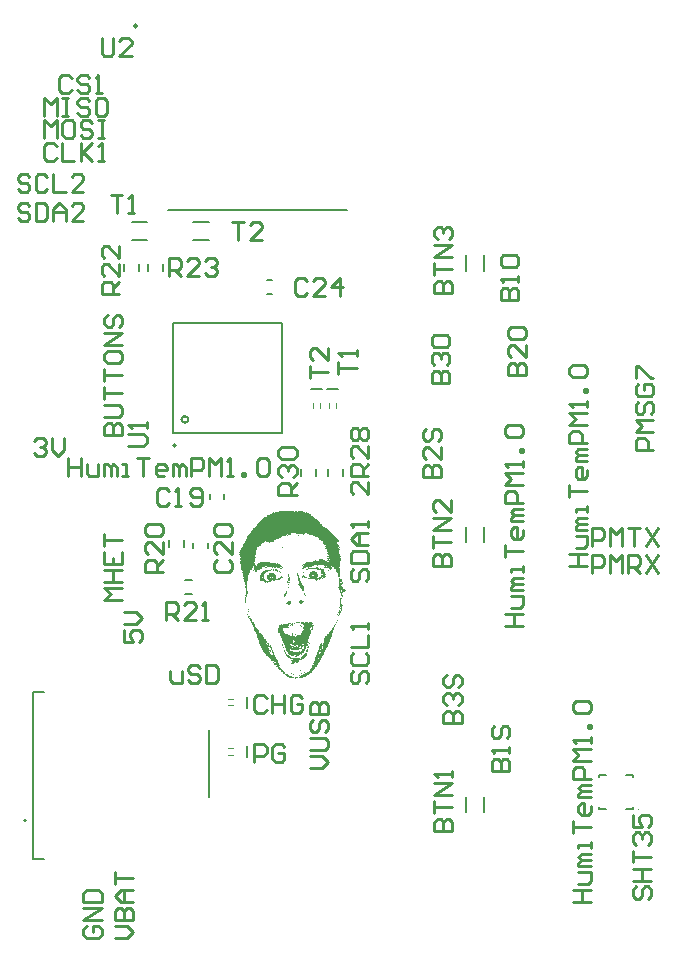
<source format=gto>
G04*
G04 #@! TF.GenerationSoftware,Altium Limited,Altium Designer,18.0.7 (293)*
G04*
G04 Layer_Color=65535*
%FSLAX42Y42*%
%MOMM*%
G71*
G01*
G75*
%ADD10C,0.25*%
%ADD11C,0.05*%
%ADD12C,0.20*%
%ADD13C,0.10*%
%ADD14C,0.13*%
%ADD15C,0.25*%
G36*
X6141Y6255D02*
X6143D01*
Y6250D01*
X6149D01*
Y6255D01*
X6151D01*
Y6250D01*
X6155D01*
Y6253D01*
X6157D01*
Y6255D01*
X6159D01*
Y6250D01*
X6164D01*
Y6246D01*
X6168D01*
Y6250D01*
X6170D01*
Y6248D01*
X6174D01*
Y6250D01*
X6176D01*
Y6246D01*
X6182D01*
Y6240D01*
X6188D01*
Y6242D01*
X6195D01*
Y6238D01*
X6199D01*
Y6242D01*
X6201D01*
Y6240D01*
X6203D01*
Y6238D01*
X6205D01*
Y6236D01*
X6215D01*
Y6232D01*
X6220D01*
Y6230D01*
X6224D01*
Y6228D01*
X6228D01*
Y6221D01*
X6230D01*
Y6219D01*
X6234D01*
Y6213D01*
X6240D01*
Y6209D01*
X6246D01*
Y6205D01*
X6251D01*
Y6199D01*
X6253D01*
Y6197D01*
X6255D01*
Y6195D01*
X6257D01*
Y6192D01*
X6263D01*
Y6190D01*
X6269D01*
Y6186D01*
X6271D01*
Y6184D01*
X6275D01*
Y6186D01*
X6278D01*
Y6182D01*
X6280D01*
Y6180D01*
X6284D01*
Y6176D01*
X6288D01*
Y6178D01*
X6290D01*
Y6176D01*
X6292D01*
Y6174D01*
X6290D01*
Y6170D01*
X6294D01*
Y6168D01*
X6292D01*
Y6166D01*
X6296D01*
Y6161D01*
X6298D01*
Y6159D01*
X6300D01*
Y6157D01*
X6302D01*
Y6159D01*
X6304D01*
Y6157D01*
X6309D01*
Y6147D01*
X6315D01*
Y6143D01*
X6319D01*
Y6141D01*
X6323D01*
Y6139D01*
X6325D01*
Y6135D01*
X6327D01*
Y6130D01*
X6329D01*
Y6126D01*
X6338D01*
Y6124D01*
X6335D01*
Y6122D01*
X6340D01*
Y6120D01*
X6344D01*
Y6118D01*
X6346D01*
Y6116D01*
X6350D01*
Y6114D01*
X6354D01*
Y6112D01*
X6356D01*
Y6110D01*
X6360D01*
Y6106D01*
X6364D01*
Y6103D01*
X6373D01*
Y6099D01*
X6375D01*
Y6093D01*
X6379D01*
Y6091D01*
X6383D01*
Y6089D01*
X6385D01*
Y6087D01*
X6387D01*
Y6081D01*
X6389D01*
Y6079D01*
X6396D01*
Y6074D01*
X6398D01*
Y6077D01*
X6400D01*
Y6074D01*
X6402D01*
Y6072D01*
X6400D01*
Y6064D01*
X6404D01*
Y6066D01*
X6406D01*
Y6064D01*
X6412D01*
Y6062D01*
X6414D01*
Y6060D01*
X6412D01*
Y6058D01*
X6414D01*
Y6056D01*
X6416D01*
Y6052D01*
X6418D01*
Y6050D01*
X6422D01*
Y6048D01*
X6425D01*
Y6045D01*
X6429D01*
Y6043D01*
X6433D01*
Y6041D01*
X6437D01*
Y6037D01*
X6441D01*
Y6035D01*
X6445D01*
Y6033D01*
X6447D01*
Y6025D01*
X6454D01*
Y6021D01*
X6456D01*
Y6016D01*
X6458D01*
Y6012D01*
X6464D01*
Y6008D01*
X6466D01*
Y6006D01*
X6468D01*
Y6002D01*
X6466D01*
Y6000D01*
X6464D01*
Y5996D01*
X6468D01*
Y5994D01*
X6462D01*
Y5992D01*
X6456D01*
Y5988D01*
X6454D01*
Y5981D01*
X6449D01*
Y5975D01*
X6454D01*
Y5971D01*
X6460D01*
Y5969D01*
X6464D01*
Y5963D01*
X6466D01*
Y5961D01*
X6468D01*
Y5959D01*
X6470D01*
Y5956D01*
X6472D01*
Y5950D01*
X6478D01*
Y5944D01*
X6480D01*
Y5942D01*
X6476D01*
Y5940D01*
X6474D01*
Y5942D01*
X6472D01*
Y5946D01*
X6468D01*
Y5944D01*
X6466D01*
Y5946D01*
X6464D01*
Y5944D01*
X6456D01*
Y5940D01*
X6462D01*
Y5938D01*
X6468D01*
Y5934D01*
X6472D01*
Y5932D01*
X6474D01*
Y5930D01*
X6476D01*
Y5927D01*
X6478D01*
Y5925D01*
X6480D01*
Y5927D01*
X6482D01*
Y5923D01*
X6478D01*
Y5925D01*
X6474D01*
Y5923D01*
X6472D01*
Y5917D01*
X6470D01*
Y5915D01*
X6466D01*
Y5909D01*
X6470D01*
Y5911D01*
X6472D01*
Y5909D01*
X6474D01*
Y5907D01*
X6476D01*
Y5903D01*
X6470D01*
Y5898D01*
X6472D01*
Y5892D01*
X6476D01*
Y5888D01*
X6480D01*
Y5880D01*
X6482D01*
Y5878D01*
X6480D01*
Y5880D01*
X6476D01*
Y5874D01*
X6482D01*
Y5869D01*
X6485D01*
Y5861D01*
X6480D01*
Y5857D01*
X6485D01*
Y5849D01*
X6489D01*
Y5847D01*
X6491D01*
Y5845D01*
X6489D01*
Y5847D01*
X6485D01*
Y5843D01*
X6482D01*
Y5838D01*
X6487D01*
Y5836D01*
X6485D01*
Y5832D01*
X6478D01*
Y5828D01*
X6480D01*
Y5826D01*
X6478D01*
Y5822D01*
X6480D01*
Y5820D01*
X6478D01*
Y5816D01*
X6480D01*
Y5807D01*
X6482D01*
Y5805D01*
X6478D01*
Y5795D01*
X6480D01*
Y5789D01*
X6476D01*
Y5785D01*
X6478D01*
Y5780D01*
X6480D01*
Y5778D01*
X6478D01*
Y5776D01*
X6472D01*
Y5772D01*
X6476D01*
Y5762D01*
X6478D01*
Y5760D01*
X6476D01*
Y5756D01*
X6478D01*
Y5749D01*
X6482D01*
Y5747D01*
X6480D01*
Y5743D01*
X6476D01*
Y5739D01*
X6474D01*
Y5731D01*
X6476D01*
Y5716D01*
X6478D01*
Y5710D01*
X6480D01*
Y5708D01*
X6478D01*
Y5706D01*
X6480D01*
Y5704D01*
X6478D01*
Y5702D01*
X6474D01*
Y5693D01*
X6472D01*
Y5685D01*
X6476D01*
Y5683D01*
X6474D01*
Y5681D01*
X6476D01*
Y5679D01*
X6474D01*
Y5675D01*
X6480D01*
Y5679D01*
X6482D01*
Y5677D01*
X6489D01*
Y5675D01*
X6493D01*
Y5673D01*
X6495D01*
Y5660D01*
X6497D01*
Y5658D01*
X6491D01*
Y5656D01*
X6485D01*
Y5654D01*
X6487D01*
Y5652D01*
X6480D01*
Y5646D01*
X6482D01*
Y5638D01*
X6487D01*
Y5642D01*
X6489D01*
Y5646D01*
X6491D01*
Y5648D01*
X6495D01*
Y5652D01*
X6501D01*
Y5650D01*
X6503D01*
Y5644D01*
X6499D01*
Y5640D01*
X6491D01*
Y5629D01*
X6487D01*
Y5623D01*
X6489D01*
Y5621D01*
X6491D01*
Y5619D01*
X6493D01*
Y5615D01*
X6497D01*
Y5609D01*
X6499D01*
Y5602D01*
X6501D01*
Y5600D01*
X6499D01*
Y5596D01*
X6501D01*
Y5594D01*
X6511D01*
Y5592D01*
X6520D01*
Y5590D01*
X6522D01*
Y5588D01*
X6524D01*
Y5586D01*
X6526D01*
Y5584D01*
X6524D01*
Y5582D01*
X6526D01*
Y5580D01*
X6524D01*
Y5578D01*
X6520D01*
Y5573D01*
X6522D01*
Y5571D01*
X6516D01*
Y5565D01*
X6514D01*
Y5567D01*
X6509D01*
Y5565D01*
X6505D01*
Y5569D01*
X6503D01*
Y5571D01*
X6499D01*
Y5563D01*
X6497D01*
Y5561D01*
X6493D01*
Y5557D01*
X6495D01*
Y5551D01*
X6497D01*
Y5544D01*
X6499D01*
Y5536D01*
X6501D01*
Y5534D01*
X6503D01*
Y5532D01*
X6499D01*
Y5528D01*
X6501D01*
Y5526D01*
X6499D01*
Y5524D01*
X6501D01*
Y5522D01*
X6497D01*
Y5513D01*
X6499D01*
Y5511D01*
X6497D01*
Y5507D01*
X6495D01*
Y5503D01*
X6499D01*
Y5497D01*
X6497D01*
Y5499D01*
X6495D01*
Y5501D01*
X6489D01*
Y5503D01*
X6491D01*
Y5505D01*
X6485D01*
Y5501D01*
X6487D01*
Y5499D01*
X6485D01*
Y5493D01*
X6487D01*
Y5486D01*
X6482D01*
Y5482D01*
X6487D01*
Y5478D01*
X6485D01*
Y5464D01*
X6487D01*
Y5462D01*
X6489D01*
Y5464D01*
X6491D01*
Y5468D01*
X6495D01*
Y5474D01*
X6491D01*
Y5476D01*
X6489D01*
Y5478D01*
X6493D01*
Y5480D01*
X6495D01*
Y5486D01*
X6497D01*
Y5457D01*
X6499D01*
Y5453D01*
X6501D01*
Y5451D01*
X6497D01*
Y5453D01*
X6491D01*
Y5447D01*
X6497D01*
Y5445D01*
X6499D01*
Y5437D01*
X6495D01*
Y5428D01*
X6497D01*
Y5426D01*
X6499D01*
Y5424D01*
X6497D01*
Y5422D01*
X6495D01*
Y5420D01*
X6491D01*
Y5406D01*
X6489D01*
Y5399D01*
X6485D01*
Y5393D01*
X6487D01*
Y5391D01*
X6482D01*
Y5389D01*
X6485D01*
Y5387D01*
X6480D01*
Y5389D01*
X6476D01*
Y5387D01*
X6474D01*
Y5383D01*
X6470D01*
Y5385D01*
X6472D01*
Y5389D01*
X6468D01*
Y5391D01*
X6470D01*
Y5395D01*
X6474D01*
Y5399D01*
X6472D01*
Y5402D01*
X6470D01*
Y5408D01*
X6468D01*
Y5412D01*
X6470D01*
Y5418D01*
X6474D01*
Y5431D01*
X6472D01*
Y5439D01*
X6474D01*
Y5451D01*
X6472D01*
Y5453D01*
X6474D01*
Y5466D01*
X6472D01*
Y5468D01*
X6476D01*
Y5472D01*
X6474D01*
Y5474D01*
X6472D01*
Y5476D01*
X6474D01*
Y5482D01*
X6476D01*
Y5486D01*
X6478D01*
Y5491D01*
X6476D01*
Y5495D01*
X6474D01*
Y5501D01*
X6476D01*
Y5505D01*
X6478D01*
Y5509D01*
X6476D01*
Y5515D01*
X6485D01*
Y5520D01*
X6491D01*
Y5524D01*
X6489D01*
Y5526D01*
X6485D01*
Y5530D01*
X6491D01*
Y5534D01*
X6487D01*
Y5536D01*
X6489D01*
Y5540D01*
X6485D01*
Y5546D01*
X6482D01*
Y5559D01*
X6480D01*
Y5567D01*
X6478D01*
Y5573D01*
X6474D01*
Y5584D01*
X6472D01*
Y5594D01*
X6468D01*
Y5600D01*
X6466D01*
Y5604D01*
X6464D01*
Y5607D01*
X6468D01*
Y5617D01*
X6466D01*
Y5619D01*
X6468D01*
Y5623D01*
X6470D01*
Y5631D01*
X6468D01*
Y5652D01*
X6470D01*
Y5656D01*
X6468D01*
Y5667D01*
X6470D01*
Y5673D01*
X6468D01*
Y5687D01*
X6466D01*
Y5696D01*
X6464D01*
Y5702D01*
X6462D01*
Y5708D01*
X6460D01*
Y5714D01*
X6458D01*
Y5720D01*
X6456D01*
Y5729D01*
X6454D01*
Y5733D01*
X6451D01*
Y5735D01*
X6449D01*
Y5737D01*
X6447D01*
Y5739D01*
X6445D01*
Y5741D01*
X6447D01*
Y5747D01*
X6441D01*
Y5749D01*
X6443D01*
Y5751D01*
X6441D01*
Y5754D01*
X6439D01*
Y5762D01*
X6435D01*
Y5760D01*
X6431D01*
Y5766D01*
X6429D01*
Y5770D01*
X6427D01*
Y5772D01*
X6425D01*
Y5774D01*
X6422D01*
Y5776D01*
X6420D01*
Y5778D01*
X6416D01*
Y5780D01*
X6412D01*
Y5778D01*
X6410D01*
Y5776D01*
X6408D01*
Y5780D01*
X6410D01*
Y5783D01*
X6412D01*
Y5787D01*
X6406D01*
Y5785D01*
X6404D01*
Y5776D01*
X6408D01*
Y5774D01*
X6406D01*
Y5768D01*
X6408D01*
Y5766D01*
X6410D01*
Y5758D01*
X6408D01*
Y5756D01*
X6404D01*
Y5754D01*
X6385D01*
Y5751D01*
X6383D01*
Y5749D01*
X6379D01*
Y5751D01*
X6381D01*
Y5756D01*
X6383D01*
Y5758D01*
X6389D01*
Y5762D01*
X6387D01*
Y5764D01*
X6379D01*
Y5766D01*
X6381D01*
Y5768D01*
X6375D01*
Y5770D01*
X6369D01*
Y5774D01*
X6338D01*
Y5776D01*
X6344D01*
Y5778D01*
X6352D01*
Y5785D01*
X6342D01*
Y5787D01*
X6329D01*
Y5789D01*
X6340D01*
Y5793D01*
X6331D01*
Y5795D01*
X6329D01*
Y5793D01*
X6319D01*
Y5799D01*
X6317D01*
Y5801D01*
X6304D01*
Y5799D01*
X6302D01*
Y5793D01*
X6300D01*
Y5795D01*
X6296D01*
Y5793D01*
X6290D01*
Y5791D01*
X6286D01*
Y5789D01*
X6284D01*
Y5787D01*
X6282D01*
Y5791D01*
X6280D01*
Y5793D01*
X6288D01*
Y5795D01*
X6292D01*
Y5799D01*
X6286D01*
Y5801D01*
X6280D01*
Y5799D01*
X6278D01*
Y5797D01*
X6271D01*
Y5801D01*
X6267D01*
Y5795D01*
X6269D01*
Y5793D01*
X6265D01*
Y5797D01*
X6261D01*
Y5791D01*
X6259D01*
Y5793D01*
X6253D01*
Y5791D01*
X6249D01*
Y5789D01*
X6244D01*
Y5785D01*
X6238D01*
Y5783D01*
X6234D01*
Y5774D01*
X6236D01*
Y5770D01*
X6246D01*
Y5772D01*
X6251D01*
Y5774D01*
X6253D01*
Y5776D01*
X6255D01*
Y5770D01*
X6261D01*
Y5772D01*
X6263D01*
Y5774D01*
X6267D01*
Y5770D01*
X6273D01*
Y5772D01*
X6275D01*
Y5776D01*
X6280D01*
Y5770D01*
X6282D01*
Y5772D01*
X6286D01*
Y5774D01*
X6284D01*
Y5776D01*
X6286D01*
Y5778D01*
X6294D01*
Y5776D01*
X6292D01*
Y5772D01*
X6294D01*
Y5770D01*
X6298D01*
Y5768D01*
X6300D01*
Y5770D01*
X6302D01*
Y5766D01*
X6307D01*
Y5768D01*
X6313D01*
Y5770D01*
X6319D01*
Y5764D01*
X6340D01*
Y5749D01*
X6342D01*
Y5741D01*
X6346D01*
Y5739D01*
X6344D01*
Y5737D01*
X6346D01*
Y5733D01*
X6350D01*
Y5735D01*
X6352D01*
Y5731D01*
X6348D01*
Y5727D01*
X6350D01*
Y5720D01*
X6352D01*
Y5718D01*
X6356D01*
Y5716D01*
X6354D01*
Y5710D01*
X6356D01*
Y5708D01*
X6358D01*
Y5706D01*
X6356D01*
Y5708D01*
X6350D01*
Y5702D01*
X6354D01*
Y5700D01*
X6356D01*
Y5698D01*
X6360D01*
Y5691D01*
X6354D01*
Y5689D01*
X6348D01*
Y5683D01*
X6346D01*
Y5685D01*
X6344D01*
Y5687D01*
X6340D01*
Y5689D01*
X6333D01*
Y5691D01*
X6327D01*
Y5687D01*
X6331D01*
Y5683D01*
X6333D01*
Y5681D01*
X6331D01*
Y5679D01*
X6327D01*
Y5681D01*
X6325D01*
Y5683D01*
X6321D01*
Y5685D01*
X6317D01*
Y5683D01*
X6313D01*
Y5679D01*
X6304D01*
Y5671D01*
X6302D01*
Y5675D01*
X6294D01*
Y5673D01*
X6290D01*
Y5667D01*
X6280D01*
Y5662D01*
X6278D01*
Y5664D01*
X6275D01*
Y5669D01*
X6271D01*
Y5671D01*
X6269D01*
Y5675D01*
X6265D01*
Y5677D01*
X6259D01*
Y5675D01*
X6257D01*
Y5669D01*
X6261D01*
Y5664D01*
X6257D01*
Y5662D01*
X6255D01*
Y5669D01*
X6253D01*
Y5671D01*
X6255D01*
Y5675D01*
X6249D01*
Y5677D01*
X6244D01*
Y5675D01*
X6232D01*
Y5673D01*
X6230D01*
Y5677D01*
X6217D01*
Y5675D01*
X6215D01*
Y5681D01*
X6207D01*
Y5685D01*
X6201D01*
Y5681D01*
X6203D01*
Y5679D01*
X6205D01*
Y5677D01*
X6199D01*
Y5679D01*
X6197D01*
Y5681D01*
X6195D01*
Y5683D01*
X6193D01*
Y5685D01*
X6184D01*
Y5687D01*
X6182D01*
Y5689D01*
X6168D01*
Y5691D01*
X6162D01*
Y5689D01*
X6159D01*
Y5691D01*
X6157D01*
Y5698D01*
X6159D01*
Y5700D01*
X6162D01*
Y5704D01*
X6164D01*
Y5706D01*
X6166D01*
Y5710D01*
X6170D01*
Y5712D01*
X6172D01*
Y5714D01*
X6174D01*
Y5704D01*
X6178D01*
Y5700D01*
X6180D01*
Y5698D01*
X6182D01*
Y5696D01*
X6184D01*
Y5693D01*
X6191D01*
Y5691D01*
X6199D01*
Y5689D01*
X6205D01*
Y5687D01*
X6209D01*
Y5685D01*
X6220D01*
Y5691D01*
X6217D01*
Y5698D01*
X6215D01*
Y5704D01*
X6213D01*
Y5708D01*
X6215D01*
Y5718D01*
X6217D01*
Y5722D01*
X6220D01*
Y5727D01*
X6222D01*
Y5731D01*
X6224D01*
Y5733D01*
X6226D01*
Y5735D01*
X6228D01*
Y5737D01*
X6230D01*
Y5739D01*
X6234D01*
Y5741D01*
X6236D01*
Y5743D01*
X6240D01*
Y5745D01*
X6253D01*
Y5747D01*
X6259D01*
Y5745D01*
X6267D01*
Y5743D01*
X6269D01*
Y5741D01*
X6273D01*
Y5739D01*
X6275D01*
Y5737D01*
X6278D01*
Y5735D01*
X6280D01*
Y5733D01*
X6282D01*
Y5731D01*
X6284D01*
Y5727D01*
X6286D01*
Y5722D01*
X6288D01*
Y5716D01*
X6290D01*
Y5706D01*
X6288D01*
Y5698D01*
X6286D01*
Y5693D01*
X6284D01*
Y5689D01*
X6282D01*
Y5685D01*
X6284D01*
Y5683D01*
X6296D01*
Y5687D01*
X6298D01*
Y5689D01*
X6302D01*
Y5691D01*
X6304D01*
Y5693D01*
X6307D01*
Y5696D01*
X6311D01*
Y5698D01*
X6313D01*
Y5700D01*
X6315D01*
Y5704D01*
X6319D01*
Y5712D01*
X6317D01*
Y5725D01*
X6315D01*
Y5727D01*
X6317D01*
Y5731D01*
X6315D01*
Y5733D01*
X6317D01*
Y5735D01*
X6315D01*
Y5739D01*
X6313D01*
Y5743D01*
X6309D01*
Y5747D01*
X6313D01*
Y5751D01*
X6309D01*
Y5754D01*
X6302D01*
Y5751D01*
X6300D01*
Y5754D01*
X6298D01*
Y5756D01*
X6294D01*
Y5760D01*
X6290D01*
Y5758D01*
X6284D01*
Y5760D01*
X6280D01*
Y5762D01*
X6273D01*
Y5764D01*
X6263D01*
Y5766D01*
X6251D01*
Y5764D01*
X6249D01*
Y5766D01*
X6244D01*
Y5768D01*
X6236D01*
Y5766D01*
X6232D01*
Y5768D01*
X6230D01*
Y5766D01*
X6226D01*
Y5764D01*
X6224D01*
Y5766D01*
X6220D01*
Y5764D01*
X6215D01*
Y5762D01*
X6209D01*
Y5760D01*
X6205D01*
Y5758D01*
X6201D01*
Y5754D01*
X6195D01*
Y5751D01*
X6193D01*
Y5749D01*
X6188D01*
Y5751D01*
X6186D01*
Y5754D01*
X6180D01*
Y5756D01*
X6182D01*
Y5758D01*
X6191D01*
Y5762D01*
X6193D01*
Y5764D01*
X6199D01*
Y5766D01*
X6207D01*
Y5768D01*
X6209D01*
Y5774D01*
X6207D01*
Y5776D01*
X6203D01*
Y5778D01*
X6201D01*
Y5780D01*
X6203D01*
Y5778D01*
X6207D01*
Y5783D01*
X6201D01*
Y5785D01*
X6199D01*
Y5778D01*
X6201D01*
Y5776D01*
X6199D01*
Y5778D01*
X6195D01*
Y5776D01*
X6191D01*
Y5774D01*
X6188D01*
Y5772D01*
X6182D01*
Y5770D01*
X6176D01*
Y5768D01*
X6168D01*
Y5766D01*
X6162D01*
Y5764D01*
X6157D01*
Y5762D01*
X6153D01*
Y5766D01*
X6155D01*
Y5774D01*
X6164D01*
Y5770D01*
X6170D01*
Y5774D01*
X6166D01*
Y5785D01*
X6162D01*
Y5789D01*
X6157D01*
Y5793D01*
X6153D01*
Y5795D01*
X6164D01*
Y5799D01*
X6159D01*
Y5801D01*
X6166D01*
Y5803D01*
X6170D01*
Y5805D01*
X6172D01*
Y5809D01*
X6178D01*
Y5812D01*
X6188D01*
Y5814D01*
X6193D01*
Y5818D01*
X6209D01*
Y5820D01*
X6220D01*
Y5822D01*
X6230D01*
Y5820D01*
X6234D01*
Y5822D01*
X6244D01*
Y5824D01*
X6249D01*
Y5828D01*
X6257D01*
Y5830D01*
X6261D01*
Y5828D01*
X6263D01*
Y5826D01*
X6269D01*
Y5828D01*
X6271D01*
Y5830D01*
X6269D01*
Y5832D01*
X6267D01*
Y5836D01*
X6265D01*
Y5838D01*
X6269D01*
Y5836D01*
X6275D01*
Y5832D01*
X6288D01*
Y5836D01*
X6290D01*
Y5834D01*
X6296D01*
Y5836D01*
X6300D01*
Y5840D01*
X6298D01*
Y5843D01*
X6300D01*
Y5845D01*
X6307D01*
Y5847D01*
X6309D01*
Y5849D01*
X6311D01*
Y5847D01*
X6313D01*
Y5845D01*
X6321D01*
Y5843D01*
X6327D01*
Y5847D01*
X6329D01*
Y5843D01*
X6340D01*
Y5840D01*
X6344D01*
Y5838D01*
X6346D01*
Y5836D01*
X6350D01*
Y5834D01*
X6356D01*
Y5832D01*
X6364D01*
Y5834D01*
X6369D01*
Y5836D01*
X6375D01*
Y5838D01*
X6377D01*
Y5845D01*
X6371D01*
Y5843D01*
X6369D01*
Y5851D01*
X6367D01*
Y5853D01*
X6364D01*
Y5859D01*
X6367D01*
Y5865D01*
X6364D01*
Y5867D01*
X6371D01*
Y5874D01*
X6373D01*
Y5869D01*
X6379D01*
Y5874D01*
X6381D01*
Y5880D01*
X6379D01*
Y5882D01*
X6381D01*
Y5884D01*
X6379D01*
Y5888D01*
X6381D01*
Y5892D01*
X6377D01*
Y5888D01*
X6375D01*
Y5894D01*
X6371D01*
Y5896D01*
X6373D01*
Y5898D01*
X6375D01*
Y5905D01*
X6373D01*
Y5907D01*
X6371D01*
Y5913D01*
X6367D01*
Y5915D01*
X6364D01*
Y5921D01*
X6367D01*
Y5925D01*
X6364D01*
Y5930D01*
X6362D01*
Y5932D01*
X6354D01*
Y5934D01*
X6350D01*
Y5936D01*
X6352D01*
Y5942D01*
X6354D01*
Y5944D01*
X6356D01*
Y5948D01*
X6352D01*
Y5950D01*
X6350D01*
Y5952D01*
X6348D01*
Y5959D01*
X6346D01*
Y5961D01*
X6356D01*
Y5965D01*
X6346D01*
Y5967D01*
X6344D01*
Y5969D01*
X6342D01*
Y5971D01*
X6340D01*
Y5973D01*
X6338D01*
Y5977D01*
X6335D01*
Y5983D01*
X6333D01*
Y5985D01*
X6331D01*
Y5990D01*
X6333D01*
Y5998D01*
X6327D01*
Y5994D01*
X6325D01*
Y5996D01*
X6321D01*
Y6000D01*
X6319D01*
Y6002D01*
X6317D01*
Y6008D01*
X6315D01*
Y6010D01*
X6304D01*
Y6012D01*
X6302D01*
Y6021D01*
X6300D01*
Y6023D01*
X6298D01*
Y6025D01*
X6296D01*
Y6029D01*
X6294D01*
Y6031D01*
X6290D01*
Y6029D01*
X6288D01*
Y6031D01*
X6286D01*
Y6033D01*
X6284D01*
Y6035D01*
X6278D01*
Y6037D01*
X6273D01*
Y6035D01*
X6271D01*
Y6037D01*
X6269D01*
Y6039D01*
X6261D01*
Y6037D01*
X6259D01*
Y6041D01*
X6257D01*
Y6043D01*
X6253D01*
Y6045D01*
X6249D01*
Y6048D01*
X6244D01*
Y6050D01*
X6240D01*
Y6048D01*
X6238D01*
Y6054D01*
X6217D01*
Y6058D01*
X6211D01*
Y6056D01*
X6209D01*
Y6058D01*
X6207D01*
Y6060D01*
X6209D01*
Y6062D01*
X6203D01*
Y6058D01*
X6205D01*
Y6056D01*
X6203D01*
Y6058D01*
X6201D01*
Y6060D01*
X6199D01*
Y6062D01*
X6197D01*
Y6066D01*
X6191D01*
Y6068D01*
X6186D01*
Y6070D01*
X6184D01*
Y6066D01*
X6180D01*
Y6062D01*
X6178D01*
Y6060D01*
X6176D01*
Y6058D01*
X6170D01*
Y6054D01*
X6166D01*
Y6056D01*
X6168D01*
Y6062D01*
X6166D01*
Y6066D01*
X6162D01*
Y6062D01*
X6153D01*
Y6060D01*
X6147D01*
Y6062D01*
X6137D01*
Y6058D01*
X6133D01*
Y6062D01*
X6128D01*
Y6060D01*
X6122D01*
Y6056D01*
X6120D01*
Y6058D01*
X6116D01*
Y6062D01*
X6106D01*
Y6064D01*
X6099D01*
Y6066D01*
X6095D01*
Y6068D01*
X6089D01*
Y6066D01*
X6083D01*
Y6064D01*
X6081D01*
Y6066D01*
X6075D01*
Y6068D01*
X6068D01*
Y6066D01*
X6066D01*
Y6056D01*
X6064D01*
Y6060D01*
X6058D01*
Y6058D01*
X6060D01*
Y6052D01*
X6058D01*
Y6054D01*
X6046D01*
Y6056D01*
X6041D01*
Y6054D01*
X6037D01*
Y6056D01*
X6033D01*
Y6058D01*
X6029D01*
Y6056D01*
X6025D01*
Y6052D01*
X6021D01*
Y6048D01*
X6019D01*
Y6043D01*
X6017D01*
Y6039D01*
X6015D01*
Y6043D01*
X6012D01*
Y6048D01*
X6008D01*
Y6045D01*
X6006D01*
Y6043D01*
X6004D01*
Y6041D01*
X6000D01*
Y6043D01*
X5996D01*
Y6045D01*
X5990D01*
Y6041D01*
X5996D01*
Y6039D01*
X5998D01*
Y6037D01*
X5996D01*
Y6039D01*
X5988D01*
Y6037D01*
X5986D01*
Y6033D01*
X5983D01*
Y6035D01*
X5981D01*
Y6033D01*
X5977D01*
Y6031D01*
X5975D01*
Y6025D01*
X5971D01*
Y6027D01*
X5967D01*
Y6025D01*
X5963D01*
Y6023D01*
X5957D01*
Y6021D01*
X5955D01*
Y6019D01*
X5946D01*
Y6016D01*
X5942D01*
Y6014D01*
X5940D01*
Y6016D01*
X5938D01*
Y6014D01*
X5934D01*
Y6012D01*
X5928D01*
Y6006D01*
X5921D01*
Y6008D01*
X5917D01*
Y5998D01*
X5915D01*
Y5994D01*
X5913D01*
Y5998D01*
X5907D01*
Y5994D01*
X5905D01*
Y5992D01*
X5903D01*
Y5990D01*
X5901D01*
Y5988D01*
X5899D01*
Y5990D01*
X5888D01*
Y5985D01*
X5886D01*
Y5983D01*
X5884D01*
Y5981D01*
X5882D01*
Y5979D01*
X5878D01*
Y5975D01*
X5876D01*
Y5979D01*
X5874D01*
Y5983D01*
X5870D01*
Y5985D01*
X5872D01*
Y5992D01*
X5870D01*
Y5990D01*
X5865D01*
Y5992D01*
X5863D01*
Y5990D01*
X5859D01*
Y5994D01*
X5855D01*
Y5992D01*
X5853D01*
Y5998D01*
X5843D01*
Y5996D01*
X5841D01*
Y5994D01*
X5839D01*
Y5992D01*
X5834D01*
Y5990D01*
X5830D01*
Y5985D01*
X5824D01*
Y5983D01*
X5826D01*
Y5981D01*
X5820D01*
Y5977D01*
X5822D01*
Y5975D01*
X5816D01*
Y5971D01*
X5810D01*
Y5959D01*
X5803D01*
Y5956D01*
X5801D01*
Y5959D01*
X5791D01*
Y5956D01*
X5787D01*
Y5952D01*
X5785D01*
Y5948D01*
X5781D01*
Y5952D01*
X5776D01*
Y5944D01*
X5779D01*
Y5942D01*
X5776D01*
Y5944D01*
X5774D01*
Y5942D01*
X5772D01*
Y5940D01*
X5770D01*
Y5936D01*
X5766D01*
Y5932D01*
X5770D01*
Y5927D01*
X5772D01*
Y5923D01*
X5768D01*
Y5927D01*
X5762D01*
Y5915D01*
X5766D01*
Y5913D01*
X5764D01*
Y5909D01*
X5768D01*
Y5905D01*
X5766D01*
Y5896D01*
X5768D01*
Y5894D01*
X5764D01*
Y5890D01*
X5762D01*
Y5878D01*
X5760D01*
Y5874D01*
X5762D01*
Y5872D01*
X5760D01*
Y5863D01*
X5762D01*
Y5859D01*
X5760D01*
Y5851D01*
X5756D01*
Y5840D01*
X5758D01*
Y5834D01*
X5760D01*
Y5832D01*
X5756D01*
Y5834D01*
X5752D01*
Y5828D01*
X5754D01*
Y5826D01*
X5756D01*
Y5822D01*
X5758D01*
Y5816D01*
X5756D01*
Y5812D01*
X5754D01*
Y5818D01*
X5747D01*
Y5812D01*
X5754D01*
Y5805D01*
X5762D01*
Y5803D01*
X5760D01*
Y5797D01*
X5762D01*
Y5791D01*
X5766D01*
Y5789D01*
X5770D01*
Y5793D01*
X5768D01*
Y5795D01*
X5764D01*
Y5797D01*
X5768D01*
Y5795D01*
X5772D01*
Y5797D01*
X5774D01*
Y5801D01*
X5776D01*
Y5803D01*
X5781D01*
Y5807D01*
X5783D01*
Y5809D01*
X5785D01*
Y5812D01*
X5789D01*
Y5809D01*
X5793D01*
Y5812D01*
X5795D01*
Y5814D01*
X5801D01*
Y5816D01*
X5803D01*
Y5818D01*
X5805D01*
Y5816D01*
X5810D01*
Y5820D01*
X5814D01*
Y5822D01*
X5816D01*
Y5824D01*
X5822D01*
Y5822D01*
X5828D01*
Y5824D01*
X5841D01*
Y5822D01*
X5843D01*
Y5820D01*
X5845D01*
Y5818D01*
X5849D01*
Y5820D01*
X5857D01*
Y5816D01*
X5863D01*
Y5820D01*
X5857D01*
Y5822D01*
X5863D01*
Y5824D01*
X5865D01*
Y5822D01*
X5870D01*
Y5824D01*
X5874D01*
Y5822D01*
X5878D01*
Y5820D01*
X5888D01*
Y5816D01*
X5928D01*
Y5814D01*
X5936D01*
Y5809D01*
X5940D01*
Y5812D01*
X5950D01*
Y5809D01*
X5952D01*
Y5807D01*
X5959D01*
Y5805D01*
X5965D01*
Y5803D01*
X5967D01*
Y5801D01*
X5973D01*
Y5799D01*
X5979D01*
Y5797D01*
X5981D01*
Y5795D01*
X5979D01*
Y5797D01*
X5973D01*
Y5793D01*
X5979D01*
Y5791D01*
X5986D01*
Y5785D01*
X5990D01*
Y5778D01*
X5996D01*
Y5772D01*
X5994D01*
Y5774D01*
X5988D01*
Y5776D01*
X5979D01*
Y5774D01*
X5975D01*
Y5776D01*
X5969D01*
Y5772D01*
X5973D01*
Y5770D01*
X5979D01*
Y5772D01*
X5981D01*
Y5770D01*
X5983D01*
Y5766D01*
X5977D01*
Y5764D01*
X5971D01*
Y5766D01*
X5969D01*
Y5768D01*
X5967D01*
Y5764D01*
X5965D01*
Y5768D01*
X5950D01*
Y5770D01*
X5948D01*
Y5768D01*
X5946D01*
Y5772D01*
X5942D01*
Y5768D01*
X5946D01*
Y5766D01*
X5944D01*
Y5758D01*
X5946D01*
Y5754D01*
X5948D01*
Y5749D01*
X5955D01*
Y5747D01*
X5961D01*
Y5745D01*
X5965D01*
Y5743D01*
X5967D01*
Y5741D01*
X5969D01*
Y5739D01*
X5971D01*
Y5737D01*
X5973D01*
Y5735D01*
X5975D01*
Y5733D01*
X5979D01*
Y5731D01*
X5981D01*
Y5727D01*
X5983D01*
Y5725D01*
X5981D01*
Y5727D01*
X5979D01*
Y5729D01*
X5975D01*
Y5733D01*
X5973D01*
Y5735D01*
X5969D01*
Y5737D01*
X5967D01*
Y5739D01*
X5963D01*
Y5741D01*
X5961D01*
Y5743D01*
X5957D01*
Y5745D01*
X5955D01*
Y5747D01*
X5950D01*
Y5745D01*
X5952D01*
Y5743D01*
X5950D01*
Y5739D01*
X5948D01*
Y5741D01*
X5946D01*
Y5745D01*
X5940D01*
Y5747D01*
X5938D01*
Y5749D01*
X5928D01*
Y5754D01*
X5917D01*
Y5751D01*
X5915D01*
Y5749D01*
X5911D01*
Y5754D01*
X5899D01*
Y5751D01*
X5894D01*
Y5749D01*
X5892D01*
Y5743D01*
X5888D01*
Y5745D01*
X5884D01*
Y5747D01*
X5878D01*
Y5745D01*
X5874D01*
Y5743D01*
X5870D01*
Y5741D01*
X5868D01*
Y5739D01*
X5857D01*
Y5737D01*
X5851D01*
Y5735D01*
X5849D01*
Y5733D01*
X5847D01*
Y5731D01*
X5845D01*
Y5729D01*
X5843D01*
Y5725D01*
X5841D01*
Y5722D01*
X5836D01*
Y5718D01*
X5834D01*
Y5712D01*
X5836D01*
Y5708D01*
X5832D01*
Y5704D01*
X5834D01*
Y5700D01*
X5832D01*
Y5681D01*
X5834D01*
Y5679D01*
X5839D01*
Y5677D01*
X5841D01*
Y5675D01*
X5843D01*
Y5673D01*
X5845D01*
Y5669D01*
X5849D01*
Y5662D01*
X5859D01*
Y5664D01*
X5872D01*
Y5671D01*
X5870D01*
Y5673D01*
X5865D01*
Y5679D01*
X5863D01*
Y5685D01*
X5861D01*
Y5696D01*
X5859D01*
Y5698D01*
X5861D01*
Y5706D01*
X5863D01*
Y5708D01*
X5865D01*
Y5712D01*
X5868D01*
Y5716D01*
X5872D01*
Y5722D01*
X5876D01*
Y5725D01*
X5880D01*
Y5729D01*
X5886D01*
Y5731D01*
X5909D01*
Y5729D01*
X5915D01*
Y5727D01*
X5919D01*
Y5725D01*
X5921D01*
Y5722D01*
X5923D01*
Y5718D01*
X5928D01*
Y5716D01*
X5930D01*
Y5714D01*
X5932D01*
Y5710D01*
X5934D01*
Y5706D01*
X5936D01*
Y5704D01*
X5934D01*
Y5702D01*
X5936D01*
Y5685D01*
X5934D01*
Y5677D01*
X5946D01*
Y5679D01*
X5950D01*
Y5681D01*
X5955D01*
Y5683D01*
X5963D01*
Y5685D01*
X5969D01*
Y5687D01*
X5971D01*
Y5689D01*
X5973D01*
Y5696D01*
X5975D01*
Y5704D01*
X5973D01*
Y5706D01*
X5971D01*
Y5708D01*
X5973D01*
Y5706D01*
X5975D01*
Y5704D01*
X5979D01*
Y5702D01*
X5981D01*
Y5700D01*
X5986D01*
Y5698D01*
X5988D01*
Y5696D01*
X5990D01*
Y5693D01*
X5992D01*
Y5689D01*
X5994D01*
Y5687D01*
X5990D01*
Y5685D01*
X5988D01*
Y5683D01*
X5979D01*
Y5681D01*
X5975D01*
Y5679D01*
X5971D01*
Y5677D01*
X5967D01*
Y5675D01*
X5965D01*
Y5671D01*
X5959D01*
Y5669D01*
X5957D01*
Y5667D01*
X5955D01*
Y5664D01*
X5950D01*
Y5667D01*
X5928D01*
Y5662D01*
X5919D01*
Y5656D01*
X5917D01*
Y5662D01*
X5913D01*
Y5658D01*
X5909D01*
Y5660D01*
X5911D01*
Y5664D01*
X5909D01*
Y5669D01*
X5903D01*
Y5664D01*
X5907D01*
Y5662D01*
X5905D01*
Y5658D01*
X5903D01*
Y5660D01*
X5897D01*
Y5658D01*
X5892D01*
Y5656D01*
X5888D01*
Y5654D01*
X5886D01*
Y5652D01*
X5888D01*
Y5650D01*
X5886D01*
Y5652D01*
X5878D01*
Y5648D01*
X5876D01*
Y5646D01*
X5874D01*
Y5650D01*
X5870D01*
Y5648D01*
X5863D01*
Y5646D01*
X5861D01*
Y5648D01*
X5857D01*
Y5652D01*
X5859D01*
Y5656D01*
X5855D01*
Y5652D01*
X5853D01*
Y5650D01*
X5851D01*
Y5648D01*
X5845D01*
Y5650D01*
X5841D01*
Y5652D01*
X5845D01*
Y5658D01*
X5841D01*
Y5656D01*
X5839D01*
Y5652D01*
X5836D01*
Y5650D01*
X5832D01*
Y5648D01*
X5830D01*
Y5652D01*
X5832D01*
Y5658D01*
X5830D01*
Y5662D01*
X5826D01*
Y5658D01*
X5814D01*
Y5660D01*
X5810D01*
Y5658D01*
X5799D01*
Y5662D01*
X5795D01*
Y5664D01*
X5799D01*
Y5669D01*
X5803D01*
Y5681D01*
X5801D01*
Y5689D01*
X5797D01*
Y5691D01*
X5795D01*
Y5693D01*
X5791D01*
Y5696D01*
X5787D01*
Y5700D01*
X5789D01*
Y5698D01*
X5799D01*
Y5700D01*
X5801D01*
Y5704D01*
X5797D01*
Y5706D01*
X5801D01*
Y5708D01*
X5803D01*
Y5714D01*
X5805D01*
Y5718D01*
X5807D01*
Y5722D01*
X5812D01*
Y5729D01*
X5814D01*
Y5733D01*
X5818D01*
Y5737D01*
X5816D01*
Y5739D01*
X5818D01*
Y5741D01*
X5824D01*
Y5743D01*
X5828D01*
Y5745D01*
X5832D01*
Y5747D01*
X5845D01*
Y5751D01*
X5849D01*
Y5749D01*
X5853D01*
Y5751D01*
X5859D01*
Y5749D01*
X5863D01*
Y5754D01*
X5868D01*
Y5756D01*
X5888D01*
Y5754D01*
X5892D01*
Y5756D01*
X5894D01*
Y5760D01*
X5901D01*
Y5758D01*
X5909D01*
Y5760D01*
X5911D01*
Y5762D01*
X5919D01*
Y5756D01*
X5928D01*
Y5758D01*
X5930D01*
Y5760D01*
X5932D01*
Y5756D01*
X5936D01*
Y5758D01*
X5938D01*
Y5760D01*
X5940D01*
Y5764D01*
X5942D01*
Y5766D01*
X5940D01*
Y5768D01*
X5938D01*
Y5766D01*
X5936D01*
Y5770D01*
X5934D01*
Y5772D01*
X5932D01*
Y5774D01*
X5928D01*
Y5770D01*
X5930D01*
Y5768D01*
X5928D01*
Y5770D01*
X5923D01*
Y5774D01*
X5917D01*
Y5776D01*
X5913D01*
Y5770D01*
X5909D01*
Y5772D01*
X5911D01*
Y5776D01*
X5907D01*
Y5774D01*
X5899D01*
Y5776D01*
X5888D01*
Y5774D01*
X5886D01*
Y5778D01*
X5865D01*
Y5776D01*
X5857D01*
Y5774D01*
X5853D01*
Y5778D01*
X5851D01*
Y5780D01*
X5853D01*
Y5783D01*
X5855D01*
Y5787D01*
X5851D01*
Y5785D01*
X5841D01*
Y5780D01*
X5843D01*
Y5778D01*
X5849D01*
Y5774D01*
X5853D01*
Y5770D01*
X5843D01*
Y5768D01*
X5832D01*
Y5770D01*
X5822D01*
Y5768D01*
X5818D01*
Y5764D01*
X5812D01*
Y5762D01*
X5803D01*
Y5766D01*
X5795D01*
Y5764D01*
X5791D01*
Y5760D01*
X5799D01*
Y5756D01*
X5795D01*
Y5754D01*
X5789D01*
Y5756D01*
X5776D01*
Y5747D01*
X5781D01*
Y5745D01*
X5779D01*
Y5743D01*
X5776D01*
Y5741D01*
X5779D01*
Y5737D01*
X5787D01*
Y5735D01*
X5772D01*
Y5737D01*
X5760D01*
Y5733D01*
X5756D01*
Y5735D01*
X5758D01*
Y5739D01*
X5754D01*
Y5743D01*
X5747D01*
Y5747D01*
X5745D01*
Y5749D01*
X5743D01*
Y5751D01*
X5747D01*
Y5756D01*
X5752D01*
Y5760D01*
X5754D01*
Y5764D01*
X5750D01*
Y5768D01*
X5752D01*
Y5772D01*
X5750D01*
Y5776D01*
X5747D01*
Y5778D01*
X5743D01*
Y5780D01*
X5737D01*
Y5774D01*
X5735D01*
Y5770D01*
X5733D01*
Y5768D01*
X5731D01*
Y5766D01*
X5729D01*
Y5758D01*
X5727D01*
Y5754D01*
X5718D01*
Y5751D01*
X5716D01*
Y5743D01*
X5714D01*
Y5735D01*
X5712D01*
Y5733D01*
X5708D01*
Y5722D01*
X5706D01*
Y5718D01*
X5704D01*
Y5710D01*
X5702D01*
Y5702D01*
X5698D01*
Y5691D01*
X5700D01*
Y5689D01*
X5698D01*
Y5681D01*
X5696D01*
Y5673D01*
X5694D01*
Y5660D01*
X5692D01*
Y5646D01*
X5689D01*
Y5623D01*
X5687D01*
Y5617D01*
X5689D01*
Y5615D01*
X5687D01*
Y5607D01*
X5689D01*
Y5584D01*
X5692D01*
Y5573D01*
X5694D01*
Y5549D01*
X5692D01*
Y5544D01*
X5689D01*
Y5534D01*
X5687D01*
Y5530D01*
X5685D01*
Y5522D01*
X5683D01*
Y5509D01*
X5681D01*
Y5501D01*
X5679D01*
Y5495D01*
X5681D01*
Y5493D01*
X5679D01*
Y5491D01*
X5677D01*
Y5476D01*
X5675D01*
Y5484D01*
X5673D01*
Y5488D01*
X5675D01*
Y5493D01*
X5673D01*
Y5495D01*
X5671D01*
Y5499D01*
X5673D01*
Y5505D01*
X5675D01*
Y5509D01*
X5677D01*
Y5513D01*
X5675D01*
Y5522D01*
X5677D01*
Y5526D01*
X5679D01*
Y5536D01*
X5677D01*
Y5538D01*
X5675D01*
Y5542D01*
X5679D01*
Y5549D01*
X5681D01*
Y5559D01*
X5683D01*
Y5565D01*
X5679D01*
Y5575D01*
X5677D01*
Y5580D01*
X5679D01*
Y5584D01*
X5675D01*
Y5586D01*
X5677D01*
Y5590D01*
X5675D01*
Y5592D01*
X5673D01*
Y5594D01*
X5677D01*
Y5598D01*
X5675D01*
Y5602D01*
X5673D01*
Y5604D01*
X5671D01*
Y5607D01*
X5673D01*
Y5613D01*
X5671D01*
Y5617D01*
X5665D01*
Y5621D01*
X5663D01*
Y5623D01*
X5665D01*
Y5621D01*
X5673D01*
Y5623D01*
X5677D01*
Y5629D01*
X5675D01*
Y5633D01*
X5673D01*
Y5642D01*
X5671D01*
Y5644D01*
X5673D01*
Y5654D01*
X5667D01*
Y5658D01*
X5663D01*
Y5660D01*
X5665D01*
Y5662D01*
X5663D01*
Y5664D01*
X5665D01*
Y5667D01*
X5663D01*
Y5669D01*
X5665D01*
Y5675D01*
X5663D01*
Y5679D01*
X5660D01*
Y5681D01*
X5658D01*
Y5687D01*
X5660D01*
Y5693D01*
X5654D01*
Y5696D01*
X5658D01*
Y5700D01*
X5654D01*
Y5702D01*
X5656D01*
Y5706D01*
X5654D01*
Y5712D01*
X5652D01*
Y5716D01*
X5654D01*
Y5731D01*
X5650D01*
Y5727D01*
X5648D01*
Y5729D01*
X5646D01*
Y5731D01*
X5648D01*
Y5737D01*
X5650D01*
Y5741D01*
X5652D01*
Y5745D01*
X5650D01*
Y5751D01*
X5648D01*
Y5754D01*
X5650D01*
Y5756D01*
X5652D01*
Y5758D01*
X5650D01*
Y5760D01*
X5652D01*
Y5764D01*
X5648D01*
Y5758D01*
X5646D01*
Y5756D01*
X5644D01*
Y5758D01*
X5642D01*
Y5760D01*
X5644D01*
Y5764D01*
X5638D01*
Y5766D01*
X5642D01*
Y5772D01*
X5640D01*
Y5776D01*
X5638D01*
Y5780D01*
X5636D01*
Y5783D01*
X5638D01*
Y5787D01*
X5636D01*
Y5793D01*
X5640D01*
Y5797D01*
X5636D01*
Y5803D01*
X5627D01*
Y5807D01*
X5625D01*
Y5809D01*
X5627D01*
Y5807D01*
X5629D01*
Y5809D01*
X5627D01*
Y5812D01*
X5629D01*
Y5809D01*
X5631D01*
Y5812D01*
X5629D01*
Y5814D01*
X5634D01*
Y5818D01*
X5629D01*
Y5816D01*
X5627D01*
Y5820D01*
X5625D01*
Y5824D01*
X5629D01*
Y5826D01*
X5634D01*
Y5830D01*
X5636D01*
Y5834D01*
X5638D01*
Y5838D01*
X5631D01*
Y5840D01*
X5629D01*
Y5843D01*
X5631D01*
Y5853D01*
X5629D01*
Y5855D01*
X5634D01*
Y5857D01*
X5636D01*
Y5863D01*
X5631D01*
Y5865D01*
X5623D01*
Y5867D01*
X5627D01*
Y5869D01*
X5629D01*
Y5874D01*
X5625D01*
Y5876D01*
X5627D01*
Y5880D01*
X5625D01*
Y5886D01*
X5621D01*
Y5888D01*
X5625D01*
Y5890D01*
X5627D01*
Y5901D01*
X5625D01*
Y5903D01*
X5627D01*
Y5905D01*
X5634D01*
Y5911D01*
X5631D01*
Y5915D01*
X5629D01*
Y5917D01*
X5636D01*
Y5919D01*
X5634D01*
Y5921D01*
X5638D01*
Y5923D01*
X5642D01*
Y5930D01*
X5640D01*
Y5932D01*
X5642D01*
Y5938D01*
X5644D01*
Y5944D01*
X5646D01*
Y5950D01*
X5648D01*
Y5954D01*
X5650D01*
Y5952D01*
X5652D01*
Y5954D01*
X5656D01*
Y5961D01*
X5652D01*
Y5963D01*
X5650D01*
Y5967D01*
X5654D01*
Y5971D01*
X5658D01*
Y5975D01*
X5660D01*
Y5977D01*
X5663D01*
Y5979D01*
X5667D01*
Y5981D01*
X5669D01*
Y5985D01*
X5671D01*
Y5990D01*
X5669D01*
Y5992D01*
X5673D01*
Y5998D01*
X5677D01*
Y6000D01*
X5679D01*
Y6004D01*
X5681D01*
Y6006D01*
X5683D01*
Y6010D01*
X5681D01*
Y6012D01*
X5685D01*
Y6019D01*
X5687D01*
Y6021D01*
X5689D01*
Y6027D01*
X5687D01*
Y6029D01*
X5692D01*
Y6031D01*
X5694D01*
Y6037D01*
X5692D01*
Y6041D01*
X5696D01*
Y6043D01*
X5700D01*
Y6050D01*
X5702D01*
Y6052D01*
X5704D01*
Y6054D01*
X5708D01*
Y6058D01*
X5710D01*
Y6062D01*
X5714D01*
Y6066D01*
X5718D01*
Y6068D01*
X5721D01*
Y6072D01*
X5723D01*
Y6074D01*
X5725D01*
Y6077D01*
X5727D01*
Y6085D01*
X5729D01*
Y6087D01*
X5731D01*
Y6089D01*
X5735D01*
Y6093D01*
X5733D01*
Y6095D01*
X5735D01*
Y6097D01*
X5739D01*
Y6103D01*
X5741D01*
Y6108D01*
X5743D01*
Y6106D01*
X5747D01*
Y6110D01*
X5750D01*
Y6116D01*
X5752D01*
Y6114D01*
X5754D01*
Y6116D01*
X5758D01*
Y6120D01*
X5760D01*
Y6122D01*
X5764D01*
Y6124D01*
X5766D01*
Y6128D01*
X5768D01*
Y6130D01*
X5772D01*
Y6135D01*
X5770D01*
Y6137D01*
X5772D01*
Y6139D01*
X5774D01*
Y6141D01*
X5776D01*
Y6143D01*
X5779D01*
Y6145D01*
X5781D01*
Y6143D01*
X5783D01*
Y6145D01*
X5785D01*
Y6147D01*
X5783D01*
Y6149D01*
X5785D01*
Y6151D01*
X5791D01*
Y6157D01*
X5793D01*
Y6161D01*
X5795D01*
Y6159D01*
X5797D01*
Y6161D01*
X5799D01*
Y6163D01*
X5801D01*
Y6168D01*
X5803D01*
Y6170D01*
X5805D01*
Y6172D01*
X5812D01*
Y6174D01*
X5814D01*
Y6178D01*
X5816D01*
Y6182D01*
X5818D01*
Y6184D01*
X5822D01*
Y6192D01*
X5824D01*
Y6190D01*
X5828D01*
Y6192D01*
X5830D01*
Y6195D01*
X5834D01*
Y6199D01*
X5841D01*
Y6201D01*
X5843D01*
Y6203D01*
X5847D01*
Y6207D01*
X5849D01*
Y6205D01*
X5851D01*
Y6207D01*
X5855D01*
Y6209D01*
X5857D01*
Y6213D01*
X5861D01*
Y6215D01*
X5863D01*
Y6217D01*
X5868D01*
Y6221D01*
X5870D01*
Y6219D01*
X5876D01*
Y6221D01*
X5878D01*
Y6224D01*
X5884D01*
Y6228D01*
X5894D01*
Y6230D01*
X5892D01*
Y6232D01*
X5897D01*
Y6236D01*
X5901D01*
Y6238D01*
X5903D01*
Y6236D01*
X5909D01*
Y6238D01*
X5911D01*
Y6244D01*
X5917D01*
Y6240D01*
X5926D01*
Y6244D01*
X5934D01*
Y6242D01*
X5940D01*
Y6244D01*
X5942D01*
Y6246D01*
X5944D01*
Y6248D01*
X5950D01*
Y6250D01*
X5952D01*
Y6248D01*
X5959D01*
Y6250D01*
X5961D01*
Y6253D01*
X5967D01*
Y6255D01*
X5969D01*
Y6253D01*
X5973D01*
Y6250D01*
X5977D01*
Y6257D01*
X5979D01*
Y6253D01*
X5998D01*
Y6255D01*
X6000D01*
Y6257D01*
X6002D01*
Y6255D01*
X6008D01*
Y6253D01*
X6012D01*
Y6257D01*
X6019D01*
Y6253D01*
X6023D01*
Y6257D01*
X6025D01*
Y6255D01*
X6027D01*
Y6253D01*
X6029D01*
Y6255D01*
X6031D01*
Y6257D01*
X6037D01*
Y6255D01*
X6039D01*
Y6257D01*
X6041D01*
Y6255D01*
X6046D01*
Y6253D01*
X6054D01*
Y6255D01*
X6056D01*
Y6257D01*
X6058D01*
Y6255D01*
X6060D01*
Y6257D01*
X6062D01*
Y6255D01*
X6064D01*
Y6257D01*
X6066D01*
Y6255D01*
X6073D01*
Y6257D01*
X6075D01*
Y6253D01*
X6083D01*
Y6250D01*
X6087D01*
Y6253D01*
X6091D01*
Y6246D01*
X6099D01*
Y6250D01*
X6106D01*
Y6253D01*
X6108D01*
Y6250D01*
X6110D01*
Y6248D01*
X6112D01*
Y6246D01*
X6116D01*
Y6248D01*
X6122D01*
Y6250D01*
X6131D01*
Y6253D01*
X6133D01*
Y6255D01*
X6135D01*
Y6253D01*
X6137D01*
Y6255D01*
X6139D01*
Y6257D01*
X6141D01*
Y6255D01*
D02*
G37*
G36*
X6033Y6045D02*
X6031D01*
Y6048D01*
X6027D01*
Y6050D01*
X6031D01*
Y6052D01*
X6033D01*
Y6045D01*
D02*
G37*
G36*
X6126D02*
X6147D01*
Y6043D01*
X6137D01*
Y6041D01*
X6131D01*
Y6043D01*
X6126D01*
Y6045D01*
X6122D01*
Y6048D01*
X6126D01*
Y6045D01*
D02*
G37*
G36*
X6012Y6029D02*
X6010D01*
Y6033D01*
X6012D01*
Y6029D01*
D02*
G37*
G36*
X6010Y6023D02*
X6006D01*
Y6025D01*
X6008D01*
Y6029D01*
X6010D01*
Y6023D01*
D02*
G37*
G36*
X6054Y6021D02*
X6060D01*
Y6019D01*
X6058D01*
Y6016D01*
X6054D01*
Y6019D01*
X6050D01*
Y6023D01*
X6054D01*
Y6021D01*
D02*
G37*
G36*
X6077Y5950D02*
X6079D01*
Y5948D01*
X6081D01*
Y5946D01*
X6079D01*
Y5944D01*
X6077D01*
Y5948D01*
X6066D01*
Y5950D01*
X6075D01*
Y5952D01*
X6077D01*
Y5950D01*
D02*
G37*
G36*
X6046Y5944D02*
X6041D01*
Y5946D01*
X6033D01*
Y5948D01*
X6046D01*
Y5944D01*
D02*
G37*
G36*
X5994D02*
X5998D01*
Y5942D01*
X5994D01*
Y5944D01*
X5990D01*
Y5946D01*
X5994D01*
Y5944D01*
D02*
G37*
G36*
X5892Y5942D02*
X5890D01*
Y5950D01*
X5892D01*
Y5942D01*
D02*
G37*
G36*
X5770Y5915D02*
X5774D01*
Y5913D01*
X5770D01*
Y5915D01*
X5766D01*
Y5917D01*
X5770D01*
Y5915D01*
D02*
G37*
G36*
X6159Y5780D02*
X6157D01*
Y5778D01*
X6153D01*
Y5780D01*
X6155D01*
Y5783D01*
X6159D01*
Y5780D01*
D02*
G37*
G36*
X6331Y5778D02*
X6333D01*
Y5776D01*
X6331D01*
Y5778D01*
X6329D01*
Y5780D01*
X6331D01*
Y5778D01*
D02*
G37*
G36*
X5750Y5760D02*
X5747D01*
Y5764D01*
X5750D01*
Y5760D01*
D02*
G37*
G36*
X6404Y5745D02*
X6410D01*
Y5743D01*
X6402D01*
Y5745D01*
X6391D01*
Y5747D01*
X6404D01*
Y5745D01*
D02*
G37*
G36*
X6176D02*
X6174D01*
Y5741D01*
X6172D01*
Y5739D01*
X6170D01*
Y5743D01*
X6172D01*
Y5747D01*
X6176D01*
Y5745D01*
D02*
G37*
G36*
X6482Y5737D02*
X6478D01*
Y5739D01*
X6480D01*
Y5741D01*
X6482D01*
Y5737D01*
D02*
G37*
G36*
X6170D02*
X6168D01*
Y5733D01*
X6164D01*
Y5735D01*
X6166D01*
Y5739D01*
X6170D01*
Y5737D01*
D02*
G37*
G36*
X5768Y5725D02*
X5760D01*
Y5722D01*
X5756D01*
Y5727D01*
X5768D01*
Y5725D01*
D02*
G37*
G36*
X6048Y5720D02*
X6046D01*
Y5716D01*
X6041D01*
Y5714D01*
X6039D01*
Y5718D01*
X6044D01*
Y5722D01*
X6048D01*
Y5720D01*
D02*
G37*
G36*
Y5710D02*
X6046D01*
Y5706D01*
X6050D01*
Y5700D01*
X6048D01*
Y5691D01*
X6050D01*
Y5679D01*
X6052D01*
Y5673D01*
X6050D01*
Y5658D01*
X6048D01*
Y5656D01*
X6046D01*
Y5658D01*
X6044D01*
Y5660D01*
X6039D01*
Y5656D01*
X6037D01*
Y5650D01*
X6041D01*
Y5646D01*
X6048D01*
Y5650D01*
X6050D01*
Y5652D01*
X6052D01*
Y5646D01*
X6054D01*
Y5644D01*
X6048D01*
Y5640D01*
X6050D01*
Y5638D01*
X6046D01*
Y5636D01*
X6044D01*
Y5642D01*
X6041D01*
Y5644D01*
X6039D01*
Y5648D01*
X6037D01*
Y5650D01*
X6033D01*
Y5646D01*
X6031D01*
Y5644D01*
X6027D01*
Y5652D01*
X6025D01*
Y5654D01*
X6029D01*
Y5662D01*
X6031D01*
Y5664D01*
X6033D01*
Y5667D01*
X6035D01*
Y5671D01*
X6033D01*
Y5673D01*
X6035D01*
Y5675D01*
X6033D01*
Y5677D01*
X6035D01*
Y5679D01*
X6037D01*
Y5683D01*
X6039D01*
Y5689D01*
X6041D01*
Y5693D01*
X6037D01*
Y5700D01*
X6041D01*
Y5706D01*
X6039D01*
Y5710D01*
X6044D01*
Y5712D01*
X6046D01*
Y5714D01*
X6048D01*
Y5710D01*
D02*
G37*
G36*
X5903Y5650D02*
X5901D01*
Y5648D01*
X5899D01*
Y5656D01*
X5903D01*
Y5650D01*
D02*
G37*
G36*
X6041Y5636D02*
X6044D01*
Y5633D01*
X6041D01*
Y5631D01*
X6039D01*
Y5633D01*
X6037D01*
Y5638D01*
X6041D01*
Y5636D01*
D02*
G37*
G36*
X6019Y5617D02*
X6021D01*
Y5615D01*
X6017D01*
Y5617D01*
X6015D01*
Y5621D01*
X6019D01*
Y5617D01*
D02*
G37*
G36*
X6044Y5607D02*
X6041D01*
Y5602D01*
X6039D01*
Y5600D01*
X6037D01*
Y5604D01*
X6039D01*
Y5609D01*
X6041D01*
Y5613D01*
X6044D01*
Y5607D01*
D02*
G37*
G36*
X6021D02*
X6019D01*
Y5600D01*
X6015D01*
Y5602D01*
X6017D01*
Y5609D01*
X6021D01*
Y5607D01*
D02*
G37*
G36*
X5656Y5594D02*
X5658D01*
Y5590D01*
X5654D01*
Y5592D01*
X5652D01*
Y5594D01*
X5650D01*
Y5596D01*
X5656D01*
Y5594D01*
D02*
G37*
G36*
X6468Y5588D02*
X6466D01*
Y5590D01*
X6462D01*
Y5592D01*
X6460D01*
Y5594D01*
X6468D01*
Y5588D01*
D02*
G37*
G36*
X5671Y5573D02*
X5667D01*
Y5580D01*
X5671D01*
Y5573D01*
D02*
G37*
G36*
X6029Y5563D02*
X6027D01*
Y5557D01*
X6025D01*
Y5553D01*
X6023D01*
Y5546D01*
X6019D01*
Y5538D01*
X6012D01*
Y5528D01*
X6008D01*
Y5526D01*
X6006D01*
Y5524D01*
X6002D01*
Y5522D01*
X6000D01*
Y5524D01*
X5996D01*
Y5517D01*
X5994D01*
Y5526D01*
X5996D01*
Y5528D01*
X6000D01*
Y5532D01*
X5998D01*
Y5534D01*
X6002D01*
Y5542D01*
X6004D01*
Y5551D01*
X6006D01*
Y5553D01*
X6008D01*
Y5559D01*
X6015D01*
Y5561D01*
X6017D01*
Y5559D01*
X6019D01*
Y5561D01*
X6021D01*
Y5563D01*
X6019D01*
Y5565D01*
X6021D01*
Y5573D01*
X6029D01*
Y5563D01*
D02*
G37*
G36*
X6114Y5727D02*
X6116D01*
Y5725D01*
X6118D01*
Y5722D01*
X6120D01*
Y5716D01*
X6124D01*
Y5708D01*
X6126D01*
Y5698D01*
X6128D01*
Y5693D01*
X6133D01*
Y5685D01*
X6135D01*
Y5679D01*
X6137D01*
Y5671D01*
X6139D01*
Y5667D01*
X6141D01*
Y5660D01*
X6145D01*
Y5658D01*
X6147D01*
Y5656D01*
X6145D01*
Y5652D01*
X6147D01*
Y5650D01*
X6149D01*
Y5648D01*
X6153D01*
Y5640D01*
X6155D01*
Y5638D01*
X6157D01*
Y5636D01*
X6155D01*
Y5631D01*
X6157D01*
Y5629D01*
X6159D01*
Y5627D01*
X6162D01*
Y5623D01*
X6164D01*
Y5619D01*
X6166D01*
Y5617D01*
X6168D01*
Y5613D01*
X6170D01*
Y5611D01*
X6172D01*
Y5609D01*
X6170D01*
Y5607D01*
X6172D01*
Y5598D01*
X6176D01*
Y5596D01*
X6174D01*
Y5594D01*
X6172D01*
Y5578D01*
X6174D01*
Y5569D01*
X6176D01*
Y5563D01*
X6178D01*
Y5559D01*
X6180D01*
Y5555D01*
X6182D01*
Y5551D01*
X6184D01*
Y5546D01*
X6186D01*
Y5542D01*
X6188D01*
Y5540D01*
X6191D01*
Y5536D01*
X6193D01*
Y5530D01*
X6195D01*
Y5528D01*
X6197D01*
Y5522D01*
X6199D01*
Y5517D01*
X6201D01*
Y5515D01*
X6199D01*
Y5517D01*
X6197D01*
Y5522D01*
X6195D01*
Y5524D01*
X6193D01*
Y5526D01*
X6191D01*
Y5530D01*
X6186D01*
Y5532D01*
X6184D01*
Y5538D01*
X6182D01*
Y5542D01*
X6180D01*
Y5544D01*
X6176D01*
Y5553D01*
X6174D01*
Y5555D01*
X6176D01*
Y5561D01*
X6172D01*
Y5567D01*
X6170D01*
Y5571D01*
X6168D01*
Y5573D01*
X6164D01*
Y5575D01*
X6162D01*
Y5578D01*
X6159D01*
Y5582D01*
X6157D01*
Y5584D01*
X6155D01*
Y5588D01*
X6153D01*
Y5590D01*
X6149D01*
Y5592D01*
X6147D01*
Y5596D01*
X6145D01*
Y5604D01*
X6139D01*
Y5607D01*
X6141D01*
Y5611D01*
X6139D01*
Y5613D01*
X6137D01*
Y5615D01*
X6135D01*
Y5621D01*
X6131D01*
Y5625D01*
X6128D01*
Y5629D01*
X6126D01*
Y5631D01*
X6124D01*
Y5633D01*
X6126D01*
Y5636D01*
X6128D01*
Y5638D01*
X6133D01*
Y5644D01*
X6128D01*
Y5650D01*
X6126D01*
Y5658D01*
X6124D01*
Y5662D01*
X6122D01*
Y5689D01*
X6118D01*
Y5693D01*
X6116D01*
Y5696D01*
X6120D01*
Y5700D01*
X6118D01*
Y5706D01*
X6116D01*
Y5710D01*
X6114D01*
Y5714D01*
X6112D01*
Y5716D01*
X6114D01*
Y5718D01*
X6112D01*
Y5725D01*
X6110D01*
Y5731D01*
X6114D01*
Y5727D01*
D02*
G37*
G36*
X6495Y5488D02*
X6493D01*
Y5493D01*
X6491D01*
Y5495D01*
X6495D01*
Y5488D01*
D02*
G37*
G36*
X6151Y5501D02*
X6153D01*
Y5499D01*
X6157D01*
Y5495D01*
X6164D01*
Y5493D01*
X6166D01*
Y5488D01*
X6170D01*
Y5486D01*
X6172D01*
Y5482D01*
X6168D01*
Y5484D01*
X6162D01*
Y5478D01*
X6159D01*
Y5476D01*
X6157D01*
Y5474D01*
X6155D01*
Y5472D01*
X6153D01*
Y5470D01*
X6151D01*
Y5468D01*
X6147D01*
Y5466D01*
X6145D01*
Y5468D01*
X6139D01*
Y5472D01*
X6137D01*
Y5476D01*
X6135D01*
Y5478D01*
X6133D01*
Y5482D01*
X6128D01*
Y5480D01*
X6124D01*
Y5482D01*
X6126D01*
Y5486D01*
X6128D01*
Y5488D01*
X6131D01*
Y5491D01*
X6133D01*
Y5493D01*
X6135D01*
Y5495D01*
X6137D01*
Y5497D01*
X6139D01*
Y5499D01*
X6141D01*
Y5501D01*
X6143D01*
Y5503D01*
X6151D01*
Y5501D01*
D02*
G37*
G36*
X6054Y5493D02*
X6060D01*
Y5491D01*
X6064D01*
Y5488D01*
X6066D01*
Y5486D01*
X6068D01*
Y5482D01*
X6070D01*
Y5480D01*
X6066D01*
Y5476D01*
X6064D01*
Y5474D01*
X6062D01*
Y5472D01*
X6060D01*
Y5468D01*
X6058D01*
Y5464D01*
X6056D01*
Y5462D01*
X6052D01*
Y5460D01*
X6044D01*
Y5462D01*
X6039D01*
Y5466D01*
X6033D01*
Y5468D01*
X6025D01*
Y5470D01*
X6023D01*
Y5472D01*
X6025D01*
Y5478D01*
X6027D01*
Y5480D01*
X6029D01*
Y5482D01*
X6031D01*
Y5484D01*
X6033D01*
Y5486D01*
X6035D01*
Y5488D01*
X6039D01*
Y5491D01*
X6044D01*
Y5493D01*
X6048D01*
Y5495D01*
X6054D01*
Y5493D01*
D02*
G37*
G36*
X6184Y5441D02*
X6180D01*
Y5443D01*
X6182D01*
Y5445D01*
X6184D01*
Y5441D01*
D02*
G37*
G36*
X5708Y5426D02*
X5710D01*
Y5408D01*
X5706D01*
Y5414D01*
X5704D01*
Y5418D01*
X5700D01*
Y5420D01*
X5702D01*
Y5422D01*
X5704D01*
Y5431D01*
X5708D01*
Y5426D01*
D02*
G37*
G36*
X5704Y5399D02*
X5702D01*
Y5406D01*
X5704D01*
Y5399D01*
D02*
G37*
G36*
X5685Y5397D02*
X5687D01*
Y5395D01*
X5685D01*
Y5393D01*
X5679D01*
Y5395D01*
X5681D01*
Y5399D01*
X5685D01*
Y5397D01*
D02*
G37*
G36*
X6466Y5391D02*
X6464D01*
Y5395D01*
X6466D01*
Y5391D01*
D02*
G37*
G36*
X6470Y5379D02*
X6468D01*
Y5383D01*
X6470D01*
Y5379D01*
D02*
G37*
G36*
X6458D02*
X6456D01*
Y5377D01*
X6454D01*
Y5383D01*
X6458D01*
Y5379D01*
D02*
G37*
G36*
X5694Y5377D02*
X5692D01*
Y5381D01*
X5685D01*
Y5383D01*
X5694D01*
Y5377D01*
D02*
G37*
G36*
X6476D02*
X6474D01*
Y5375D01*
X6472D01*
Y5379D01*
X6476D01*
Y5377D01*
D02*
G37*
G36*
X5714Y5370D02*
X5716D01*
Y5368D01*
X5712D01*
Y5370D01*
X5710D01*
Y5373D01*
X5714D01*
Y5370D01*
D02*
G37*
G36*
X6468Y5368D02*
X6466D01*
Y5366D01*
X6464D01*
Y5370D01*
X6466D01*
Y5373D01*
X6468D01*
Y5368D01*
D02*
G37*
G36*
X6464Y5346D02*
X6468D01*
Y5344D01*
X6464D01*
Y5341D01*
X6460D01*
Y5346D01*
X6462D01*
Y5352D01*
X6464D01*
Y5346D01*
D02*
G37*
G36*
X6460Y5335D02*
X6462D01*
Y5331D01*
X6458D01*
Y5333D01*
X6456D01*
Y5335D01*
X6458D01*
Y5337D01*
X6460D01*
Y5335D01*
D02*
G37*
G36*
X6458Y5325D02*
X6454D01*
Y5327D01*
X6456D01*
Y5329D01*
X6458D01*
Y5325D01*
D02*
G37*
G36*
X6224Y5317D02*
X6230D01*
Y5315D01*
X6232D01*
Y5312D01*
X6234D01*
Y5310D01*
X6236D01*
Y5308D01*
X6238D01*
Y5306D01*
X6242D01*
Y5304D01*
X6244D01*
Y5302D01*
X6246D01*
Y5298D01*
X6244D01*
Y5290D01*
X6249D01*
Y5286D01*
X6255D01*
Y5281D01*
X6251D01*
Y5279D01*
X6249D01*
Y5275D01*
X6251D01*
Y5271D01*
X6249D01*
Y5267D01*
X6253D01*
Y5269D01*
X6255D01*
Y5271D01*
X6253D01*
Y5273D01*
X6257D01*
Y5271D01*
X6259D01*
Y5269D01*
X6257D01*
Y5267D01*
X6255D01*
Y5263D01*
X6249D01*
Y5259D01*
X6251D01*
Y5255D01*
X6249D01*
Y5252D01*
X6246D01*
Y5248D01*
X6249D01*
Y5246D01*
X6232D01*
Y5232D01*
X6234D01*
Y5230D01*
X6232D01*
Y5223D01*
X6234D01*
Y5219D01*
X6232D01*
Y5211D01*
X6230D01*
Y5213D01*
X6228D01*
Y5215D01*
X6226D01*
Y5213D01*
X6222D01*
Y5207D01*
X6220D01*
Y5194D01*
X6217D01*
Y5192D01*
X6213D01*
Y5184D01*
X6215D01*
Y5180D01*
X6213D01*
Y5176D01*
X6215D01*
Y5168D01*
X6209D01*
Y5157D01*
X6207D01*
Y5149D01*
X6209D01*
Y5147D01*
X6213D01*
Y5145D01*
X6220D01*
Y5143D01*
X6213D01*
Y5139D01*
X6215D01*
Y5136D01*
X6217D01*
Y5134D01*
X6220D01*
Y5132D01*
X6217D01*
Y5126D01*
X6213D01*
Y5128D01*
X6215D01*
Y5134D01*
X6211D01*
Y5136D01*
X6209D01*
Y5139D01*
X6205D01*
Y5136D01*
X6201D01*
Y5124D01*
X6203D01*
Y5122D01*
X6201D01*
Y5118D01*
X6217D01*
Y5116D01*
X6209D01*
Y5114D01*
X6207D01*
Y5110D01*
X6215D01*
Y5095D01*
X6213D01*
Y5093D01*
X6211D01*
Y5091D01*
X6209D01*
Y5087D01*
X6211D01*
Y5085D01*
X6205D01*
Y5097D01*
X6201D01*
Y5095D01*
X6197D01*
Y5097D01*
X6199D01*
Y5099D01*
X6207D01*
Y5108D01*
X6203D01*
Y5110D01*
X6201D01*
Y5114D01*
X6197D01*
Y5112D01*
X6193D01*
Y5110D01*
X6191D01*
Y5108D01*
X6188D01*
Y5103D01*
X6186D01*
Y5089D01*
X6184D01*
Y5087D01*
X6182D01*
Y5083D01*
X6180D01*
Y5079D01*
X6178D01*
Y5070D01*
X6172D01*
Y5062D01*
X6170D01*
Y5056D01*
X6168D01*
Y5054D01*
X6162D01*
Y5052D01*
X6159D01*
Y5050D01*
X6157D01*
Y5047D01*
X6155D01*
Y5045D01*
X6153D01*
Y5043D01*
X6151D01*
Y5039D01*
X6147D01*
Y5037D01*
X6145D01*
Y5041D01*
X6141D01*
Y5039D01*
X6143D01*
Y5037D01*
X6145D01*
Y5035D01*
X6143D01*
Y5037D01*
X6141D01*
Y5035D01*
X6139D01*
Y5033D01*
X6131D01*
Y5031D01*
X6128D01*
Y5027D01*
X6122D01*
Y5025D01*
X6116D01*
Y5023D01*
X6110D01*
Y5018D01*
X6106D01*
Y5021D01*
X6099D01*
Y5018D01*
X6095D01*
Y5021D01*
X6097D01*
Y5023D01*
X6089D01*
Y5021D01*
X6085D01*
Y5023D01*
X6083D01*
Y5025D01*
X6079D01*
Y5027D01*
X6075D01*
Y5029D01*
X6064D01*
Y5031D01*
X6062D01*
Y5033D01*
X6052D01*
Y5035D01*
X6050D01*
Y5037D01*
X6046D01*
Y5039D01*
X6044D01*
Y5041D01*
X6041D01*
Y5045D01*
X6039D01*
Y5047D01*
X6037D01*
Y5050D01*
X6033D01*
Y5052D01*
X6035D01*
Y5054D01*
X6033D01*
Y5056D01*
X6031D01*
Y5062D01*
X6029D01*
Y5068D01*
X6027D01*
Y5070D01*
X6025D01*
Y5072D01*
X6023D01*
Y5074D01*
X6021D01*
Y5079D01*
X6019D01*
Y5097D01*
X6015D01*
Y5103D01*
X6012D01*
Y5110D01*
X6010D01*
Y5114D01*
X6008D01*
Y5118D01*
X6006D01*
Y5122D01*
X6002D01*
Y5126D01*
X6004D01*
Y5136D01*
X5998D01*
Y5139D01*
X5992D01*
Y5143D01*
X5994D01*
Y5145D01*
X5996D01*
Y5153D01*
X5992D01*
Y5151D01*
X5988D01*
Y5155D01*
X5990D01*
Y5161D01*
X5988D01*
Y5165D01*
X5990D01*
Y5170D01*
X5988D01*
Y5172D01*
X5986D01*
Y5174D01*
X5988D01*
Y5178D01*
X5983D01*
Y5180D01*
X5977D01*
Y5184D01*
X5973D01*
Y5188D01*
X5975D01*
Y5199D01*
X5973D01*
Y5205D01*
X5971D01*
Y5207D01*
X5969D01*
Y5213D01*
X5965D01*
Y5219D01*
X5957D01*
Y5221D01*
X5955D01*
Y5230D01*
X5952D01*
Y5234D01*
X5948D01*
Y5242D01*
X5950D01*
Y5246D01*
X5946D01*
Y5248D01*
X5950D01*
Y5255D01*
X5946D01*
Y5257D01*
X5952D01*
Y5261D01*
X5950D01*
Y5263D01*
X5957D01*
Y5265D01*
X5955D01*
Y5267D01*
X5959D01*
Y5271D01*
X5957D01*
Y5277D01*
X5959D01*
Y5281D01*
X5963D01*
Y5286D01*
X5965D01*
Y5288D01*
X5967D01*
Y5290D01*
X5973D01*
Y5292D01*
X5975D01*
Y5296D01*
X5979D01*
Y5298D01*
X5988D01*
Y5296D01*
X5990D01*
Y5292D01*
X5992D01*
Y5290D01*
X5998D01*
Y5294D01*
X6004D01*
Y5296D01*
X6006D01*
Y5298D01*
X6008D01*
Y5300D01*
X6012D01*
Y5298D01*
X6017D01*
Y5296D01*
X6021D01*
Y5298D01*
X6023D01*
Y5300D01*
X6035D01*
Y5302D01*
X6037D01*
Y5304D01*
X6077D01*
Y5308D01*
X6079D01*
Y5306D01*
X6085D01*
Y5308D01*
X6087D01*
Y5310D01*
X6089D01*
Y5308D01*
X6104D01*
Y5310D01*
X6114D01*
Y5308D01*
X6106D01*
Y5304D01*
X6097D01*
Y5306D01*
X6091D01*
Y5302D01*
X6095D01*
Y5300D01*
X6093D01*
Y5298D01*
X6091D01*
Y5296D01*
X6089D01*
Y5294D01*
X6083D01*
Y5296D01*
X6087D01*
Y5304D01*
X6083D01*
Y5298D01*
X6077D01*
Y5290D01*
X6075D01*
Y5286D01*
X6077D01*
Y5281D01*
X6079D01*
Y5273D01*
X6077D01*
Y5277D01*
X6073D01*
Y5279D01*
X6070D01*
Y5281D01*
X6073D01*
Y5286D01*
X6064D01*
Y5296D01*
X6068D01*
Y5302D01*
X6060D01*
Y5300D01*
X6050D01*
Y5296D01*
X6044D01*
Y5286D01*
X6048D01*
Y5284D01*
X6046D01*
Y5281D01*
X6044D01*
Y5279D01*
X6046D01*
Y5277D01*
X6037D01*
Y5275D01*
X6035D01*
Y5269D01*
X6041D01*
Y5265D01*
X6039D01*
Y5267D01*
X6033D01*
Y5265D01*
X6031D01*
Y5263D01*
X6029D01*
Y5261D01*
X6025D01*
Y5263D01*
X6015D01*
Y5265D01*
X6002D01*
Y5267D01*
X5998D01*
Y5263D01*
X6002D01*
Y5261D01*
X5996D01*
Y5257D01*
X5998D01*
Y5255D01*
X5996D01*
Y5250D01*
X6000D01*
Y5248D01*
X5996D01*
Y5242D01*
X5998D01*
Y5234D01*
X6000D01*
Y5232D01*
X5996D01*
Y5236D01*
X5992D01*
Y5232D01*
X5996D01*
Y5228D01*
X6000D01*
Y5223D01*
X6004D01*
Y5217D01*
X6008D01*
Y5219D01*
X6012D01*
Y5217D01*
X6015D01*
Y5215D01*
X6012D01*
Y5209D01*
X6019D01*
Y5211D01*
X6017D01*
Y5213D01*
X6019D01*
Y5211D01*
X6025D01*
Y5213D01*
X6027D01*
Y5215D01*
X6029D01*
Y5213D01*
X6031D01*
Y5209D01*
X6033D01*
Y5207D01*
X6041D01*
Y5209D01*
X6044D01*
Y5207D01*
X6050D01*
Y5205D01*
X6058D01*
Y5203D01*
X6056D01*
Y5199D01*
X6060D01*
Y5197D01*
X6066D01*
Y5199D01*
X6068D01*
Y5203D01*
X6066D01*
Y5205D01*
X6068D01*
Y5203D01*
X6073D01*
Y5207D01*
X6070D01*
Y5211D01*
X6075D01*
Y5205D01*
X6087D01*
Y5203D01*
X6091D01*
Y5201D01*
X6089D01*
Y5197D01*
X6091D01*
Y5194D01*
X6095D01*
Y5197D01*
X6097D01*
Y5192D01*
X6099D01*
Y5188D01*
X6104D01*
Y5192D01*
X6099D01*
Y5194D01*
X6104D01*
Y5199D01*
X6112D01*
Y5205D01*
X6110D01*
Y5207D01*
X6112D01*
Y5209D01*
X6114D01*
Y5205D01*
X6118D01*
Y5209D01*
X6116D01*
Y5211D01*
X6118D01*
Y5209D01*
X6120D01*
Y5203D01*
X6126D01*
Y5205D01*
X6133D01*
Y5207D01*
X6135D01*
Y5205D01*
X6149D01*
Y5209D01*
X6147D01*
Y5211D01*
X6149D01*
Y5217D01*
X6151D01*
Y5213D01*
X6155D01*
Y5217D01*
X6153D01*
Y5219D01*
X6155D01*
Y5221D01*
X6157D01*
Y5234D01*
X6159D01*
Y5238D01*
X6164D01*
Y5244D01*
X6168D01*
Y5246D01*
X6170D01*
Y5252D01*
X6168D01*
Y5255D01*
X6166D01*
Y5257D01*
X6164D01*
Y5267D01*
X6162D01*
Y5269D01*
X6159D01*
Y5271D01*
X6153D01*
Y5269D01*
X6149D01*
Y5275D01*
X6145D01*
Y5279D01*
X6141D01*
Y5284D01*
X6137D01*
Y5286D01*
X6139D01*
Y5290D01*
X6143D01*
Y5284D01*
X6147D01*
Y5288D01*
X6149D01*
Y5281D01*
X6155D01*
Y5273D01*
X6166D01*
Y5275D01*
X6168D01*
Y5277D01*
X6170D01*
Y5269D01*
X6172D01*
Y5265D01*
X6176D01*
Y5271D01*
X6174D01*
Y5273D01*
X6176D01*
Y5277D01*
X6174D01*
Y5279D01*
X6172D01*
Y5277D01*
X6170D01*
Y5286D01*
X6164D01*
Y5284D01*
X6162D01*
Y5288D01*
X6166D01*
Y5294D01*
X6162D01*
Y5296D01*
X6157D01*
Y5294D01*
X6153D01*
Y5290D01*
X6151D01*
Y5294D01*
X6149D01*
Y5296D01*
X6151D01*
Y5300D01*
X6149D01*
Y5304D01*
X6145D01*
Y5310D01*
X6139D01*
Y5306D01*
X6141D01*
Y5304D01*
X6143D01*
Y5302D01*
X6141D01*
Y5304D01*
X6139D01*
Y5306D01*
X6133D01*
Y5304D01*
X6131D01*
Y5308D01*
X6126D01*
Y5306D01*
X6118D01*
Y5308D01*
X6116D01*
Y5310D01*
X6114D01*
Y5312D01*
X6116D01*
Y5315D01*
X6118D01*
Y5312D01*
X6139D01*
Y5315D01*
X6141D01*
Y5312D01*
X6145D01*
Y5315D01*
X6149D01*
Y5312D01*
X6159D01*
Y5315D01*
X6164D01*
Y5312D01*
X6166D01*
Y5310D01*
X6170D01*
Y5312D01*
X6172D01*
Y5308D01*
X6182D01*
Y5310D01*
X6186D01*
Y5312D01*
X6191D01*
Y5317D01*
X6195D01*
Y5315D01*
X6197D01*
Y5312D01*
X6201D01*
Y5310D01*
X6207D01*
Y5308D01*
X6211D01*
Y5312D01*
X6213D01*
Y5317D01*
X6215D01*
Y5315D01*
X6220D01*
Y5317D01*
X6222D01*
Y5319D01*
X6224D01*
Y5317D01*
D02*
G37*
G36*
X6451D02*
X6454D01*
Y5315D01*
X6451D01*
Y5310D01*
X6449D01*
Y5304D01*
X6445D01*
Y5306D01*
X6447D01*
Y5317D01*
X6449D01*
Y5319D01*
X6451D01*
Y5317D01*
D02*
G37*
G36*
X6110Y5298D02*
X6108D01*
Y5296D01*
X6097D01*
Y5298D01*
X6102D01*
Y5300D01*
X6110D01*
Y5298D01*
D02*
G37*
G36*
X6443Y5296D02*
X6441D01*
Y5294D01*
X6439D01*
Y5298D01*
X6443D01*
Y5296D01*
D02*
G37*
G36*
X6251Y5294D02*
X6249D01*
Y5298D01*
X6251D01*
Y5294D01*
D02*
G37*
G36*
X6145D02*
X6147D01*
Y5292D01*
X6145D01*
Y5294D01*
X6143D01*
Y5296D01*
X6145D01*
Y5294D01*
D02*
G37*
G36*
X6157Y5284D02*
X6155D01*
Y5288D01*
X6157D01*
Y5284D01*
D02*
G37*
G36*
X6058Y5286D02*
X6062D01*
Y5281D01*
X6060D01*
Y5284D01*
X6056D01*
Y5281D01*
X6054D01*
Y5286D01*
X6056D01*
Y5288D01*
X6058D01*
Y5286D01*
D02*
G37*
G36*
X6439Y5292D02*
X6437D01*
Y5288D01*
X6439D01*
Y5286D01*
X6435D01*
Y5279D01*
X6431D01*
Y5273D01*
X6429D01*
Y5267D01*
X6431D01*
Y5265D01*
X6429D01*
Y5267D01*
X6425D01*
Y5259D01*
X6422D01*
Y5257D01*
X6420D01*
Y5252D01*
X6422D01*
Y5250D01*
X6420D01*
Y5246D01*
X6418D01*
Y5244D01*
X6416D01*
Y5230D01*
X6414D01*
Y5221D01*
X6412D01*
Y5219D01*
X6410D01*
Y5217D01*
X6406D01*
Y5211D01*
X6408D01*
Y5205D01*
X6410D01*
Y5203D01*
X6408D01*
Y5201D01*
X6406D01*
Y5190D01*
X6404D01*
Y5180D01*
X6402D01*
Y5178D01*
X6400D01*
Y5176D01*
X6398D01*
Y5174D01*
X6396D01*
Y5172D01*
X6398D01*
Y5170D01*
X6396D01*
Y5168D01*
X6393D01*
Y5165D01*
X6391D01*
Y5163D01*
X6393D01*
Y5161D01*
X6391D01*
Y5159D01*
X6393D01*
Y5157D01*
X6391D01*
Y5155D01*
X6393D01*
Y5153D01*
X6391D01*
Y5151D01*
X6393D01*
Y5149D01*
X6391D01*
Y5145D01*
X6389D01*
Y5141D01*
X6387D01*
Y5139D01*
X6385D01*
Y5136D01*
X6383D01*
Y5134D01*
X6385D01*
Y5132D01*
X6383D01*
Y5126D01*
X6381D01*
Y5124D01*
X6379D01*
Y5122D01*
X6381D01*
Y5120D01*
X6379D01*
Y5114D01*
X6377D01*
Y5112D01*
X6375D01*
Y5110D01*
X6377D01*
Y5108D01*
X6375D01*
Y5105D01*
X6373D01*
Y5103D01*
X6371D01*
Y5097D01*
X6369D01*
Y5095D01*
X6367D01*
Y5093D01*
X6369D01*
Y5091D01*
X6367D01*
Y5089D01*
X6364D01*
Y5091D01*
X6362D01*
Y5089D01*
X6364D01*
Y5087D01*
X6362D01*
Y5081D01*
X6360D01*
Y5079D01*
X6358D01*
Y5076D01*
X6356D01*
Y5074D01*
X6354D01*
Y5072D01*
X6356D01*
Y5070D01*
X6354D01*
Y5068D01*
X6352D01*
Y5070D01*
X6350D01*
Y5068D01*
X6352D01*
Y5066D01*
X6350D01*
Y5064D01*
X6348D01*
Y5062D01*
X6346D01*
Y5060D01*
X6348D01*
Y5058D01*
X6346D01*
Y5056D01*
X6348D01*
Y5054D01*
X6346D01*
Y5056D01*
X6344D01*
Y5054D01*
X6342D01*
Y5052D01*
X6344D01*
Y5050D01*
X6342D01*
Y5047D01*
X6340D01*
Y5045D01*
X6338D01*
Y5043D01*
X6340D01*
Y5041D01*
X6338D01*
Y5039D01*
X6335D01*
Y5037D01*
X6333D01*
Y5035D01*
X6335D01*
Y5033D01*
X6329D01*
Y5031D01*
X6331D01*
Y5029D01*
X6329D01*
Y5027D01*
X6327D01*
Y5025D01*
X6325D01*
Y5023D01*
X6327D01*
Y5021D01*
X6325D01*
Y5018D01*
X6327D01*
Y5016D01*
X6325D01*
Y5012D01*
X6323D01*
Y5008D01*
X6321D01*
Y5006D01*
X6319D01*
Y5004D01*
X6317D01*
Y5002D01*
X6319D01*
Y5000D01*
X6317D01*
Y4998D01*
X6315D01*
Y4996D01*
X6313D01*
Y4994D01*
X6315D01*
Y4992D01*
X6313D01*
Y4989D01*
X6311D01*
Y4987D01*
X6309D01*
Y4985D01*
X6311D01*
Y4983D01*
X6309D01*
Y4985D01*
X6307D01*
Y4983D01*
X6304D01*
Y4981D01*
X6307D01*
Y4979D01*
X6304D01*
Y4977D01*
X6302D01*
Y4975D01*
X6300D01*
Y4973D01*
X6302D01*
Y4971D01*
X6300D01*
Y4969D01*
X6298D01*
Y4967D01*
X6296D01*
Y4965D01*
X6298D01*
Y4963D01*
X6296D01*
Y4965D01*
X6294D01*
Y4963D01*
X6292D01*
Y4960D01*
X6294D01*
Y4958D01*
X6292D01*
Y4956D01*
X6290D01*
Y4954D01*
X6288D01*
Y4948D01*
X6290D01*
Y4946D01*
X6288D01*
Y4948D01*
X6286D01*
Y4950D01*
X6284D01*
Y4948D01*
X6286D01*
Y4946D01*
X6284D01*
Y4944D01*
X6282D01*
Y4942D01*
X6280D01*
Y4940D01*
X6282D01*
Y4938D01*
X6280D01*
Y4936D01*
X6278D01*
Y4934D01*
X6275D01*
Y4936D01*
X6273D01*
Y4934D01*
X6271D01*
Y4932D01*
X6269D01*
Y4929D01*
X6267D01*
Y4927D01*
X6269D01*
Y4921D01*
X6263D01*
Y4917D01*
X6259D01*
Y4915D01*
X6261D01*
Y4913D01*
X6259D01*
Y4911D01*
X6261D01*
Y4909D01*
X6259D01*
Y4911D01*
X6257D01*
Y4909D01*
X6255D01*
Y4907D01*
X6257D01*
Y4905D01*
X6255D01*
Y4907D01*
X6253D01*
Y4905D01*
X6251D01*
Y4903D01*
X6249D01*
Y4900D01*
X6246D01*
Y4898D01*
X6244D01*
Y4896D01*
X6242D01*
Y4894D01*
X6244D01*
Y4892D01*
X6242D01*
Y4890D01*
X6240D01*
Y4892D01*
X6238D01*
Y4890D01*
X6240D01*
Y4888D01*
X6238D01*
Y4886D01*
X6236D01*
Y4882D01*
X6232D01*
Y4884D01*
X6230D01*
Y4882D01*
X6228D01*
Y4880D01*
X6226D01*
Y4878D01*
X6224D01*
Y4876D01*
X6217D01*
Y4869D01*
X6215D01*
Y4867D01*
X6213D01*
Y4869D01*
X6211D01*
Y4867D01*
X6209D01*
Y4863D01*
X6205D01*
Y4861D01*
X6203D01*
Y4863D01*
X6201D01*
Y4861D01*
X6199D01*
Y4859D01*
X6193D01*
Y4857D01*
X6195D01*
Y4855D01*
X6186D01*
Y4851D01*
X6180D01*
Y4849D01*
X6182D01*
Y4847D01*
X6176D01*
Y4849D01*
X6178D01*
Y4851D01*
X6172D01*
Y4849D01*
X6174D01*
Y4847D01*
X6172D01*
Y4845D01*
X6170D01*
Y4842D01*
X6168D01*
Y4845D01*
X6166D01*
Y4842D01*
X6164D01*
Y4840D01*
X6162D01*
Y4842D01*
X6159D01*
Y4845D01*
X6157D01*
Y4842D01*
X6155D01*
Y4840D01*
X6157D01*
Y4838D01*
X6151D01*
Y4840D01*
X6149D01*
Y4842D01*
X6147D01*
Y4840D01*
X6145D01*
Y4838D01*
X6143D01*
Y4836D01*
X6141D01*
Y4834D01*
X6139D01*
Y4832D01*
X6137D01*
Y4834D01*
X6135D01*
Y4836D01*
X6133D01*
Y4838D01*
X6131D01*
Y4836D01*
X6133D01*
Y4834D01*
X6128D01*
Y4838D01*
X6122D01*
Y4836D01*
X6124D01*
Y4834D01*
X6122D01*
Y4832D01*
X6124D01*
Y4830D01*
X6122D01*
Y4832D01*
X6120D01*
Y4830D01*
X6118D01*
Y4836D01*
X6120D01*
Y4838D01*
X6114D01*
Y4840D01*
X6112D01*
Y4842D01*
X6114D01*
Y4845D01*
X6116D01*
Y4849D01*
X6120D01*
Y4845D01*
X6122D01*
Y4842D01*
X6126D01*
Y4845D01*
X6128D01*
Y4851D01*
X6126D01*
Y4861D01*
X6128D01*
Y4863D01*
X6135D01*
Y4855D01*
X6137D01*
Y4853D01*
X6141D01*
Y4855D01*
X6143D01*
Y4871D01*
X6137D01*
Y4869D01*
X6135D01*
Y4871D01*
X6133D01*
Y4878D01*
X6131D01*
Y4880D01*
X6133D01*
Y4878D01*
X6135D01*
Y4880D01*
X6139D01*
Y4876D01*
X6141D01*
Y4878D01*
X6143D01*
Y4876D01*
X6145D01*
Y4869D01*
X6151D01*
Y4861D01*
X6157D01*
Y4867D01*
X6162D01*
Y4869D01*
X6166D01*
Y4871D01*
X6168D01*
Y4878D01*
X6170D01*
Y4876D01*
X6178D01*
Y4886D01*
X6176D01*
Y4888D01*
X6174D01*
Y4890D01*
X6178D01*
Y4888D01*
X6182D01*
Y4886D01*
X6186D01*
Y4880D01*
X6191D01*
Y4884D01*
X6193D01*
Y4882D01*
X6197D01*
Y4892D01*
X6199D01*
Y4894D01*
X6203D01*
Y4892D01*
X6201D01*
Y4888D01*
X6207D01*
Y4892D01*
X6205D01*
Y4894D01*
X6207D01*
Y4892D01*
X6211D01*
Y4898D01*
X6213D01*
Y4896D01*
X6220D01*
Y4900D01*
X6222D01*
Y4907D01*
X6224D01*
Y4913D01*
X6222D01*
Y4915D01*
X6226D01*
Y4917D01*
X6228D01*
Y4919D01*
X6230D01*
Y4923D01*
X6236D01*
Y4927D01*
X6238D01*
Y4932D01*
X6240D01*
Y4938D01*
X6244D01*
Y4942D01*
X6242D01*
Y4946D01*
X6238D01*
Y4950D01*
X6244D01*
Y4946D01*
X6249D01*
Y4950D01*
X6244D01*
Y4954D01*
X6253D01*
Y4960D01*
X6251D01*
Y4965D01*
X6253D01*
Y4963D01*
X6255D01*
Y4971D01*
X6259D01*
Y4977D01*
X6255D01*
Y4979D01*
X6253D01*
Y4981D01*
X6263D01*
Y4987D01*
X6265D01*
Y4994D01*
X6263D01*
Y4996D01*
X6265D01*
Y5004D01*
X6269D01*
Y5008D01*
X6271D01*
Y5012D01*
X6269D01*
Y5014D01*
X6271D01*
Y5018D01*
X6269D01*
Y5021D01*
X6275D01*
Y5023D01*
X6278D01*
Y5027D01*
X6271D01*
Y5031D01*
X6273D01*
Y5035D01*
X6280D01*
Y5037D01*
X6282D01*
Y5041D01*
X6280D01*
Y5045D01*
X6282D01*
Y5047D01*
X6284D01*
Y5052D01*
X6282D01*
Y5062D01*
X6286D01*
Y5064D01*
X6290D01*
Y5066D01*
X6292D01*
Y5070D01*
X6294D01*
Y5081D01*
X6296D01*
Y5083D01*
X6298D01*
Y5089D01*
X6296D01*
Y5093D01*
X6298D01*
Y5097D01*
X6300D01*
Y5108D01*
X6302D01*
Y5114D01*
X6307D01*
Y5120D01*
X6302D01*
Y5122D01*
X6304D01*
Y5124D01*
X6307D01*
Y5126D01*
X6309D01*
Y5130D01*
X6311D01*
Y5132D01*
X6313D01*
Y5136D01*
X6315D01*
Y5134D01*
X6321D01*
Y5132D01*
X6323D01*
Y5130D01*
X6327D01*
Y5128D01*
X6331D01*
Y5126D01*
X6327D01*
Y5116D01*
X6333D01*
Y5128D01*
X6335D01*
Y5134D01*
X6333D01*
Y5136D01*
X6331D01*
Y5139D01*
X6329D01*
Y5141D01*
X6331D01*
Y5139D01*
X6333D01*
Y5136D01*
X6338D01*
Y5145D01*
X6335D01*
Y5147D01*
X6338D01*
Y5153D01*
X6335D01*
Y5157D01*
X6338D01*
Y5159D01*
X6340D01*
Y5163D01*
X6335D01*
Y5165D01*
X6340D01*
Y5168D01*
X6342D01*
Y5178D01*
X6354D01*
Y5186D01*
X6352D01*
Y5188D01*
X6354D01*
Y5192D01*
X6367D01*
Y5194D01*
X6369D01*
Y5201D01*
X6367D01*
Y5203D01*
X6369D01*
Y5207D01*
X6371D01*
Y5209D01*
X6375D01*
Y5213D01*
X6379D01*
Y5215D01*
X6381D01*
Y5217D01*
X6383D01*
Y5219D01*
X6385D01*
Y5228D01*
X6389D01*
Y5232D01*
X6391D01*
Y5236D01*
X6393D01*
Y5238D01*
X6396D01*
Y5240D01*
X6400D01*
Y5244D01*
X6404D01*
Y5246D01*
X6406D01*
Y5250D01*
X6408D01*
Y5252D01*
X6410D01*
Y5261D01*
X6412D01*
Y5263D01*
X6414D01*
Y5265D01*
X6418D01*
Y5271D01*
X6420D01*
Y5273D01*
X6422D01*
Y5275D01*
X6425D01*
Y5281D01*
X6427D01*
Y5288D01*
X6429D01*
Y5290D01*
X6431D01*
Y5292D01*
X6433D01*
Y5294D01*
X6439D01*
Y5292D01*
D02*
G37*
G36*
X6081Y5265D02*
X6079D01*
Y5269D01*
X6081D01*
Y5265D01*
D02*
G37*
G36*
X6054D02*
X6052D01*
Y5267D01*
X6050D01*
Y5271D01*
X6054D01*
Y5265D01*
D02*
G37*
G36*
X6083Y5242D02*
X6087D01*
Y5240D01*
X6083D01*
Y5236D01*
X6079D01*
Y5234D01*
X6073D01*
Y5238D01*
X6075D01*
Y5240D01*
X6077D01*
Y5242D01*
X6075D01*
Y5244D01*
X6077D01*
Y5242D01*
X6081D01*
Y5246D01*
X6083D01*
Y5242D01*
D02*
G37*
G36*
X6118Y5240D02*
X6116D01*
Y5238D01*
X6114D01*
Y5236D01*
X6112D01*
Y5238D01*
X6110D01*
Y5240D01*
X6114D01*
Y5242D01*
X6118D01*
Y5240D01*
D02*
G37*
G36*
X6021Y5215D02*
X6019D01*
Y5226D01*
X6021D01*
Y5215D01*
D02*
G37*
G36*
X6083Y5213D02*
X6085D01*
Y5211D01*
X6081D01*
Y5221D01*
X6083D01*
Y5213D01*
D02*
G37*
G36*
X6073Y5217D02*
X6075D01*
Y5215D01*
X6077D01*
Y5211D01*
X6075D01*
Y5215D01*
X6073D01*
Y5217D01*
X6070D01*
Y5219D01*
X6068D01*
Y5221D01*
X6073D01*
Y5217D01*
D02*
G37*
G36*
X6058Y5209D02*
X6056D01*
Y5213D01*
X6058D01*
Y5209D01*
D02*
G37*
G36*
X6104Y5207D02*
X6106D01*
Y5205D01*
X6104D01*
Y5207D01*
X6099D01*
Y5209D01*
X6104D01*
Y5207D01*
D02*
G37*
G36*
X6062D02*
X6064D01*
Y5205D01*
X6062D01*
Y5207D01*
X6060D01*
Y5209D01*
X6062D01*
Y5207D01*
D02*
G37*
G36*
X5872Y5151D02*
X5870D01*
Y5155D01*
X5872D01*
Y5151D01*
D02*
G37*
G36*
X6222Y5153D02*
X6224D01*
Y5149D01*
X6222D01*
Y5153D01*
X6220D01*
Y5155D01*
X6222D01*
Y5153D01*
D02*
G37*
G36*
X5878Y5149D02*
X5876D01*
Y5155D01*
X5878D01*
Y5149D01*
D02*
G37*
G36*
X6325Y5141D02*
X6315D01*
Y5147D01*
X6319D01*
Y5145D01*
X6321D01*
Y5147D01*
X6325D01*
Y5141D01*
D02*
G37*
G36*
X5992Y5120D02*
X5990D01*
Y5122D01*
X5988D01*
Y5126D01*
X5990D01*
Y5128D01*
X5992D01*
Y5120D01*
D02*
G37*
G36*
X5994Y5112D02*
X5998D01*
Y5105D01*
X5996D01*
Y5103D01*
X5992D01*
Y5105D01*
X5994D01*
Y5112D01*
X5990D01*
Y5116D01*
X5994D01*
Y5112D01*
D02*
G37*
G36*
X6000Y5097D02*
X5998D01*
Y5095D01*
X5996D01*
Y5093D01*
X5994D01*
Y5097D01*
X5996D01*
Y5099D01*
X6000D01*
Y5097D01*
D02*
G37*
G36*
X6002Y5089D02*
X6004D01*
Y5083D01*
X6006D01*
Y5081D01*
X6008D01*
Y5072D01*
X6012D01*
Y5070D01*
X6010D01*
Y5066D01*
X6015D01*
Y5056D01*
X6019D01*
Y5050D01*
X6023D01*
Y5047D01*
X6025D01*
Y5045D01*
X6027D01*
Y5043D01*
X6029D01*
Y5041D01*
X6031D01*
Y5039D01*
X6029D01*
Y5037D01*
X6033D01*
Y5033D01*
X6037D01*
Y5035D01*
X6041D01*
Y5033D01*
X6044D01*
Y5031D01*
X6046D01*
Y5029D01*
X6044D01*
Y5023D01*
X6050D01*
Y5021D01*
X6056D01*
Y5018D01*
X6062D01*
Y5016D01*
X6060D01*
Y5012D01*
X6064D01*
Y5010D01*
X6070D01*
Y5008D01*
X6075D01*
Y5010D01*
X6077D01*
Y5008D01*
X6087D01*
Y5012D01*
X6085D01*
Y5014D01*
X6087D01*
Y5016D01*
X6089D01*
Y5008D01*
X6095D01*
Y5012D01*
X6097D01*
Y5008D01*
X6104D01*
Y5004D01*
X6108D01*
Y5010D01*
X6112D01*
Y5006D01*
X6116D01*
Y5012D01*
X6120D01*
Y5010D01*
X6124D01*
Y5008D01*
X6126D01*
Y4998D01*
X6131D01*
Y5004D01*
X6128D01*
Y5006D01*
X6137D01*
Y5008D01*
X6139D01*
Y5002D01*
X6145D01*
Y5008D01*
X6141D01*
Y5010D01*
X6143D01*
Y5014D01*
X6145D01*
Y5018D01*
X6149D01*
Y5016D01*
X6155D01*
Y5018D01*
X6157D01*
Y5023D01*
X6159D01*
Y5027D01*
X6164D01*
Y5023D01*
X6168D01*
Y5027D01*
X6166D01*
Y5031D01*
X6170D01*
Y5029D01*
X6174D01*
Y5033D01*
X6176D01*
Y5035D01*
X6178D01*
Y5039D01*
X6176D01*
Y5041D01*
X6174D01*
Y5039D01*
X6172D01*
Y5047D01*
X6174D01*
Y5045D01*
X6176D01*
Y5041D01*
X6182D01*
Y5047D01*
X6180D01*
Y5050D01*
X6188D01*
Y5054D01*
X6186D01*
Y5056D01*
X6188D01*
Y5058D01*
X6191D01*
Y5060D01*
X6193D01*
Y5066D01*
X6195D01*
Y5070D01*
X6193D01*
Y5076D01*
X6195D01*
Y5079D01*
X6199D01*
Y5081D01*
X6201D01*
Y5083D01*
X6205D01*
Y5081D01*
X6211D01*
Y5079D01*
X6209D01*
Y5076D01*
X6207D01*
Y5070D01*
X6205D01*
Y5058D01*
X6201D01*
Y5054D01*
X6203D01*
Y5052D01*
X6201D01*
Y5050D01*
X6199D01*
Y5043D01*
X6201D01*
Y5041D01*
X6199D01*
Y5035D01*
X6201D01*
Y5033D01*
X6203D01*
Y5031D01*
X6201D01*
Y5027D01*
X6203D01*
Y5025D01*
X6195D01*
Y5023D01*
X6193D01*
Y5021D01*
X6188D01*
Y5018D01*
X6184D01*
Y5016D01*
X6186D01*
Y5014D01*
X6188D01*
Y5012D01*
X6186D01*
Y5014D01*
X6182D01*
Y5012D01*
X6180D01*
Y5010D01*
X6178D01*
Y5008D01*
X6172D01*
Y5004D01*
X6168D01*
Y5002D01*
X6166D01*
Y5000D01*
X6162D01*
Y5002D01*
X6157D01*
Y5000D01*
X6155D01*
Y4998D01*
X6151D01*
Y4996D01*
X6147D01*
Y4992D01*
X6139D01*
Y4989D01*
X6133D01*
Y4987D01*
X6131D01*
Y4981D01*
X6126D01*
Y4979D01*
X6124D01*
Y4981D01*
X6118D01*
Y4971D01*
X6120D01*
Y4969D01*
X6122D01*
Y4967D01*
X6120D01*
Y4963D01*
X6118D01*
Y4971D01*
X6116D01*
Y4973D01*
X6112D01*
Y4967D01*
X6110D01*
Y4965D01*
X6108D01*
Y4963D01*
X6106D01*
Y4967D01*
X6104D01*
Y4973D01*
X6099D01*
Y4969D01*
X6095D01*
Y4963D01*
X6097D01*
Y4960D01*
X6095D01*
Y4963D01*
X6091D01*
Y4960D01*
X6081D01*
Y4963D01*
X6079D01*
Y4956D01*
X6075D01*
Y4958D01*
X6068D01*
Y4960D01*
X6066D01*
Y4958D01*
X6064D01*
Y4960D01*
X6062D01*
Y4963D01*
X6066D01*
Y4967D01*
X6064D01*
Y4971D01*
X6068D01*
Y4973D01*
X6073D01*
Y4979D01*
X6070D01*
Y4985D01*
X6068D01*
Y4987D01*
X6064D01*
Y4989D01*
X6066D01*
Y4992D01*
X6064D01*
Y4994D01*
X6075D01*
Y5002D01*
X6070D01*
Y4998D01*
X6062D01*
Y4994D01*
X6058D01*
Y5000D01*
X6056D01*
Y5004D01*
X6052D01*
Y5006D01*
X6050D01*
Y5010D01*
X6044D01*
Y5012D01*
X6037D01*
Y5016D01*
X6035D01*
Y5018D01*
X6031D01*
Y5021D01*
X6029D01*
Y5023D01*
X6027D01*
Y5027D01*
X6025D01*
Y5029D01*
X6023D01*
Y5031D01*
X6021D01*
Y5035D01*
X6019D01*
Y5037D01*
X6017D01*
Y5041D01*
X6015D01*
Y5047D01*
X6010D01*
Y5056D01*
X6004D01*
Y5064D01*
X6002D01*
Y5070D01*
X6004D01*
Y5074D01*
X6002D01*
Y5083D01*
X5998D01*
Y5087D01*
X6002D01*
Y5089D01*
X6000D01*
Y5091D01*
X6002D01*
Y5089D01*
D02*
G37*
G36*
X6180Y5000D02*
X6182D01*
Y4998D01*
X6178D01*
Y5002D01*
X6180D01*
Y5000D01*
D02*
G37*
G36*
X6137Y4977D02*
X6135D01*
Y4975D01*
X6133D01*
Y4979D01*
X6137D01*
Y4977D01*
D02*
G37*
G36*
X5704Y5364D02*
X5714D01*
Y5358D01*
X5710D01*
Y5352D01*
X5718D01*
Y5350D01*
X5721D01*
Y5348D01*
X5723D01*
Y5346D01*
X5725D01*
Y5339D01*
X5735D01*
Y5337D01*
X5729D01*
Y5331D01*
X5731D01*
Y5329D01*
X5729D01*
Y5327D01*
X5731D01*
Y5325D01*
X5733D01*
Y5321D01*
X5737D01*
Y5319D01*
X5731D01*
Y5317D01*
X5729D01*
Y5312D01*
X5733D01*
Y5315D01*
X5735D01*
Y5310D01*
X5739D01*
Y5312D01*
X5745D01*
Y5302D01*
X5752D01*
Y5294D01*
X5756D01*
Y5292D01*
X5752D01*
Y5288D01*
X5754D01*
Y5286D01*
X5758D01*
Y5288D01*
X5760D01*
Y5281D01*
X5762D01*
Y5279D01*
X5760D01*
Y5275D01*
X5762D01*
Y5273D01*
X5764D01*
Y5271D01*
X5766D01*
Y5269D01*
X5768D01*
Y5267D01*
X5770D01*
Y5265D01*
X5774D01*
Y5257D01*
X5776D01*
Y5255D01*
X5779D01*
Y5252D01*
X5781D01*
Y5246D01*
X5785D01*
Y5244D01*
X5787D01*
Y5240D01*
X5789D01*
Y5238D01*
X5791D01*
Y5234D01*
X5793D01*
Y5232D01*
X5795D01*
Y5223D01*
X5799D01*
Y5221D01*
X5801D01*
Y5219D01*
X5805D01*
Y5215D01*
X5807D01*
Y5213D01*
X5810D01*
Y5209D01*
X5814D01*
Y5207D01*
X5816D01*
Y5203D01*
X5818D01*
Y5201D01*
X5822D01*
Y5199D01*
X5824D01*
Y5197D01*
X5826D01*
Y5194D01*
X5828D01*
Y5188D01*
X5830D01*
Y5184D01*
X5832D01*
Y5180D01*
X5834D01*
Y5178D01*
X5836D01*
Y5174D01*
X5839D01*
Y5172D01*
X5847D01*
Y5170D01*
X5849D01*
Y5163D01*
X5851D01*
Y5157D01*
X5857D01*
Y5155D01*
X5859D01*
Y5149D01*
X5863D01*
Y5147D01*
X5861D01*
Y5145D01*
X5859D01*
Y5141D01*
X5863D01*
Y5134D01*
X5870D01*
Y5139D01*
X5874D01*
Y5136D01*
X5872D01*
Y5128D01*
X5874D01*
Y5126D01*
X5876D01*
Y5124D01*
X5880D01*
Y5118D01*
X5884D01*
Y5114D01*
X5888D01*
Y5120D01*
X5884D01*
Y5124D01*
X5882D01*
Y5128D01*
X5878D01*
Y5130D01*
X5882D01*
Y5134D01*
X5880D01*
Y5136D01*
X5882D01*
Y5143D01*
X5884D01*
Y5134D01*
X5886D01*
Y5126D01*
X5890D01*
Y5124D01*
X5888D01*
Y5120D01*
X5892D01*
Y5114D01*
X5894D01*
Y5105D01*
X5897D01*
Y5103D01*
X5899D01*
Y5097D01*
X5901D01*
Y5093D01*
X5903D01*
Y5091D01*
X5905D01*
Y5089D01*
X5903D01*
Y5085D01*
X5907D01*
Y5083D01*
X5905D01*
Y5079D01*
X5907D01*
Y5072D01*
X5909D01*
Y5066D01*
X5911D01*
Y5060D01*
X5913D01*
Y5056D01*
X5915D01*
Y5050D01*
X5919D01*
Y5037D01*
X5921D01*
Y5035D01*
X5919D01*
Y5033D01*
X5921D01*
Y5031D01*
X5923D01*
Y5025D01*
X5928D01*
Y5023D01*
X5930D01*
Y5014D01*
X5932D01*
Y5012D01*
X5934D01*
Y5004D01*
X5936D01*
Y5000D01*
X5938D01*
Y4998D01*
X5940D01*
Y4994D01*
X5944D01*
Y4992D01*
X5946D01*
Y4989D01*
X5948D01*
Y4981D01*
X5950D01*
Y4979D01*
X5952D01*
Y4977D01*
X5955D01*
Y4975D01*
X5950D01*
Y4969D01*
X5961D01*
Y4967D01*
X5965D01*
Y4965D01*
X5963D01*
Y4956D01*
X5961D01*
Y4952D01*
X5965D01*
Y4948D01*
X5967D01*
Y4946D01*
X5965D01*
Y4940D01*
X5963D01*
Y4936D01*
X5967D01*
Y4934D01*
X5965D01*
Y4932D01*
X5971D01*
Y4927D01*
X5975D01*
Y4932D01*
X5977D01*
Y4934D01*
X5979D01*
Y4927D01*
X5981D01*
Y4925D01*
X5983D01*
Y4923D01*
X5981D01*
Y4919D01*
X5988D01*
Y4917D01*
X5981D01*
Y4913D01*
X5988D01*
Y4915D01*
X5990D01*
Y4907D01*
X5994D01*
Y4905D01*
X5996D01*
Y4903D01*
X5998D01*
Y4898D01*
X6002D01*
Y4896D01*
X6000D01*
Y4892D01*
X6002D01*
Y4890D01*
X6010D01*
Y4882D01*
X6012D01*
Y4880D01*
X6015D01*
Y4878D01*
X6017D01*
Y4880D01*
X6021D01*
Y4876D01*
X6027D01*
Y4871D01*
X6033D01*
Y4867D01*
X6035D01*
Y4865D01*
X6041D01*
Y4859D01*
X6044D01*
Y4857D01*
X6048D01*
Y4859D01*
X6050D01*
Y4878D01*
X6052D01*
Y4871D01*
X6054D01*
Y4869D01*
X6058D01*
Y4865D01*
X6054D01*
Y4859D01*
X6058D01*
Y4853D01*
X6062D01*
Y4861D01*
X6058D01*
Y4863D01*
X6062D01*
Y4865D01*
X6064D01*
Y4863D01*
X6066D01*
Y4861D01*
X6064D01*
Y4853D01*
X6070D01*
Y4851D01*
X6075D01*
Y4849D01*
X6079D01*
Y4845D01*
X6083D01*
Y4849D01*
X6079D01*
Y4851D01*
X6085D01*
Y4845D01*
X6089D01*
Y4847D01*
X6091D01*
Y4840D01*
X6095D01*
Y4845D01*
X6097D01*
Y4847D01*
X6099D01*
Y4851D01*
X6102D01*
Y4847D01*
X6108D01*
Y4845D01*
X6110D01*
Y4840D01*
X6112D01*
Y4838D01*
X6110D01*
Y4840D01*
X6108D01*
Y4842D01*
X6106D01*
Y4840D01*
X6108D01*
Y4834D01*
X6102D01*
Y4832D01*
X6099D01*
Y4834D01*
X6097D01*
Y4836D01*
X6095D01*
Y4838D01*
X6093D01*
Y4836D01*
X6095D01*
Y4834D01*
X6093D01*
Y4836D01*
X6091D01*
Y4838D01*
X6089D01*
Y4836D01*
X6091D01*
Y4834D01*
X6089D01*
Y4836D01*
X6087D01*
Y4838D01*
X6085D01*
Y4836D01*
X6087D01*
Y4834D01*
X6085D01*
Y4836D01*
X6083D01*
Y4838D01*
X6077D01*
Y4840D01*
X6075D01*
Y4838D01*
X6068D01*
Y4842D01*
X6064D01*
Y4838D01*
X6062D01*
Y4842D01*
X6060D01*
Y4840D01*
X6058D01*
Y4842D01*
X6056D01*
Y4849D01*
X6054D01*
Y4847D01*
X6052D01*
Y4840D01*
X6050D01*
Y4842D01*
X6048D01*
Y4845D01*
X6050D01*
Y4847D01*
X6048D01*
Y4849D01*
X6046D01*
Y4851D01*
X6044D01*
Y4853D01*
X6041D01*
Y4851D01*
X6039D01*
Y4849D01*
X6037D01*
Y4847D01*
X6035D01*
Y4849D01*
X6033D01*
Y4851D01*
X6029D01*
Y4855D01*
X6027D01*
Y4857D01*
X6029D01*
Y4859D01*
X6027D01*
Y4861D01*
X6025D01*
Y4859D01*
X6023D01*
Y4861D01*
X6021D01*
Y4859D01*
X6017D01*
Y4863D01*
X6015D01*
Y4865D01*
X6012D01*
Y4867D01*
X6010D01*
Y4869D01*
X6008D01*
Y4871D01*
X6002D01*
Y4869D01*
X6004D01*
Y4867D01*
X6006D01*
Y4865D01*
X6012D01*
Y4863D01*
X6015D01*
Y4861D01*
X6012D01*
Y4863D01*
X6006D01*
Y4865D01*
X6004D01*
Y4867D01*
X6000D01*
Y4871D01*
X5998D01*
Y4874D01*
X6000D01*
Y4876D01*
X5994D01*
Y4878D01*
X5992D01*
Y4880D01*
X5990D01*
Y4882D01*
X5992D01*
Y4884D01*
X5990D01*
Y4886D01*
X5988D01*
Y4888D01*
X5986D01*
Y4890D01*
X5983D01*
Y4892D01*
X5981D01*
Y4890D01*
X5983D01*
Y4888D01*
X5981D01*
Y4890D01*
X5979D01*
Y4892D01*
X5977D01*
Y4894D01*
X5979D01*
Y4896D01*
X5977D01*
Y4898D01*
X5979D01*
Y4900D01*
X5977D01*
Y4903D01*
X5975D01*
Y4905D01*
X5973D01*
Y4903D01*
X5971D01*
Y4905D01*
X5969D01*
Y4903D01*
X5971D01*
Y4900D01*
X5969D01*
Y4903D01*
X5967D01*
Y4905D01*
X5965D01*
Y4907D01*
X5967D01*
Y4909D01*
X5965D01*
Y4911D01*
X5963D01*
Y4913D01*
X5961D01*
Y4915D01*
X5963D01*
Y4917D01*
X5957D01*
Y4919D01*
X5955D01*
Y4917D01*
X5952D01*
Y4919D01*
X5950D01*
Y4921D01*
X5948D01*
Y4923D01*
X5946D01*
Y4925D01*
X5948D01*
Y4923D01*
X5952D01*
Y4927D01*
X5950D01*
Y4929D01*
X5940D01*
Y4932D01*
X5938D01*
Y4934D01*
X5936D01*
Y4936D01*
X5938D01*
Y4938D01*
X5936D01*
Y4940D01*
X5934D01*
Y4942D01*
X5932D01*
Y4944D01*
X5940D01*
Y4950D01*
X5932D01*
Y4948D01*
X5934D01*
Y4946D01*
X5923D01*
Y4948D01*
X5921D01*
Y4950D01*
X5923D01*
Y4948D01*
X5926D01*
Y4950D01*
X5923D01*
Y4952D01*
X5921D01*
Y4954D01*
X5919D01*
Y4956D01*
X5921D01*
Y4958D01*
X5917D01*
Y4963D01*
X5911D01*
Y4965D01*
X5913D01*
Y4967D01*
X5907D01*
Y4973D01*
X5909D01*
Y4975D01*
X5911D01*
Y4973D01*
X5913D01*
Y4975D01*
X5911D01*
Y4977D01*
X5913D01*
Y4979D01*
X5915D01*
Y4981D01*
X5913D01*
Y4983D01*
X5911D01*
Y4981D01*
X5909D01*
Y4983D01*
X5907D01*
Y4981D01*
X5909D01*
Y4979D01*
X5907D01*
Y4981D01*
X5905D01*
Y4983D01*
X5903D01*
Y4981D01*
X5901D01*
Y4983D01*
X5899D01*
Y4985D01*
X5901D01*
Y4987D01*
X5894D01*
Y4989D01*
X5897D01*
Y4992D01*
X5894D01*
Y4994D01*
X5892D01*
Y4996D01*
X5890D01*
Y4998D01*
X5892D01*
Y5000D01*
X5886D01*
Y5002D01*
X5888D01*
Y5004D01*
X5882D01*
Y5006D01*
X5880D01*
Y5008D01*
X5878D01*
Y5010D01*
X5876D01*
Y5012D01*
X5874D01*
Y5014D01*
X5872D01*
Y5016D01*
X5870D01*
Y5018D01*
X5868D01*
Y5021D01*
X5865D01*
Y5023D01*
X5868D01*
Y5025D01*
X5859D01*
Y5029D01*
X5853D01*
Y5031D01*
X5851D01*
Y5033D01*
X5849D01*
Y5035D01*
X5847D01*
Y5037D01*
X5845D01*
Y5039D01*
X5847D01*
Y5041D01*
X5845D01*
Y5043D01*
X5843D01*
Y5045D01*
X5841D01*
Y5047D01*
X5839D01*
Y5050D01*
X5836D01*
Y5052D01*
X5839D01*
Y5054D01*
X5832D01*
Y5056D01*
X5834D01*
Y5058D01*
X5832D01*
Y5060D01*
X5830D01*
Y5062D01*
X5828D01*
Y5064D01*
X5826D01*
Y5066D01*
X5824D01*
Y5072D01*
X5822D01*
Y5074D01*
X5816D01*
Y5076D01*
X5818D01*
Y5079D01*
X5816D01*
Y5081D01*
X5818D01*
Y5083D01*
X5816D01*
Y5085D01*
X5814D01*
Y5087D01*
X5812D01*
Y5089D01*
X5814D01*
Y5091D01*
X5812D01*
Y5093D01*
X5810D01*
Y5095D01*
X5807D01*
Y5097D01*
X5810D01*
Y5099D01*
X5807D01*
Y5101D01*
X5805D01*
Y5103D01*
X5803D01*
Y5105D01*
X5805D01*
Y5108D01*
X5803D01*
Y5110D01*
X5801D01*
Y5112D01*
X5799D01*
Y5114D01*
X5801D01*
Y5116D01*
X5799D01*
Y5118D01*
X5801D01*
Y5120D01*
X5799D01*
Y5122D01*
X5801D01*
Y5128D01*
X5799D01*
Y5130D01*
X5797D01*
Y5128D01*
X5795D01*
Y5130D01*
X5793D01*
Y5132D01*
X5795D01*
Y5134D01*
X5793D01*
Y5136D01*
X5795D01*
Y5139D01*
X5793D01*
Y5141D01*
X5795D01*
Y5143D01*
X5793D01*
Y5145D01*
X5791D01*
Y5147D01*
X5793D01*
Y5149D01*
X5791D01*
Y5151D01*
X5789D01*
Y5153D01*
X5787D01*
Y5155D01*
X5789D01*
Y5157D01*
X5787D01*
Y5159D01*
X5789D01*
Y5161D01*
X5787D01*
Y5163D01*
X5785D01*
Y5165D01*
X5783D01*
Y5170D01*
X5781D01*
Y5174D01*
X5779D01*
Y5176D01*
X5776D01*
Y5178D01*
X5774D01*
Y5180D01*
X5776D01*
Y5182D01*
X5774D01*
Y5184D01*
X5776D01*
Y5186D01*
X5774D01*
Y5188D01*
X5776D01*
Y5190D01*
X5774D01*
Y5197D01*
X5772D01*
Y5199D01*
X5770D01*
Y5201D01*
X5772D01*
Y5203D01*
X5770D01*
Y5205D01*
X5772D01*
Y5207D01*
X5770D01*
Y5209D01*
X5772D01*
Y5211D01*
X5770D01*
Y5213D01*
X5768D01*
Y5215D01*
X5766D01*
Y5217D01*
X5768D01*
Y5219D01*
X5766D01*
Y5221D01*
X5764D01*
Y5223D01*
X5762D01*
Y5226D01*
X5764D01*
Y5228D01*
X5762D01*
Y5230D01*
X5760D01*
Y5236D01*
X5758D01*
Y5238D01*
X5756D01*
Y5240D01*
X5754D01*
Y5242D01*
X5752D01*
Y5244D01*
X5750D01*
Y5246D01*
X5752D01*
Y5248D01*
X5750D01*
Y5257D01*
X5752D01*
Y5263D01*
X5745D01*
Y5265D01*
X5743D01*
Y5267D01*
X5745D01*
Y5271D01*
X5743D01*
Y5273D01*
X5741D01*
Y5279D01*
X5737D01*
Y5292D01*
X5735D01*
Y5294D01*
X5733D01*
Y5296D01*
X5731D01*
Y5300D01*
X5729D01*
Y5304D01*
X5727D01*
Y5306D01*
X5725D01*
Y5308D01*
X5723D01*
Y5312D01*
X5721D01*
Y5319D01*
X5718D01*
Y5321D01*
X5721D01*
Y5323D01*
X5718D01*
Y5327D01*
X5716D01*
Y5333D01*
X5712D01*
Y5339D01*
X5708D01*
Y5346D01*
X5706D01*
Y5350D01*
X5704D01*
Y5352D01*
X5700D01*
Y5354D01*
X5696D01*
Y5364D01*
X5692D01*
Y5366D01*
X5694D01*
Y5368D01*
X5704D01*
Y5364D01*
D02*
G37*
G36*
X6249Y4969D02*
X6251D01*
Y4967D01*
X6249D01*
Y4965D01*
X6246D01*
Y4967D01*
X6244D01*
Y4969D01*
X6246D01*
Y4971D01*
X6249D01*
Y4969D01*
D02*
G37*
G36*
X6056Y4960D02*
X6058D01*
Y4956D01*
X6056D01*
Y4958D01*
X6054D01*
Y4965D01*
X6056D01*
Y4960D01*
D02*
G37*
G36*
X6122Y4950D02*
X6120D01*
Y4952D01*
X6118D01*
Y4956D01*
X6122D01*
Y4950D01*
D02*
G37*
G36*
X6056Y4948D02*
X6050D01*
Y4946D01*
X6048D01*
Y4944D01*
X6046D01*
Y4950D01*
X6050D01*
Y4954D01*
X6056D01*
Y4948D01*
D02*
G37*
G36*
X6145Y4900D02*
X6143D01*
Y4903D01*
X6141D01*
Y4905D01*
X6143D01*
Y4907D01*
X6145D01*
Y4900D01*
D02*
G37*
G36*
X6108Y4874D02*
X6106D01*
Y4878D01*
X6108D01*
Y4874D01*
D02*
G37*
G36*
X6068Y4871D02*
X6066D01*
Y4882D01*
X6068D01*
Y4871D01*
D02*
G37*
G36*
X6153Y4882D02*
X6155D01*
Y4880D01*
X6157D01*
Y4871D01*
X6153D01*
Y4869D01*
X6151D01*
Y4874D01*
X6149D01*
Y4876D01*
X6147D01*
Y4884D01*
X6151D01*
Y4886D01*
X6153D01*
Y4882D01*
D02*
G37*
G36*
X6099Y4869D02*
X6102D01*
Y4867D01*
X6097D01*
Y4871D01*
X6095D01*
Y4874D01*
X6097D01*
Y4876D01*
X6099D01*
Y4869D01*
D02*
G37*
G36*
X6085D02*
X6087D01*
Y4865D01*
X6083D01*
Y4867D01*
X6079D01*
Y4869D01*
X6081D01*
Y4871D01*
X6085D01*
Y4869D01*
D02*
G37*
G36*
X6108Y4859D02*
X6110D01*
Y4855D01*
X6108D01*
Y4859D01*
X6106D01*
Y4861D01*
X6108D01*
Y4859D01*
D02*
G37*
G36*
X6122Y4853D02*
X6120D01*
Y4861D01*
X6122D01*
Y4853D01*
D02*
G37*
G36*
X6068Y4836D02*
X6070D01*
Y4834D01*
X6068D01*
Y4836D01*
X6066D01*
Y4838D01*
X6068D01*
Y4836D01*
D02*
G37*
G36*
X6315Y4756D02*
X6317D01*
Y4753D01*
X6315D01*
Y4756D01*
X6313D01*
Y4758D01*
X6315D01*
Y4756D01*
D02*
G37*
%LPC*%
G36*
X6145Y6068D02*
X6139D01*
Y6066D01*
Y6064D01*
X6145D01*
Y6066D01*
Y6068D01*
D02*
G37*
G36*
X6402Y6023D02*
X6400D01*
Y6021D01*
X6402D01*
Y6023D01*
D02*
G37*
G36*
X6327Y6004D02*
X6321D01*
Y6002D01*
Y6000D01*
X6327D01*
Y6002D01*
Y6004D01*
D02*
G37*
G36*
X6462Y6002D02*
X6458D01*
Y6000D01*
Y5998D01*
X6462D01*
Y6000D01*
Y6002D01*
D02*
G37*
G36*
X6381Y5863D02*
X6375D01*
Y5861D01*
Y5859D01*
Y5857D01*
X6379D01*
Y5859D01*
X6381D01*
Y5861D01*
Y5863D01*
D02*
G37*
G36*
X6373D02*
X6369D01*
Y5861D01*
Y5859D01*
Y5857D01*
X6373D01*
Y5859D01*
Y5861D01*
Y5863D01*
D02*
G37*
G36*
X6389Y5847D02*
X6381D01*
Y5845D01*
Y5843D01*
X6383D01*
Y5840D01*
X6389D01*
Y5843D01*
Y5845D01*
Y5847D01*
D02*
G37*
G36*
X6381Y5832D02*
X6377D01*
Y5830D01*
X6371D01*
Y5828D01*
Y5826D01*
X6381D01*
Y5828D01*
Y5830D01*
Y5832D01*
D02*
G37*
G36*
X5853Y5816D02*
X5849D01*
Y5814D01*
Y5812D01*
Y5809D01*
X5853D01*
Y5812D01*
Y5814D01*
Y5816D01*
D02*
G37*
G36*
X6327Y5812D02*
X6323D01*
Y5809D01*
Y5807D01*
X6327D01*
Y5809D01*
Y5812D01*
D02*
G37*
G36*
X6176Y5799D02*
X6170D01*
Y5797D01*
Y5795D01*
X6176D01*
Y5797D01*
Y5799D01*
D02*
G37*
G36*
X6348Y5797D02*
X6340D01*
Y5795D01*
Y5793D01*
X6348D01*
Y5795D01*
Y5797D01*
D02*
G37*
G36*
X6170Y5795D02*
X6166D01*
Y5793D01*
Y5791D01*
X6170D01*
Y5793D01*
Y5795D01*
D02*
G37*
G36*
X6350Y5791D02*
X6346D01*
Y5789D01*
Y5787D01*
X6350D01*
Y5789D01*
Y5791D01*
D02*
G37*
G36*
X6209D02*
X6205D01*
Y5789D01*
X6201D01*
Y5787D01*
Y5785D01*
X6205D01*
Y5787D01*
X6209D01*
Y5789D01*
Y5791D01*
D02*
G37*
G36*
X5766Y5789D02*
X5762D01*
Y5787D01*
Y5785D01*
X5768D01*
Y5787D01*
X5766D01*
Y5789D01*
D02*
G37*
G36*
X6364Y5787D02*
X6360D01*
Y5785D01*
Y5783D01*
X6364D01*
Y5785D01*
Y5787D01*
D02*
G37*
G36*
X5754Y5801D02*
X5747D01*
Y5799D01*
Y5797D01*
Y5795D01*
Y5793D01*
Y5791D01*
X5745D01*
Y5789D01*
Y5787D01*
X5739D01*
Y5785D01*
Y5783D01*
X5745D01*
Y5780D01*
X5752D01*
Y5783D01*
Y5785D01*
Y5787D01*
Y5789D01*
X5750D01*
Y5791D01*
X5752D01*
Y5793D01*
X5754D01*
Y5795D01*
Y5797D01*
Y5799D01*
Y5801D01*
D02*
G37*
G36*
X6226Y5780D02*
X6217D01*
Y5778D01*
X6213D01*
Y5776D01*
Y5774D01*
X6211D01*
Y5772D01*
Y5770D01*
Y5768D01*
X6222D01*
Y5770D01*
Y5772D01*
X6217D01*
Y5774D01*
X6222D01*
Y5772D01*
X6226D01*
Y5774D01*
X6228D01*
Y5776D01*
Y5778D01*
X6226D01*
Y5780D01*
D02*
G37*
G36*
X6381Y5774D02*
X6375D01*
Y5772D01*
Y5770D01*
X6381D01*
Y5772D01*
Y5774D01*
D02*
G37*
G36*
X5940Y5776D02*
X5934D01*
Y5774D01*
Y5772D01*
X5936D01*
Y5770D01*
X5940D01*
Y5772D01*
Y5774D01*
Y5776D01*
D02*
G37*
G36*
X5836Y5780D02*
X5822D01*
Y5778D01*
X5820D01*
Y5776D01*
Y5774D01*
X5826D01*
Y5772D01*
X5832D01*
Y5770D01*
X5841D01*
Y5772D01*
Y5774D01*
Y5776D01*
X5839D01*
Y5778D01*
X5836D01*
Y5780D01*
D02*
G37*
G36*
X6406Y5762D02*
X6400D01*
Y5760D01*
Y5758D01*
X6406D01*
Y5760D01*
Y5762D01*
D02*
G37*
G36*
X5754Y5754D02*
X5750D01*
Y5751D01*
Y5749D01*
X5754D01*
Y5751D01*
Y5754D01*
D02*
G37*
G36*
X6327Y5725D02*
X6321D01*
Y5722D01*
Y5720D01*
X6319D01*
Y5718D01*
Y5716D01*
Y5714D01*
X6323D01*
Y5716D01*
Y5718D01*
Y5720D01*
X6325D01*
Y5718D01*
Y5716D01*
X6327D01*
Y5714D01*
Y5712D01*
X6331D01*
Y5714D01*
X6333D01*
Y5716D01*
Y5718D01*
Y5720D01*
X6331D01*
Y5722D01*
X6327D01*
Y5725D01*
D02*
G37*
G36*
X6257Y5712D02*
X6253D01*
Y5710D01*
X6244D01*
Y5708D01*
Y5706D01*
Y5704D01*
Y5702D01*
Y5700D01*
X6253D01*
Y5702D01*
Y5704D01*
X6257D01*
Y5706D01*
Y5708D01*
Y5710D01*
Y5712D01*
D02*
G37*
G36*
X6174Y5702D02*
X6170D01*
Y5700D01*
Y5698D01*
X6174D01*
Y5700D01*
Y5702D01*
D02*
G37*
G36*
X5894Y5696D02*
X5888D01*
Y5693D01*
Y5691D01*
Y5689D01*
Y5687D01*
X5894D01*
Y5689D01*
Y5691D01*
Y5693D01*
Y5696D01*
D02*
G37*
G36*
X5909D02*
X5899D01*
Y5693D01*
X5897D01*
Y5691D01*
Y5689D01*
Y5687D01*
Y5685D01*
Y5683D01*
X5903D01*
Y5685D01*
X5905D01*
Y5687D01*
X5909D01*
Y5689D01*
Y5691D01*
Y5693D01*
Y5696D01*
D02*
G37*
G36*
X5824Y5698D02*
X5820D01*
Y5696D01*
Y5693D01*
X5818D01*
Y5691D01*
Y5689D01*
X5816D01*
Y5687D01*
Y5685D01*
Y5683D01*
X5820D01*
Y5685D01*
X5824D01*
Y5687D01*
Y5689D01*
Y5691D01*
Y5693D01*
Y5696D01*
Y5698D01*
D02*
G37*
G36*
X6251Y5683D02*
X6246D01*
Y5681D01*
Y5679D01*
X6251D01*
Y5681D01*
Y5683D01*
D02*
G37*
G36*
X6493Y5673D02*
X6489D01*
Y5671D01*
Y5669D01*
X6493D01*
Y5671D01*
Y5673D01*
D02*
G37*
G36*
X5874Y5662D02*
X5870D01*
Y5660D01*
Y5658D01*
X5872D01*
Y5656D01*
X5876D01*
Y5658D01*
Y5660D01*
X5874D01*
Y5662D01*
D02*
G37*
G36*
X6493Y5582D02*
X6489D01*
Y5580D01*
X6487D01*
Y5578D01*
Y5575D01*
Y5573D01*
X6489D01*
Y5571D01*
X6491D01*
Y5569D01*
X6487D01*
Y5567D01*
Y5565D01*
X6495D01*
Y5567D01*
Y5569D01*
Y5571D01*
Y5573D01*
Y5575D01*
X6493D01*
Y5578D01*
Y5580D01*
Y5582D01*
D02*
G37*
G36*
X6485Y5511D02*
X6480D01*
Y5509D01*
Y5507D01*
X6485D01*
Y5509D01*
Y5511D01*
D02*
G37*
G36*
X6491Y5441D02*
X6485D01*
Y5439D01*
Y5437D01*
X6482D01*
Y5439D01*
X6478D01*
Y5437D01*
Y5435D01*
Y5433D01*
X6480D01*
Y5431D01*
X6491D01*
Y5433D01*
Y5435D01*
X6489D01*
Y5437D01*
X6491D01*
Y5439D01*
Y5441D01*
D02*
G37*
G36*
X6485Y5422D02*
X6480D01*
Y5420D01*
Y5418D01*
X6478D01*
Y5416D01*
Y5414D01*
Y5412D01*
Y5410D01*
X6482D01*
Y5412D01*
X6485D01*
Y5414D01*
Y5416D01*
Y5418D01*
Y5420D01*
Y5422D01*
D02*
G37*
G36*
X6155Y5613D02*
X6153D01*
Y5611D01*
Y5609D01*
Y5607D01*
X6157D01*
Y5609D01*
Y5611D01*
X6155D01*
Y5613D01*
D02*
G37*
G36*
X6015Y5286D02*
X6010D01*
Y5284D01*
Y5281D01*
Y5279D01*
X6015D01*
Y5281D01*
Y5284D01*
Y5286D01*
D02*
G37*
G36*
X6180Y5281D02*
X6176D01*
Y5279D01*
Y5277D01*
X6180D01*
Y5279D01*
Y5281D01*
D02*
G37*
G36*
X6015Y5275D02*
X6008D01*
Y5273D01*
Y5271D01*
X6015D01*
Y5273D01*
Y5275D01*
D02*
G37*
G36*
X6031Y5271D02*
X6027D01*
Y5269D01*
Y5267D01*
X6031D01*
Y5269D01*
Y5271D01*
D02*
G37*
G36*
X6234Y5273D02*
X6232D01*
Y5271D01*
Y5269D01*
X6230D01*
Y5267D01*
X6228D01*
Y5265D01*
Y5263D01*
X6232D01*
Y5261D01*
X6228D01*
Y5263D01*
X6226D01*
Y5261D01*
Y5259D01*
X6224D01*
Y5257D01*
Y5255D01*
Y5252D01*
X6226D01*
Y5250D01*
X6230D01*
Y5252D01*
X6234D01*
Y5255D01*
Y5257D01*
X6238D01*
Y5259D01*
Y5261D01*
X6236D01*
Y5263D01*
X6238D01*
Y5265D01*
Y5267D01*
Y5269D01*
Y5271D01*
X6234D01*
Y5273D01*
D02*
G37*
G36*
X5969Y5248D02*
X5967D01*
Y5246D01*
X5965D01*
Y5244D01*
Y5242D01*
X5971D01*
Y5244D01*
Y5246D01*
X5969D01*
Y5248D01*
D02*
G37*
G36*
X6215Y5223D02*
X6213D01*
Y5221D01*
X6215D01*
Y5223D01*
D02*
G37*
G36*
X6228Y5221D02*
X6224D01*
Y5219D01*
Y5217D01*
X6228D01*
Y5219D01*
Y5221D01*
D02*
G37*
G36*
X6215Y5215D02*
X6213D01*
Y5213D01*
X6215D01*
Y5215D01*
D02*
G37*
G36*
X6031Y5209D02*
X6027D01*
Y5207D01*
Y5205D01*
X6031D01*
Y5207D01*
Y5209D01*
D02*
G37*
G36*
X6087Y5203D02*
X6083D01*
Y5201D01*
X6079D01*
Y5199D01*
Y5197D01*
X6085D01*
Y5199D01*
X6087D01*
Y5201D01*
Y5203D01*
D02*
G37*
G36*
X6162Y5157D02*
X6155D01*
Y5155D01*
Y5153D01*
X6162D01*
Y5155D01*
Y5157D01*
D02*
G37*
G36*
X6083Y5165D02*
X6079D01*
Y5163D01*
Y5161D01*
Y5159D01*
X6077D01*
Y5157D01*
Y5155D01*
X6079D01*
Y5153D01*
Y5151D01*
Y5149D01*
X6081D01*
Y5147D01*
Y5145D01*
X6083D01*
Y5143D01*
Y5141D01*
Y5139D01*
Y5136D01*
X6085D01*
Y5134D01*
Y5132D01*
Y5130D01*
X6091D01*
Y5132D01*
Y5134D01*
Y5136D01*
Y5139D01*
Y5141D01*
X6102D01*
Y5143D01*
Y5145D01*
Y5147D01*
X6099D01*
Y5149D01*
Y5151D01*
X6097D01*
Y5149D01*
X6095D01*
Y5151D01*
X6093D01*
Y5153D01*
X6097D01*
Y5155D01*
Y5157D01*
X6091D01*
Y5155D01*
Y5153D01*
X6087D01*
Y5155D01*
X6085D01*
Y5157D01*
Y5159D01*
Y5161D01*
Y5163D01*
X6083D01*
Y5165D01*
D02*
G37*
G36*
X6172Y5128D02*
X6168D01*
Y5126D01*
X6166D01*
Y5124D01*
Y5122D01*
X6174D01*
Y5124D01*
Y5126D01*
X6172D01*
Y5128D01*
D02*
G37*
G36*
X6162D02*
X6157D01*
Y5126D01*
X6153D01*
Y5124D01*
Y5122D01*
Y5120D01*
Y5118D01*
X6155D01*
Y5116D01*
X6159D01*
Y5118D01*
X6164D01*
Y5120D01*
Y5122D01*
Y5124D01*
Y5126D01*
X6162D01*
Y5128D01*
D02*
G37*
G36*
X6062D02*
X6058D01*
Y5126D01*
Y5124D01*
X6054D01*
Y5122D01*
X6052D01*
Y5120D01*
Y5118D01*
X6054D01*
Y5116D01*
X6058D01*
Y5118D01*
X6060D01*
Y5116D01*
X6064D01*
Y5114D01*
X6068D01*
Y5112D01*
X6075D01*
Y5114D01*
X6077D01*
Y5112D01*
Y5110D01*
X6079D01*
Y5108D01*
X6087D01*
Y5110D01*
Y5112D01*
Y5114D01*
Y5116D01*
X6081D01*
Y5118D01*
X6077D01*
Y5120D01*
X6075D01*
Y5122D01*
X6068D01*
Y5124D01*
X6064D01*
Y5126D01*
X6062D01*
Y5128D01*
D02*
G37*
G36*
X6118Y5118D02*
X6114D01*
Y5116D01*
Y5114D01*
Y5112D01*
X6116D01*
Y5110D01*
Y5108D01*
Y5105D01*
Y5103D01*
X6122D01*
Y5105D01*
X6124D01*
Y5108D01*
Y5110D01*
Y5112D01*
X6120D01*
Y5114D01*
Y5116D01*
X6118D01*
Y5118D01*
D02*
G37*
G36*
X6112Y5116D02*
X6108D01*
Y5114D01*
X6104D01*
Y5112D01*
X6102D01*
Y5110D01*
X6099D01*
Y5108D01*
X6091D01*
Y5105D01*
Y5103D01*
Y5101D01*
X6095D01*
Y5099D01*
X6097D01*
Y5101D01*
X6102D01*
Y5103D01*
Y5105D01*
X6108D01*
Y5108D01*
Y5110D01*
Y5112D01*
X6112D01*
Y5114D01*
Y5116D01*
D02*
G37*
G36*
X6073Y5105D02*
X6060D01*
Y5103D01*
Y5101D01*
Y5099D01*
X6068D01*
Y5097D01*
X6075D01*
Y5099D01*
Y5101D01*
Y5103D01*
X6073D01*
Y5105D01*
D02*
G37*
G36*
X6147Y5114D02*
X6141D01*
Y5112D01*
Y5110D01*
X6139D01*
Y5108D01*
Y5105D01*
X6135D01*
Y5103D01*
X6131D01*
Y5101D01*
Y5099D01*
Y5097D01*
Y5095D01*
Y5093D01*
X6135D01*
Y5095D01*
X6137D01*
Y5097D01*
X6143D01*
Y5099D01*
Y5101D01*
X6141D01*
Y5103D01*
X6147D01*
Y5105D01*
Y5108D01*
Y5110D01*
Y5112D01*
Y5114D01*
D02*
G37*
G36*
X6073Y5095D02*
X6066D01*
Y5093D01*
Y5091D01*
X6073D01*
Y5093D01*
Y5095D01*
D02*
G37*
G36*
X6089Y5093D02*
X6085D01*
Y5091D01*
Y5089D01*
X6089D01*
Y5091D01*
Y5093D01*
D02*
G37*
G36*
X6099Y5089D02*
X6093D01*
Y5087D01*
Y5085D01*
Y5083D01*
X6099D01*
Y5085D01*
Y5087D01*
Y5089D01*
D02*
G37*
G36*
X6170Y5108D02*
X6162D01*
Y5105D01*
X6157D01*
Y5103D01*
Y5101D01*
Y5099D01*
Y5097D01*
Y5095D01*
X6155D01*
Y5093D01*
Y5091D01*
Y5089D01*
X6153D01*
Y5087D01*
X6139D01*
Y5085D01*
X6137D01*
Y5083D01*
X6133D01*
Y5081D01*
X6131D01*
Y5079D01*
X6122D01*
Y5076D01*
X6095D01*
Y5079D01*
X6083D01*
Y5081D01*
X6077D01*
Y5079D01*
X6068D01*
Y5081D01*
X6062D01*
Y5083D01*
X6058D01*
Y5085D01*
X6050D01*
Y5083D01*
Y5081D01*
Y5079D01*
X6052D01*
Y5076D01*
Y5074D01*
X6056D01*
Y5072D01*
X6062D01*
Y5070D01*
X6064D01*
Y5068D01*
Y5066D01*
X6077D01*
Y5064D01*
X6079D01*
Y5062D01*
X6081D01*
Y5060D01*
X6095D01*
Y5062D01*
X6106D01*
Y5060D01*
Y5058D01*
X6112D01*
Y5056D01*
X6124D01*
Y5058D01*
X6126D01*
Y5060D01*
X6135D01*
Y5062D01*
Y5064D01*
X6133D01*
Y5066D01*
X6137D01*
Y5064D01*
X6143D01*
Y5066D01*
X6147D01*
Y5068D01*
X6149D01*
Y5070D01*
X6151D01*
Y5072D01*
Y5074D01*
Y5076D01*
X6157D01*
Y5079D01*
Y5081D01*
X6159D01*
Y5083D01*
Y5085D01*
X6166D01*
Y5087D01*
X6168D01*
Y5089D01*
Y5091D01*
X6170D01*
Y5093D01*
X6172D01*
Y5095D01*
Y5097D01*
Y5099D01*
X6170D01*
Y5101D01*
Y5103D01*
Y5105D01*
Y5108D01*
D02*
G37*
G36*
X6104Y5033D02*
X6099D01*
Y5031D01*
Y5029D01*
Y5027D01*
X6102D01*
Y5025D01*
X6108D01*
Y5027D01*
Y5029D01*
Y5031D01*
X6104D01*
Y5033D01*
D02*
G37*
G36*
X6095D02*
X6089D01*
Y5031D01*
Y5029D01*
Y5027D01*
X6091D01*
Y5025D01*
X6097D01*
Y5027D01*
Y5029D01*
Y5031D01*
X6095D01*
Y5033D01*
D02*
G37*
G36*
X6360Y5186D02*
X6356D01*
Y5184D01*
Y5182D01*
Y5180D01*
X6360D01*
Y5182D01*
Y5184D01*
Y5186D01*
D02*
G37*
G36*
X6321Y5130D02*
X6317D01*
Y5128D01*
Y5126D01*
Y5124D01*
X6321D01*
Y5126D01*
Y5128D01*
Y5130D01*
D02*
G37*
G36*
X6325Y5122D02*
X6321D01*
Y5120D01*
Y5118D01*
X6325D01*
Y5120D01*
Y5122D01*
D02*
G37*
G36*
Y5114D02*
X6317D01*
Y5112D01*
Y5110D01*
Y5108D01*
X6323D01*
Y5105D01*
Y5103D01*
Y5101D01*
Y5099D01*
X6327D01*
Y5097D01*
X6331D01*
Y5099D01*
Y5101D01*
X6329D01*
Y5103D01*
X6333D01*
Y5105D01*
Y5108D01*
Y5110D01*
X6329D01*
Y5108D01*
X6327D01*
Y5110D01*
X6325D01*
Y5112D01*
Y5114D01*
D02*
G37*
G36*
X6319Y5101D02*
X6315D01*
Y5099D01*
Y5097D01*
X6319D01*
Y5099D01*
Y5101D01*
D02*
G37*
G36*
X6329Y5091D02*
X6325D01*
Y5089D01*
Y5087D01*
X6329D01*
Y5089D01*
Y5091D01*
D02*
G37*
G36*
X6319Y5095D02*
X6311D01*
Y5093D01*
Y5091D01*
X6313D01*
Y5089D01*
Y5087D01*
X6317D01*
Y5089D01*
X6319D01*
Y5091D01*
Y5093D01*
Y5095D01*
D02*
G37*
G36*
X6313Y5087D02*
X6309D01*
Y5085D01*
Y5083D01*
Y5081D01*
X6307D01*
Y5079D01*
Y5076D01*
Y5074D01*
X6315D01*
Y5076D01*
Y5079D01*
Y5081D01*
X6313D01*
Y5083D01*
Y5085D01*
Y5087D01*
D02*
G37*
G36*
X6315Y5072D02*
X6311D01*
Y5070D01*
Y5068D01*
Y5066D01*
X6319D01*
Y5068D01*
Y5070D01*
X6315D01*
Y5072D01*
D02*
G37*
G36*
X6304D02*
X6300D01*
Y5070D01*
Y5068D01*
Y5066D01*
X6304D01*
Y5064D01*
X6300D01*
Y5062D01*
Y5060D01*
Y5058D01*
X6302D01*
Y5056D01*
X6300D01*
Y5054D01*
X6298D01*
Y5052D01*
Y5050D01*
X6296D01*
Y5047D01*
Y5045D01*
Y5043D01*
X6304D01*
Y5045D01*
Y5047D01*
X6309D01*
Y5050D01*
Y5052D01*
X6311D01*
Y5050D01*
X6315D01*
Y5052D01*
Y5054D01*
Y5056D01*
X6313D01*
Y5058D01*
Y5060D01*
Y5062D01*
Y5064D01*
X6311D01*
Y5066D01*
X6304D01*
Y5068D01*
Y5070D01*
Y5072D01*
D02*
G37*
G36*
X6300Y5037D02*
X6294D01*
Y5035D01*
Y5033D01*
X6300D01*
Y5035D01*
Y5037D01*
D02*
G37*
G36*
X6311Y5027D02*
X6307D01*
Y5025D01*
Y5023D01*
Y5021D01*
X6311D01*
Y5023D01*
Y5025D01*
Y5027D01*
D02*
G37*
G36*
X6304D02*
X6294D01*
Y5025D01*
Y5023D01*
X6296D01*
Y5021D01*
X6298D01*
Y5018D01*
X6296D01*
Y5016D01*
X6302D01*
Y5018D01*
Y5021D01*
X6300D01*
Y5023D01*
X6304D01*
Y5025D01*
Y5027D01*
D02*
G37*
G36*
X6298Y5010D02*
X6288D01*
Y5008D01*
Y5006D01*
Y5004D01*
Y5002D01*
Y5000D01*
Y4998D01*
X6290D01*
Y4996D01*
Y4994D01*
X6294D01*
Y4996D01*
Y4998D01*
X6292D01*
Y5000D01*
Y5002D01*
Y5004D01*
Y5006D01*
X6294D01*
Y5004D01*
X6298D01*
Y5006D01*
Y5008D01*
Y5010D01*
D02*
G37*
G36*
X6184Y4884D02*
X6180D01*
Y4882D01*
Y4880D01*
Y4878D01*
Y4876D01*
X6184D01*
Y4878D01*
Y4880D01*
Y4882D01*
Y4884D01*
D02*
G37*
G36*
X6149Y4867D02*
X6145D01*
Y4865D01*
Y4863D01*
Y4861D01*
X6149D01*
Y4863D01*
Y4865D01*
Y4867D01*
D02*
G37*
G36*
X6135Y4855D02*
X6131D01*
Y4853D01*
Y4851D01*
X6135D01*
Y4853D01*
Y4855D01*
D02*
G37*
G36*
X6153Y4842D02*
X6151D01*
Y4840D01*
X6153D01*
Y4842D01*
D02*
G37*
G36*
X6197Y5056D02*
X6193D01*
Y5054D01*
Y5052D01*
Y5050D01*
X6197D01*
Y5052D01*
Y5054D01*
Y5056D01*
D02*
G37*
G36*
X6162Y5012D02*
X6155D01*
Y5010D01*
Y5008D01*
X6162D01*
Y5010D01*
Y5012D01*
D02*
G37*
G36*
X6093Y4969D02*
X6087D01*
Y4967D01*
Y4965D01*
X6093D01*
Y4967D01*
Y4969D01*
D02*
G37*
G36*
X5702Y5364D02*
X5698D01*
Y5362D01*
Y5360D01*
X5702D01*
Y5362D01*
Y5364D01*
D02*
G37*
G36*
X5756Y5244D02*
X5754D01*
Y5242D01*
X5756D01*
Y5244D01*
D02*
G37*
G36*
X5768Y5223D02*
X5766D01*
Y5221D01*
X5768D01*
Y5223D01*
D02*
G37*
G36*
X5776Y5199D02*
X5774D01*
Y5197D01*
X5776D01*
Y5199D01*
D02*
G37*
G36*
X5781Y5178D02*
X5779D01*
Y5176D01*
X5781D01*
Y5178D01*
D02*
G37*
G36*
X5789Y5165D02*
X5787D01*
Y5163D01*
X5789D01*
Y5165D01*
D02*
G37*
G36*
X5849Y5157D02*
X5845D01*
Y5155D01*
Y5153D01*
Y5151D01*
X5849D01*
Y5153D01*
Y5155D01*
Y5157D01*
D02*
G37*
G36*
X5857Y5139D02*
X5853D01*
Y5136D01*
Y5134D01*
Y5132D01*
X5857D01*
Y5130D01*
X5861D01*
Y5132D01*
X5863D01*
Y5134D01*
X5861D01*
Y5136D01*
X5857D01*
Y5139D01*
D02*
G37*
G36*
X5868Y5124D02*
X5863D01*
Y5122D01*
Y5120D01*
X5868D01*
Y5122D01*
Y5124D01*
D02*
G37*
G36*
X5882Y5116D02*
X5876D01*
Y5114D01*
X5872D01*
Y5112D01*
Y5110D01*
Y5108D01*
Y5105D01*
X5870D01*
Y5103D01*
Y5101D01*
X5872D01*
Y5099D01*
X5865D01*
Y5097D01*
Y5095D01*
X5870D01*
Y5093D01*
Y5091D01*
X5874D01*
Y5093D01*
Y5095D01*
X5878D01*
Y5093D01*
Y5091D01*
Y5089D01*
X5884D01*
Y5087D01*
X5880D01*
Y5085D01*
X5878D01*
Y5087D01*
Y5089D01*
X5874D01*
Y5087D01*
Y5085D01*
X5876D01*
Y5083D01*
Y5081D01*
Y5079D01*
Y5076D01*
X5880D01*
Y5074D01*
X5884D01*
Y5076D01*
Y5079D01*
X5886D01*
Y5076D01*
Y5074D01*
X5890D01*
Y5072D01*
X5892D01*
Y5070D01*
X5894D01*
Y5068D01*
X5892D01*
Y5066D01*
Y5064D01*
X5888D01*
Y5062D01*
Y5060D01*
X5892D01*
Y5058D01*
X5888D01*
Y5056D01*
X5886D01*
Y5054D01*
Y5052D01*
Y5050D01*
Y5047D01*
X5894D01*
Y5045D01*
X5892D01*
Y5043D01*
Y5041D01*
X5890D01*
Y5039D01*
Y5037D01*
X5899D01*
Y5035D01*
Y5033D01*
X5903D01*
Y5035D01*
Y5037D01*
X5905D01*
Y5035D01*
X5909D01*
Y5037D01*
X5911D01*
Y5039D01*
Y5041D01*
X5903D01*
Y5043D01*
X5905D01*
Y5045D01*
X5907D01*
Y5047D01*
Y5050D01*
Y5052D01*
Y5054D01*
X5903D01*
Y5052D01*
X5899D01*
Y5054D01*
X5901D01*
Y5056D01*
Y5058D01*
Y5060D01*
Y5062D01*
X5897D01*
Y5064D01*
Y5066D01*
X5899D01*
Y5068D01*
Y5070D01*
Y5072D01*
X5897D01*
Y5074D01*
Y5076D01*
Y5079D01*
X5892D01*
Y5081D01*
Y5083D01*
Y5085D01*
Y5087D01*
Y5089D01*
Y5091D01*
X5888D01*
Y5093D01*
Y5095D01*
X5886D01*
Y5097D01*
X5884D01*
Y5099D01*
Y5101D01*
Y5103D01*
X5880D01*
Y5105D01*
Y5108D01*
X5882D01*
Y5110D01*
Y5112D01*
Y5114D01*
Y5116D01*
D02*
G37*
G36*
X5884Y5068D02*
X5880D01*
Y5066D01*
Y5064D01*
X5884D01*
Y5066D01*
Y5068D01*
D02*
G37*
G36*
X5843Y5050D02*
X5841D01*
Y5047D01*
X5843D01*
Y5050D01*
D02*
G37*
G36*
X5897Y5035D02*
X5892D01*
Y5033D01*
Y5031D01*
X5897D01*
Y5033D01*
Y5035D01*
D02*
G37*
G36*
X5899Y5027D02*
X5894D01*
Y5025D01*
Y5023D01*
X5899D01*
Y5025D01*
Y5027D01*
D02*
G37*
G36*
X5919Y5018D02*
X5915D01*
Y5016D01*
Y5014D01*
X5919D01*
Y5016D01*
Y5018D01*
D02*
G37*
G36*
X5884Y5008D02*
X5882D01*
Y5006D01*
X5884D01*
Y5008D01*
D02*
G37*
G36*
X5911D02*
X5907D01*
Y5006D01*
Y5004D01*
Y5002D01*
X5909D01*
Y5000D01*
X5913D01*
Y5002D01*
Y5004D01*
X5911D01*
Y5006D01*
Y5008D01*
D02*
G37*
G36*
X5928Y4979D02*
X5926D01*
Y4977D01*
X5921D01*
Y4975D01*
Y4973D01*
Y4971D01*
X5926D01*
Y4969D01*
X5930D01*
Y4971D01*
X5932D01*
Y4973D01*
Y4975D01*
Y4977D01*
X5928D01*
Y4979D01*
D02*
G37*
G36*
X5942Y4942D02*
X5940D01*
Y4940D01*
X5942D01*
Y4942D01*
D02*
G37*
G36*
X5940Y4940D02*
X5938D01*
Y4938D01*
X5940D01*
Y4940D01*
D02*
G37*
G36*
X5979Y4905D02*
X5977D01*
Y4903D01*
X5979D01*
Y4905D01*
D02*
G37*
G36*
X5992Y4888D02*
X5990D01*
Y4886D01*
X5992D01*
Y4888D01*
D02*
G37*
G36*
X5996Y4880D02*
X5994D01*
Y4878D01*
X5996D01*
Y4880D01*
D02*
G37*
G36*
X6002Y4878D02*
X6000D01*
Y4876D01*
X6002D01*
Y4878D01*
D02*
G37*
G36*
X6010Y4874D02*
X6008D01*
Y4871D01*
X6010D01*
Y4874D01*
D02*
G37*
G36*
X6017Y4867D02*
X6015D01*
Y4865D01*
X6017D01*
Y4867D01*
D02*
G37*
G36*
X6046Y4855D02*
X6044D01*
Y4853D01*
X6046D01*
Y4855D01*
D02*
G37*
G36*
X6058Y4851D02*
X6056D01*
Y4849D01*
X6058D01*
Y4851D01*
D02*
G37*
G36*
X6050D02*
X6048D01*
Y4849D01*
X6050D01*
Y4851D01*
D02*
G37*
%LPD*%
G36*
X5878Y5101D02*
X5880D01*
Y5097D01*
X5878D01*
Y5101D01*
X5876D01*
Y5103D01*
X5878D01*
Y5101D01*
D02*
G37*
D10*
X4758Y10361D02*
G03*
X4758Y10361I-12J0D01*
G01*
D11*
X5187Y7029D02*
G03*
X5187Y7029I-22J0D01*
G01*
D12*
X5089Y6809D02*
G03*
X5089Y6809I-14J0D01*
G01*
X5194Y7029D02*
G03*
X5194Y7029I-30J0D01*
G01*
X3820Y3632D02*
G03*
X3820Y3632I-10J0D01*
G01*
X5022Y8801D02*
X6535D01*
X5232Y8700D02*
X5365D01*
X5232Y8547D02*
X5365D01*
X4712D02*
X4845D01*
X4712Y8700D02*
X4845D01*
X4855Y8289D02*
Y8349D01*
X4975Y8289D02*
Y8349D01*
X4652Y8289D02*
Y8349D01*
X4772Y8289D02*
Y8349D01*
X5860Y8093D02*
X5900D01*
X5860Y8213D02*
X5900D01*
X6369Y7290D02*
X6458D01*
X6235D02*
X6325D01*
X5164Y5553D02*
X5224D01*
X5164Y5673D02*
X5224D01*
X5496Y6355D02*
Y6395D01*
X5376Y6355D02*
Y6395D01*
X5153Y5947D02*
Y6007D01*
X5033Y5947D02*
Y6007D01*
X5236Y5944D02*
Y5984D01*
X5356Y5944D02*
Y5984D01*
X5060Y6914D02*
Y7844D01*
X5990D01*
Y6914D02*
Y7844D01*
X5060Y6914D02*
X5990D01*
X6499Y6553D02*
Y6613D01*
X6379Y6553D02*
Y6613D01*
X5690Y4590D02*
Y4681D01*
Y4171D02*
Y4261D01*
X8959Y3728D02*
Y3746D01*
Y4001D02*
Y4019D01*
X8669Y3728D02*
Y3746D01*
Y4001D02*
Y4019D01*
X8898Y3728D02*
X8959D01*
X8669D02*
X8729D01*
X8898Y4019D02*
X8959D01*
X8669D02*
X8729D01*
X7696Y8287D02*
Y8420D01*
X7544Y8287D02*
Y8420D01*
X7696Y5988D02*
Y6121D01*
X7544Y5988D02*
Y6121D01*
X7696Y3702D02*
Y3835D01*
X7544Y3702D02*
Y3835D01*
X6150Y6553D02*
Y6613D01*
X6270Y6553D02*
Y6613D01*
D13*
X9004Y3728D02*
G03*
X9004Y3728I-5J0D01*
G01*
X6441Y7130D02*
Y7170D01*
X6386Y7130D02*
Y7170D01*
X6307Y7130D02*
Y7170D01*
X6252Y7130D02*
Y7170D01*
X5530Y4608D02*
X5570D01*
X5530Y4663D02*
X5570D01*
X5530Y4189D02*
X5570D01*
X5530Y4244D02*
X5570D01*
D14*
X5372Y3833D02*
Y4403D01*
X3876Y4720D02*
X3971D01*
X3876Y3306D02*
Y4720D01*
Y3306D02*
X3971D01*
D15*
X7353Y4458D02*
X7506D01*
Y4534D01*
X7480Y4559D01*
X7455D01*
X7430Y4534D01*
Y4458D01*
Y4534D01*
X7404Y4559D01*
X7379D01*
X7353Y4534D01*
Y4458D01*
X7379Y4610D02*
X7353Y4635D01*
Y4686D01*
X7379Y4712D01*
X7404D01*
X7430Y4686D01*
Y4661D01*
Y4686D01*
X7455Y4712D01*
X7480D01*
X7506Y4686D01*
Y4635D01*
X7480Y4610D01*
X7379Y4864D02*
X7353Y4839D01*
Y4788D01*
X7379Y4762D01*
X7404D01*
X7430Y4788D01*
Y4839D01*
X7455Y4864D01*
X7480D01*
X7506Y4839D01*
Y4788D01*
X7480Y4762D01*
X7252Y7341D02*
X7404D01*
Y7417D01*
X7379Y7442D01*
X7353D01*
X7328Y7417D01*
Y7341D01*
Y7417D01*
X7303Y7442D01*
X7277D01*
X7252Y7417D01*
Y7341D01*
X7277Y7493D02*
X7252Y7518D01*
Y7569D01*
X7277Y7595D01*
X7303D01*
X7328Y7569D01*
Y7544D01*
Y7569D01*
X7353Y7595D01*
X7379D01*
X7404Y7569D01*
Y7518D01*
X7379Y7493D01*
X7252Y7721D02*
Y7671D01*
X7277Y7645D01*
X7379D01*
X7404Y7671D01*
Y7721D01*
X7379Y7747D01*
X7277D01*
X7252Y7721D01*
X7176Y6540D02*
X7328D01*
Y6617D01*
X7303Y6642D01*
X7277D01*
X7252Y6617D01*
Y6540D01*
Y6617D01*
X7226Y6642D01*
X7201D01*
X7176Y6617D01*
Y6540D01*
X7328Y6794D02*
Y6693D01*
X7226Y6794D01*
X7201D01*
X7176Y6769D01*
Y6718D01*
X7201Y6693D01*
Y6947D02*
X7176Y6921D01*
Y6871D01*
X7201Y6845D01*
X7226D01*
X7252Y6871D01*
Y6921D01*
X7277Y6947D01*
X7303D01*
X7328Y6921D01*
Y6871D01*
X7303Y6845D01*
X7899Y7404D02*
X8052D01*
Y7480D01*
X8026Y7506D01*
X8001D01*
X7976Y7480D01*
Y7404D01*
Y7480D01*
X7950Y7506D01*
X7925D01*
X7899Y7480D01*
Y7404D01*
X8052Y7658D02*
Y7556D01*
X7950Y7658D01*
X7925D01*
X7899Y7633D01*
Y7582D01*
X7925Y7556D01*
X7899Y7785D02*
Y7734D01*
X7925Y7709D01*
X8026D01*
X8052Y7734D01*
Y7785D01*
X8026Y7810D01*
X7925D01*
X7899Y7785D01*
X7836Y8039D02*
X7988D01*
Y8115D01*
X7963Y8141D01*
X7938D01*
X7912Y8115D01*
Y8039D01*
Y8115D01*
X7887Y8141D01*
X7861D01*
X7836Y8115D01*
Y8039D01*
X7988Y8191D02*
Y8242D01*
Y8217D01*
X7836D01*
X7861Y8191D01*
X7836Y8395D02*
Y8344D01*
X7861Y8318D01*
X7963D01*
X7988Y8344D01*
Y8395D01*
X7963Y8420D01*
X7861D01*
X7836Y8395D01*
X7760Y4051D02*
X7912D01*
Y4127D01*
X7887Y4153D01*
X7861D01*
X7836Y4127D01*
Y4051D01*
Y4127D01*
X7811Y4153D01*
X7785D01*
X7760Y4127D01*
Y4051D01*
X7912Y4204D02*
Y4254D01*
Y4229D01*
X7760D01*
X7785Y4204D01*
Y4432D02*
X7760Y4407D01*
Y4356D01*
X7785Y4331D01*
X7811D01*
X7836Y4356D01*
Y4407D01*
X7861Y4432D01*
X7887D01*
X7912Y4407D01*
Y4356D01*
X7887Y4331D01*
X4178Y6706D02*
Y6553D01*
Y6629D01*
X4280D01*
Y6706D01*
Y6553D01*
X4331Y6655D02*
Y6579D01*
X4356Y6553D01*
X4432D01*
Y6655D01*
X4483Y6553D02*
Y6655D01*
X4508D01*
X4534Y6629D01*
Y6553D01*
Y6629D01*
X4559Y6655D01*
X4585Y6629D01*
Y6553D01*
X4635D02*
X4686D01*
X4661D01*
Y6655D01*
X4635D01*
X4762Y6706D02*
X4864D01*
X4813D01*
Y6553D01*
X4991D02*
X4940D01*
X4915Y6579D01*
Y6629D01*
X4940Y6655D01*
X4991D01*
X5016Y6629D01*
Y6604D01*
X4915D01*
X5067Y6553D02*
Y6655D01*
X5092D01*
X5118Y6629D01*
Y6553D01*
Y6629D01*
X5143Y6655D01*
X5169Y6629D01*
Y6553D01*
X5219D02*
Y6706D01*
X5296D01*
X5321Y6680D01*
Y6629D01*
X5296Y6604D01*
X5219D01*
X5372Y6553D02*
Y6706D01*
X5422Y6655D01*
X5473Y6706D01*
Y6553D01*
X5524D02*
X5575D01*
X5549D01*
Y6706D01*
X5524Y6680D01*
X5651Y6553D02*
Y6579D01*
X5676D01*
Y6553D01*
X5651D01*
X5778Y6680D02*
X5803Y6706D01*
X5854D01*
X5880Y6680D01*
Y6579D01*
X5854Y6553D01*
X5803D01*
X5778Y6579D01*
Y6680D01*
X7874Y5283D02*
X8026D01*
X7950D01*
Y5385D01*
X7874D01*
X8026D01*
X7925Y5436D02*
X8001D01*
X8026Y5461D01*
Y5537D01*
X7925D01*
X8026Y5588D02*
X7925D01*
Y5613D01*
X7950Y5639D01*
X8026D01*
X7950D01*
X7925Y5664D01*
X7950Y5689D01*
X8026D01*
Y5740D02*
Y5791D01*
Y5766D01*
X7925D01*
Y5740D01*
X7874Y5867D02*
Y5969D01*
Y5918D01*
X8026D01*
Y6096D02*
Y6045D01*
X8001Y6020D01*
X7950D01*
X7925Y6045D01*
Y6096D01*
X7950Y6121D01*
X7976D01*
Y6020D01*
X8026Y6172D02*
X7925D01*
Y6197D01*
X7950Y6223D01*
X8026D01*
X7950D01*
X7925Y6248D01*
X7950Y6273D01*
X8026D01*
Y6324D02*
X7874D01*
Y6400D01*
X7899Y6426D01*
X7950D01*
X7976Y6400D01*
Y6324D01*
X8026Y6477D02*
X7874D01*
X7925Y6527D01*
X7874Y6578D01*
X8026D01*
Y6629D02*
Y6680D01*
Y6654D01*
X7874D01*
X7899Y6629D01*
X8026Y6756D02*
X8001D01*
Y6781D01*
X8026D01*
Y6756D01*
X7899Y6883D02*
X7874Y6908D01*
Y6959D01*
X7899Y6984D01*
X8001D01*
X8026Y6959D01*
Y6908D01*
X8001Y6883D01*
X7899D01*
X8420Y5791D02*
X8572D01*
X8496D01*
Y5893D01*
X8420D01*
X8572D01*
X8471Y5944D02*
X8547D01*
X8572Y5969D01*
Y6045D01*
X8471D01*
X8572Y6096D02*
X8471D01*
Y6121D01*
X8496Y6147D01*
X8572D01*
X8496D01*
X8471Y6172D01*
X8496Y6197D01*
X8572D01*
Y6248D02*
Y6299D01*
Y6274D01*
X8471D01*
Y6248D01*
X8420Y6375D02*
Y6477D01*
Y6426D01*
X8572D01*
Y6604D02*
Y6553D01*
X8547Y6528D01*
X8496D01*
X8471Y6553D01*
Y6604D01*
X8496Y6629D01*
X8522D01*
Y6528D01*
X8572Y6680D02*
X8471D01*
Y6705D01*
X8496Y6731D01*
X8572D01*
X8496D01*
X8471Y6756D01*
X8496Y6781D01*
X8572D01*
Y6832D02*
X8420D01*
Y6908D01*
X8446Y6934D01*
X8496D01*
X8522Y6908D01*
Y6832D01*
X8572Y6985D02*
X8420D01*
X8471Y7035D01*
X8420Y7086D01*
X8572D01*
Y7137D02*
Y7188D01*
Y7162D01*
X8420D01*
X8446Y7137D01*
X8572Y7264D02*
X8547D01*
Y7289D01*
X8572D01*
Y7264D01*
X8446Y7391D02*
X8420Y7416D01*
Y7467D01*
X8446Y7492D01*
X8547D01*
X8572Y7467D01*
Y7416D01*
X8547Y7391D01*
X8446D01*
X8446Y2946D02*
X8598D01*
X8522D01*
Y3048D01*
X8446D01*
X8598D01*
X8496Y3099D02*
X8573D01*
X8598Y3124D01*
Y3200D01*
X8496D01*
X8598Y3251D02*
X8496D01*
Y3276D01*
X8522Y3302D01*
X8598D01*
X8522D01*
X8496Y3327D01*
X8522Y3353D01*
X8598D01*
Y3403D02*
Y3454D01*
Y3429D01*
X8496D01*
Y3403D01*
X8446Y3530D02*
Y3632D01*
Y3581D01*
X8598D01*
Y3759D02*
Y3708D01*
X8573Y3683D01*
X8522D01*
X8496Y3708D01*
Y3759D01*
X8522Y3784D01*
X8547D01*
Y3683D01*
X8598Y3835D02*
X8496D01*
Y3861D01*
X8522Y3886D01*
X8598D01*
X8522D01*
X8496Y3911D01*
X8522Y3937D01*
X8598D01*
Y3987D02*
X8446D01*
Y4064D01*
X8471Y4089D01*
X8522D01*
X8547Y4064D01*
Y3987D01*
X8598Y4140D02*
X8446D01*
X8496Y4191D01*
X8446Y4241D01*
X8598D01*
Y4292D02*
Y4343D01*
Y4318D01*
X8446D01*
X8471Y4292D01*
X8598Y4419D02*
X8573D01*
Y4445D01*
X8598D01*
Y4419D01*
X8471Y4546D02*
X8446Y4571D01*
Y4622D01*
X8471Y4648D01*
X8573D01*
X8598Y4622D01*
Y4571D01*
X8573Y4546D01*
X8471D01*
X4204Y9919D02*
X4178Y9944D01*
X4127D01*
X4102Y9919D01*
Y9817D01*
X4127Y9792D01*
X4178D01*
X4204Y9817D01*
X4356Y9919D02*
X4331Y9944D01*
X4280D01*
X4254Y9919D01*
Y9893D01*
X4280Y9868D01*
X4331D01*
X4356Y9842D01*
Y9817D01*
X4331Y9792D01*
X4280D01*
X4254Y9817D01*
X4407Y9792D02*
X4458D01*
X4432D01*
Y9944D01*
X4407Y9919D01*
X4077Y9347D02*
X4051Y9373D01*
X4000D01*
X3975Y9347D01*
Y9246D01*
X4000Y9220D01*
X4051D01*
X4077Y9246D01*
X4127Y9373D02*
Y9220D01*
X4229D01*
X4280Y9373D02*
Y9220D01*
Y9271D01*
X4381Y9373D01*
X4305Y9296D01*
X4381Y9220D01*
X4432D02*
X4483D01*
X4458D01*
Y9373D01*
X4432Y9347D01*
X3975Y9601D02*
Y9754D01*
X4026Y9703D01*
X4077Y9754D01*
Y9601D01*
X4127Y9754D02*
X4178D01*
X4153D01*
Y9601D01*
X4127D01*
X4178D01*
X4356Y9728D02*
X4331Y9754D01*
X4280D01*
X4254Y9728D01*
Y9703D01*
X4280Y9677D01*
X4331D01*
X4356Y9652D01*
Y9627D01*
X4331Y9601D01*
X4280D01*
X4254Y9627D01*
X4483Y9754D02*
X4432D01*
X4407Y9728D01*
Y9627D01*
X4432Y9601D01*
X4483D01*
X4508Y9627D01*
Y9728D01*
X4483Y9754D01*
X8611Y5728D02*
Y5880D01*
X8687D01*
X8712Y5855D01*
Y5804D01*
X8687Y5778D01*
X8611D01*
X8763Y5728D02*
Y5880D01*
X8814Y5829D01*
X8865Y5880D01*
Y5728D01*
X8915D02*
Y5880D01*
X8991D01*
X9017Y5855D01*
Y5804D01*
X8991Y5778D01*
X8915D01*
X8966D02*
X9017Y5728D01*
X9068Y5880D02*
X9169Y5728D01*
Y5880D02*
X9068Y5728D01*
X3848Y8839D02*
X3823Y8865D01*
X3772D01*
X3747Y8839D01*
Y8814D01*
X3772Y8788D01*
X3823D01*
X3848Y8763D01*
Y8738D01*
X3823Y8712D01*
X3772D01*
X3747Y8738D01*
X3899Y8865D02*
Y8712D01*
X3975D01*
X4000Y8738D01*
Y8839D01*
X3975Y8865D01*
X3899D01*
X4051Y8712D02*
Y8814D01*
X4102Y8865D01*
X4153Y8814D01*
Y8712D01*
Y8788D01*
X4051D01*
X4305Y8712D02*
X4204D01*
X4305Y8814D01*
Y8839D01*
X4280Y8865D01*
X4229D01*
X4204Y8839D01*
X6591Y4902D02*
X6566Y4877D01*
Y4826D01*
X6591Y4801D01*
X6617D01*
X6642Y4826D01*
Y4877D01*
X6668Y4902D01*
X6693D01*
X6718Y4877D01*
Y4826D01*
X6693Y4801D01*
X6591Y5055D02*
X6566Y5029D01*
Y4978D01*
X6591Y4953D01*
X6693D01*
X6718Y4978D01*
Y5029D01*
X6693Y5055D01*
X6566Y5105D02*
X6718D01*
Y5207D01*
Y5258D02*
Y5308D01*
Y5283D01*
X6566D01*
X6591Y5258D01*
X3975Y9411D02*
Y9563D01*
X4026Y9512D01*
X4077Y9563D01*
Y9411D01*
X4204Y9563D02*
X4153D01*
X4127Y9538D01*
Y9436D01*
X4153Y9411D01*
X4204D01*
X4229Y9436D01*
Y9538D01*
X4204Y9563D01*
X4381Y9538D02*
X4356Y9563D01*
X4305D01*
X4280Y9538D01*
Y9512D01*
X4305Y9487D01*
X4356D01*
X4381Y9461D01*
Y9436D01*
X4356Y9411D01*
X4305D01*
X4280Y9436D01*
X4432Y9563D02*
X4483D01*
X4458D01*
Y9411D01*
X4432D01*
X4483D01*
X8611Y5956D02*
Y6109D01*
X8687D01*
X8712Y6083D01*
Y6032D01*
X8687Y6007D01*
X8611D01*
X8763Y5956D02*
Y6109D01*
X8814Y6058D01*
X8865Y6109D01*
Y5956D01*
X8915Y6109D02*
X9017D01*
X8966D01*
Y5956D01*
X9068Y6109D02*
X9169Y5956D01*
Y6109D02*
X9068Y5956D01*
X6223Y4077D02*
X6325D01*
X6375Y4127D01*
X6325Y4178D01*
X6223D01*
Y4229D02*
X6350D01*
X6375Y4254D01*
Y4305D01*
X6350Y4331D01*
X6223D01*
X6248Y4483D02*
X6223Y4458D01*
Y4407D01*
X6248Y4381D01*
X6274D01*
X6299Y4407D01*
Y4458D01*
X6325Y4483D01*
X6350D01*
X6375Y4458D01*
Y4407D01*
X6350Y4381D01*
X6223Y4534D02*
X6375D01*
Y4610D01*
X6350Y4635D01*
X6325D01*
X6299Y4610D01*
Y4534D01*
Y4610D01*
X6274Y4635D01*
X6248D01*
X6223Y4610D01*
Y4534D01*
X4331Y2743D02*
X4305Y2718D01*
Y2667D01*
X4331Y2642D01*
X4432D01*
X4458Y2667D01*
Y2718D01*
X4432Y2743D01*
X4382D01*
Y2692D01*
X4458Y2794D02*
X4305D01*
X4458Y2896D01*
X4305D01*
Y2946D02*
X4458D01*
Y3022D01*
X4432Y3048D01*
X4331D01*
X4305Y3022D01*
Y2946D01*
X3886Y6845D02*
X3912Y6871D01*
X3962D01*
X3988Y6845D01*
Y6820D01*
X3962Y6794D01*
X3937D01*
X3962D01*
X3988Y6769D01*
Y6744D01*
X3962Y6718D01*
X3912D01*
X3886Y6744D01*
X4039Y6871D02*
Y6769D01*
X4089Y6718D01*
X4140Y6769D01*
Y6871D01*
X4648Y5245D02*
Y5144D01*
X4724D01*
X4699Y5194D01*
Y5220D01*
X4724Y5245D01*
X4775D01*
X4801Y5220D01*
Y5169D01*
X4775Y5144D01*
X4648Y5296D02*
X4750D01*
X4801Y5347D01*
X4750Y5397D01*
X4648D01*
X4572Y2642D02*
X4674D01*
X4724Y2692D01*
X4674Y2743D01*
X4572D01*
Y2794D02*
X4724D01*
Y2870D01*
X4699Y2896D01*
X4674D01*
X4648Y2870D01*
Y2794D01*
Y2870D01*
X4623Y2896D01*
X4597D01*
X4572Y2870D01*
Y2794D01*
X4724Y2946D02*
X4623D01*
X4572Y2997D01*
X4623Y3048D01*
X4724D01*
X4648D01*
Y2946D01*
X4572Y3099D02*
Y3200D01*
Y3149D01*
X4724D01*
X3848Y9080D02*
X3823Y9106D01*
X3772D01*
X3747Y9080D01*
Y9055D01*
X3772Y9030D01*
X3823D01*
X3848Y9004D01*
Y8979D01*
X3823Y8954D01*
X3772D01*
X3747Y8979D01*
X4000Y9080D02*
X3975Y9106D01*
X3924D01*
X3899Y9080D01*
Y8979D01*
X3924Y8954D01*
X3975D01*
X4000Y8979D01*
X4051Y9106D02*
Y8954D01*
X4153D01*
X4305D02*
X4204D01*
X4305Y9055D01*
Y9080D01*
X4280Y9106D01*
X4229D01*
X4204Y9080D01*
X6591Y5766D02*
X6566Y5740D01*
Y5690D01*
X6591Y5664D01*
X6617D01*
X6642Y5690D01*
Y5740D01*
X6668Y5766D01*
X6693D01*
X6718Y5740D01*
Y5690D01*
X6693Y5664D01*
X6566Y5817D02*
X6718D01*
Y5893D01*
X6693Y5918D01*
X6591D01*
X6566Y5893D01*
Y5817D01*
X6718Y5969D02*
X6617D01*
X6566Y6020D01*
X6617Y6070D01*
X6718D01*
X6642D01*
Y5969D01*
X6718Y6121D02*
Y6172D01*
Y6147D01*
X6566D01*
X6591Y6121D01*
X5040Y4901D02*
Y4824D01*
X5066Y4799D01*
X5142D01*
Y4901D01*
X5294Y4926D02*
X5269Y4951D01*
X5218D01*
X5192Y4926D01*
Y4901D01*
X5218Y4875D01*
X5269D01*
X5294Y4850D01*
Y4824D01*
X5269Y4799D01*
X5218D01*
X5192Y4824D01*
X5345Y4951D02*
Y4799D01*
X5421D01*
X5446Y4824D01*
Y4926D01*
X5421Y4951D01*
X5345D01*
X9131Y6769D02*
X8979D01*
Y6845D01*
X9004Y6871D01*
X9055D01*
X9081Y6845D01*
Y6769D01*
X9131Y6921D02*
X8979D01*
X9030Y6972D01*
X8979Y7023D01*
X9131D01*
X9004Y7175D02*
X8979Y7150D01*
Y7099D01*
X9004Y7074D01*
X9030D01*
X9055Y7099D01*
Y7150D01*
X9081Y7175D01*
X9106D01*
X9131Y7150D01*
Y7099D01*
X9106Y7074D01*
X9004Y7328D02*
X8979Y7302D01*
Y7252D01*
X9004Y7226D01*
X9106D01*
X9131Y7252D01*
Y7302D01*
X9106Y7328D01*
X9055D01*
Y7277D01*
X8979Y7379D02*
Y7480D01*
X9004D01*
X9106Y7379D01*
X9131D01*
X4686Y6807D02*
X4813D01*
X4839Y6833D01*
Y6883D01*
X4813Y6909D01*
X4686D01*
X4839Y6960D02*
Y7010D01*
Y6985D01*
X4686D01*
X4712Y6960D01*
X4458Y10262D02*
Y10135D01*
X4483Y10109D01*
X4534D01*
X4559Y10135D01*
Y10262D01*
X4712Y10109D02*
X4610D01*
X4712Y10211D01*
Y10236D01*
X4686Y10262D01*
X4635D01*
X4610Y10236D01*
X8982Y3075D02*
X8956Y3049D01*
Y2998D01*
X8982Y2973D01*
X9007D01*
X9032Y2998D01*
Y3049D01*
X9058Y3075D01*
X9083D01*
X9109Y3049D01*
Y2998D01*
X9083Y2973D01*
X8956Y3125D02*
X9109D01*
X9032D01*
Y3227D01*
X8956D01*
X9109D01*
X8956Y3278D02*
Y3379D01*
Y3328D01*
X9109D01*
X8982Y3430D02*
X8956Y3455D01*
Y3506D01*
X8982Y3532D01*
X9007D01*
X9032Y3506D01*
Y3481D01*
Y3506D01*
X9058Y3532D01*
X9083D01*
X9109Y3506D01*
Y3455D01*
X9083Y3430D01*
X8956Y3684D02*
Y3582D01*
X9032D01*
X9007Y3633D01*
Y3659D01*
X9032Y3684D01*
X9083D01*
X9109Y3659D01*
Y3608D01*
X9083Y3582D01*
X4978Y5740D02*
X4826D01*
Y5817D01*
X4851Y5842D01*
X4902D01*
X4928Y5817D01*
Y5740D01*
Y5791D02*
X4978Y5842D01*
Y5994D02*
Y5893D01*
X4877Y5994D01*
X4851D01*
X4826Y5969D01*
Y5918D01*
X4851Y5893D01*
Y6045D02*
X4826Y6070D01*
Y6121D01*
X4851Y6147D01*
X4953D01*
X4978Y6121D01*
Y6070D01*
X4953Y6045D01*
X4851D01*
X5004Y5334D02*
Y5486D01*
X5080D01*
X5105Y5461D01*
Y5410D01*
X5080Y5385D01*
X5004D01*
X5055D02*
X5105Y5334D01*
X5258D02*
X5156D01*
X5258Y5436D01*
Y5461D01*
X5232Y5486D01*
X5182D01*
X5156Y5461D01*
X5309Y5334D02*
X5359D01*
X5334D01*
Y5486D01*
X5309Y5461D01*
X4610Y8090D02*
X4458D01*
Y8166D01*
X4483Y8191D01*
X4534D01*
X4559Y8166D01*
Y8090D01*
Y8141D02*
X4610Y8191D01*
Y8344D02*
Y8242D01*
X4509Y8344D01*
X4483D01*
X4458Y8318D01*
Y8268D01*
X4483Y8242D01*
X4610Y8496D02*
Y8395D01*
X4509Y8496D01*
X4483D01*
X4458Y8471D01*
Y8420D01*
X4483Y8395D01*
X5029Y8242D02*
Y8395D01*
X5105D01*
X5131Y8369D01*
Y8318D01*
X5105Y8293D01*
X5029D01*
X5080D02*
X5131Y8242D01*
X5283D02*
X5182D01*
X5283Y8344D01*
Y8369D01*
X5258Y8395D01*
X5207D01*
X5182Y8369D01*
X5334D02*
X5359Y8395D01*
X5410D01*
X5435Y8369D01*
Y8344D01*
X5410Y8318D01*
X5385D01*
X5410D01*
X5435Y8293D01*
Y8268D01*
X5410Y8242D01*
X5359D01*
X5334Y8268D01*
X6718Y6502D02*
Y6401D01*
X6617Y6502D01*
X6591D01*
X6566Y6477D01*
Y6426D01*
X6591Y6401D01*
X6718Y6553D02*
X6566D01*
Y6629D01*
X6591Y6655D01*
X6642D01*
X6668Y6629D01*
Y6553D01*
Y6604D02*
X6718Y6655D01*
Y6807D02*
Y6706D01*
X6617Y6807D01*
X6591D01*
X6566Y6782D01*
Y6731D01*
X6591Y6706D01*
Y6858D02*
X6566Y6883D01*
Y6934D01*
X6591Y6959D01*
X6617D01*
X6642Y6934D01*
X6668Y6959D01*
X6693D01*
X6718Y6934D01*
Y6883D01*
X6693Y6858D01*
X6668D01*
X6642Y6883D01*
X6617Y6858D01*
X6591D01*
X6642Y6883D02*
Y6934D01*
X6109Y6388D02*
X5956D01*
Y6464D01*
X5982Y6490D01*
X6033D01*
X6058Y6464D01*
Y6388D01*
Y6439D02*
X6109Y6490D01*
X5982Y6540D02*
X5956Y6566D01*
Y6617D01*
X5982Y6642D01*
X6007D01*
X6033Y6617D01*
Y6591D01*
Y6617D01*
X6058Y6642D01*
X6083D01*
X6109Y6617D01*
Y6566D01*
X6083Y6540D01*
X5982Y6693D02*
X5956Y6718D01*
Y6769D01*
X5982Y6794D01*
X6083D01*
X6109Y6769D01*
Y6718D01*
X6083Y6693D01*
X5982D01*
X4635Y5499D02*
X4483D01*
X4534Y5550D01*
X4483Y5601D01*
X4635D01*
X4483Y5651D02*
X4635D01*
X4559D01*
Y5753D01*
X4483D01*
X4635D01*
X4483Y5905D02*
Y5804D01*
X4635D01*
Y5905D01*
X4559Y5804D02*
Y5855D01*
X4483Y5956D02*
Y6058D01*
Y6007D01*
X4635D01*
X5753Y4128D02*
Y4280D01*
X5829D01*
X5855Y4254D01*
Y4204D01*
X5829Y4178D01*
X5753D01*
X6007Y4254D02*
X5982Y4280D01*
X5931D01*
X5905Y4254D01*
Y4153D01*
X5931Y4128D01*
X5982D01*
X6007Y4153D01*
Y4204D01*
X5956D01*
X5855Y4674D02*
X5829Y4699D01*
X5778D01*
X5753Y4674D01*
Y4572D01*
X5778Y4547D01*
X5829D01*
X5855Y4572D01*
X5905Y4699D02*
Y4547D01*
Y4623D01*
X6007D01*
Y4699D01*
Y4547D01*
X6159Y4674D02*
X6134Y4699D01*
X6083D01*
X6058Y4674D01*
Y4572D01*
X6083Y4547D01*
X6134D01*
X6159Y4572D01*
Y4623D01*
X6109D01*
X6223Y7379D02*
Y7480D01*
Y7429D01*
X6375D01*
Y7633D02*
Y7531D01*
X6274Y7633D01*
X6248D01*
X6223Y7607D01*
Y7556D01*
X6248Y7531D01*
X6464Y7417D02*
Y7518D01*
Y7468D01*
X6617D01*
Y7569D02*
Y7620D01*
Y7595D01*
X6464D01*
X6490Y7569D01*
X6198Y8204D02*
X6172Y8230D01*
X6121D01*
X6096Y8204D01*
Y8103D01*
X6121Y8077D01*
X6172D01*
X6198Y8103D01*
X6350Y8077D02*
X6248D01*
X6350Y8179D01*
Y8204D01*
X6325Y8230D01*
X6274D01*
X6248Y8204D01*
X6477Y8077D02*
Y8230D01*
X6401Y8153D01*
X6502D01*
X5029Y6426D02*
X5004Y6452D01*
X4953D01*
X4928Y6426D01*
Y6325D01*
X4953Y6299D01*
X5004D01*
X5029Y6325D01*
X5080Y6299D02*
X5131D01*
X5105D01*
Y6452D01*
X5080Y6426D01*
X5207Y6325D02*
X5232Y6299D01*
X5283D01*
X5308Y6325D01*
Y6426D01*
X5283Y6452D01*
X5232D01*
X5207Y6426D01*
Y6401D01*
X5232Y6375D01*
X5308D01*
X5436Y5842D02*
X5410Y5817D01*
Y5766D01*
X5436Y5740D01*
X5537D01*
X5563Y5766D01*
Y5817D01*
X5537Y5842D01*
X5563Y5994D02*
Y5893D01*
X5461Y5994D01*
X5436D01*
X5410Y5969D01*
Y5918D01*
X5436Y5893D01*
Y6045D02*
X5410Y6070D01*
Y6121D01*
X5436Y6147D01*
X5537D01*
X5563Y6121D01*
Y6070D01*
X5537Y6045D01*
X5436D01*
X4483Y6896D02*
X4635D01*
Y6972D01*
X4610Y6998D01*
X4585D01*
X4559Y6972D01*
Y6896D01*
Y6972D01*
X4534Y6998D01*
X4509D01*
X4483Y6972D01*
Y6896D01*
Y7048D02*
X4610D01*
X4635Y7074D01*
Y7125D01*
X4610Y7150D01*
X4483D01*
Y7201D02*
Y7302D01*
Y7252D01*
X4635D01*
X4483Y7353D02*
Y7455D01*
Y7404D01*
X4635D01*
X4483Y7582D02*
Y7531D01*
X4509Y7506D01*
X4610D01*
X4635Y7531D01*
Y7582D01*
X4610Y7607D01*
X4509D01*
X4483Y7582D01*
X4635Y7658D02*
X4483D01*
X4635Y7759D01*
X4483D01*
X4509Y7912D02*
X4483Y7886D01*
Y7836D01*
X4509Y7810D01*
X4534D01*
X4559Y7836D01*
Y7886D01*
X4585Y7912D01*
X4610D01*
X4635Y7886D01*
Y7836D01*
X4610Y7810D01*
X5563Y8699D02*
X5664D01*
X5613D01*
Y8547D01*
X5817D02*
X5715D01*
X5817Y8649D01*
Y8674D01*
X5791Y8699D01*
X5740D01*
X5715Y8674D01*
X4534Y8928D02*
X4635D01*
X4585D01*
Y8776D01*
X4686D02*
X4737D01*
X4712D01*
Y8928D01*
X4686Y8903D01*
X7277Y8103D02*
X7429D01*
Y8179D01*
X7404Y8204D01*
X7379D01*
X7353Y8179D01*
Y8103D01*
Y8179D01*
X7328Y8204D01*
X7303D01*
X7277Y8179D01*
Y8103D01*
Y8255D02*
Y8357D01*
Y8306D01*
X7429D01*
Y8407D02*
X7277D01*
X7429Y8509D01*
X7277D01*
X7303Y8560D02*
X7277Y8585D01*
Y8636D01*
X7303Y8661D01*
X7328D01*
X7353Y8636D01*
Y8610D01*
Y8636D01*
X7379Y8661D01*
X7404D01*
X7429Y8636D01*
Y8585D01*
X7404Y8560D01*
X7264Y5791D02*
X7417D01*
Y5867D01*
X7391Y5893D01*
X7366D01*
X7341Y5867D01*
Y5791D01*
Y5867D01*
X7315Y5893D01*
X7290D01*
X7264Y5867D01*
Y5791D01*
Y5944D02*
Y6045D01*
Y5994D01*
X7417D01*
Y6096D02*
X7264D01*
X7417Y6197D01*
X7264D01*
X7417Y6350D02*
Y6248D01*
X7315Y6350D01*
X7290D01*
X7264Y6324D01*
Y6274D01*
X7290Y6248D01*
X7277Y3543D02*
X7429D01*
Y3619D01*
X7404Y3645D01*
X7379D01*
X7353Y3619D01*
Y3543D01*
Y3619D01*
X7328Y3645D01*
X7303D01*
X7277Y3619D01*
Y3543D01*
Y3696D02*
Y3797D01*
Y3746D01*
X7429D01*
Y3848D02*
X7277D01*
X7429Y3950D01*
X7277D01*
X7429Y4000D02*
Y4051D01*
Y4026D01*
X7277D01*
X7303Y4000D01*
M02*

</source>
